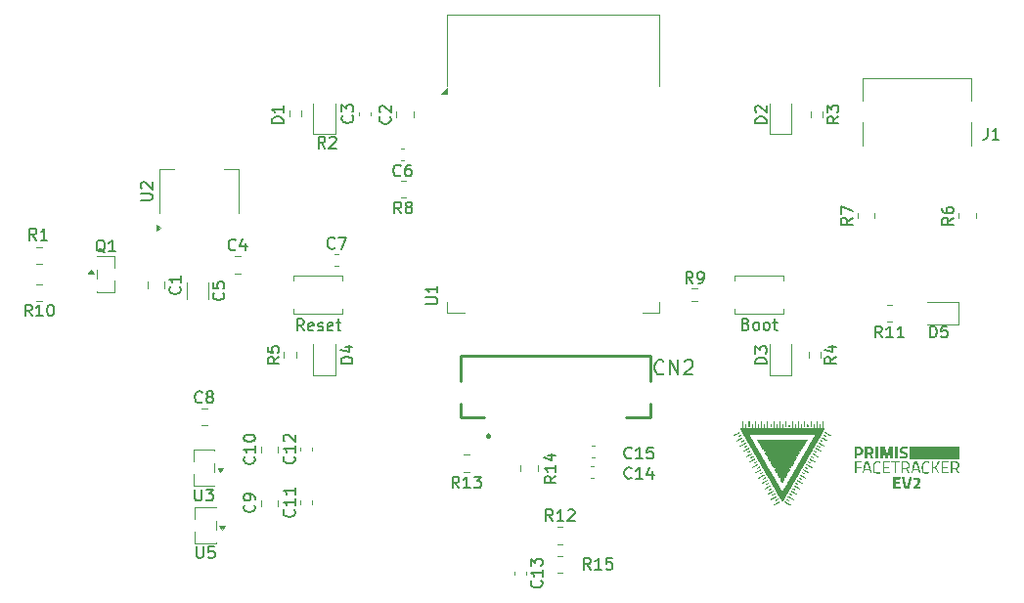
<source format=gbr>
%TF.GenerationSoftware,KiCad,Pcbnew,9.0.7*%
%TF.CreationDate,2026-02-16T21:50:05-05:00*%
%TF.ProjectId,Primis_FaceTracker,5072696d-6973-45f4-9661-636554726163,rev?*%
%TF.SameCoordinates,Original*%
%TF.FileFunction,Legend,Top*%
%TF.FilePolarity,Positive*%
%FSLAX46Y46*%
G04 Gerber Fmt 4.6, Leading zero omitted, Abs format (unit mm)*
G04 Created by KiCad (PCBNEW 9.0.7) date 2026-02-16 21:50:05*
%MOMM*%
%LPD*%
G01*
G04 APERTURE LIST*
%ADD10C,0.150000*%
%ADD11C,0.120000*%
%ADD12C,0.000000*%
%ADD13C,0.254000*%
G04 APERTURE END LIST*
D10*
X154432142Y-109154819D02*
X154098809Y-108678628D01*
X153860714Y-109154819D02*
X153860714Y-108154819D01*
X153860714Y-108154819D02*
X154241666Y-108154819D01*
X154241666Y-108154819D02*
X154336904Y-108202438D01*
X154336904Y-108202438D02*
X154384523Y-108250057D01*
X154384523Y-108250057D02*
X154432142Y-108345295D01*
X154432142Y-108345295D02*
X154432142Y-108488152D01*
X154432142Y-108488152D02*
X154384523Y-108583390D01*
X154384523Y-108583390D02*
X154336904Y-108631009D01*
X154336904Y-108631009D02*
X154241666Y-108678628D01*
X154241666Y-108678628D02*
X153860714Y-108678628D01*
X155384523Y-109154819D02*
X154813095Y-109154819D01*
X155098809Y-109154819D02*
X155098809Y-108154819D01*
X155098809Y-108154819D02*
X155003571Y-108297676D01*
X155003571Y-108297676D02*
X154908333Y-108392914D01*
X154908333Y-108392914D02*
X154813095Y-108440533D01*
X155717857Y-108154819D02*
X156336904Y-108154819D01*
X156336904Y-108154819D02*
X156003571Y-108535771D01*
X156003571Y-108535771D02*
X156146428Y-108535771D01*
X156146428Y-108535771D02*
X156241666Y-108583390D01*
X156241666Y-108583390D02*
X156289285Y-108631009D01*
X156289285Y-108631009D02*
X156336904Y-108726247D01*
X156336904Y-108726247D02*
X156336904Y-108964342D01*
X156336904Y-108964342D02*
X156289285Y-109059580D01*
X156289285Y-109059580D02*
X156241666Y-109107200D01*
X156241666Y-109107200D02*
X156146428Y-109154819D01*
X156146428Y-109154819D02*
X155860714Y-109154819D01*
X155860714Y-109154819D02*
X155765476Y-109107200D01*
X155765476Y-109107200D02*
X155717857Y-109059580D01*
X149420833Y-85354819D02*
X149087500Y-84878628D01*
X148849405Y-85354819D02*
X148849405Y-84354819D01*
X148849405Y-84354819D02*
X149230357Y-84354819D01*
X149230357Y-84354819D02*
X149325595Y-84402438D01*
X149325595Y-84402438D02*
X149373214Y-84450057D01*
X149373214Y-84450057D02*
X149420833Y-84545295D01*
X149420833Y-84545295D02*
X149420833Y-84688152D01*
X149420833Y-84688152D02*
X149373214Y-84783390D01*
X149373214Y-84783390D02*
X149325595Y-84831009D01*
X149325595Y-84831009D02*
X149230357Y-84878628D01*
X149230357Y-84878628D02*
X148849405Y-84878628D01*
X149992262Y-84783390D02*
X149897024Y-84735771D01*
X149897024Y-84735771D02*
X149849405Y-84688152D01*
X149849405Y-84688152D02*
X149801786Y-84592914D01*
X149801786Y-84592914D02*
X149801786Y-84545295D01*
X149801786Y-84545295D02*
X149849405Y-84450057D01*
X149849405Y-84450057D02*
X149897024Y-84402438D01*
X149897024Y-84402438D02*
X149992262Y-84354819D01*
X149992262Y-84354819D02*
X150182738Y-84354819D01*
X150182738Y-84354819D02*
X150277976Y-84402438D01*
X150277976Y-84402438D02*
X150325595Y-84450057D01*
X150325595Y-84450057D02*
X150373214Y-84545295D01*
X150373214Y-84545295D02*
X150373214Y-84592914D01*
X150373214Y-84592914D02*
X150325595Y-84688152D01*
X150325595Y-84688152D02*
X150277976Y-84735771D01*
X150277976Y-84735771D02*
X150182738Y-84783390D01*
X150182738Y-84783390D02*
X149992262Y-84783390D01*
X149992262Y-84783390D02*
X149897024Y-84831009D01*
X149897024Y-84831009D02*
X149849405Y-84878628D01*
X149849405Y-84878628D02*
X149801786Y-84973866D01*
X149801786Y-84973866D02*
X149801786Y-85164342D01*
X149801786Y-85164342D02*
X149849405Y-85259580D01*
X149849405Y-85259580D02*
X149897024Y-85307200D01*
X149897024Y-85307200D02*
X149992262Y-85354819D01*
X149992262Y-85354819D02*
X150182738Y-85354819D01*
X150182738Y-85354819D02*
X150277976Y-85307200D01*
X150277976Y-85307200D02*
X150325595Y-85259580D01*
X150325595Y-85259580D02*
X150373214Y-85164342D01*
X150373214Y-85164342D02*
X150373214Y-84973866D01*
X150373214Y-84973866D02*
X150325595Y-84878628D01*
X150325595Y-84878628D02*
X150277976Y-84831009D01*
X150277976Y-84831009D02*
X150182738Y-84783390D01*
X200166666Y-77954819D02*
X200166666Y-78669104D01*
X200166666Y-78669104D02*
X200119047Y-78811961D01*
X200119047Y-78811961D02*
X200023809Y-78907200D01*
X200023809Y-78907200D02*
X199880952Y-78954819D01*
X199880952Y-78954819D02*
X199785714Y-78954819D01*
X201166666Y-78954819D02*
X200595238Y-78954819D01*
X200880952Y-78954819D02*
X200880952Y-77954819D01*
X200880952Y-77954819D02*
X200785714Y-78097676D01*
X200785714Y-78097676D02*
X200690476Y-78192914D01*
X200690476Y-78192914D02*
X200595238Y-78240533D01*
X140129580Y-111017857D02*
X140177200Y-111065476D01*
X140177200Y-111065476D02*
X140224819Y-111208333D01*
X140224819Y-111208333D02*
X140224819Y-111303571D01*
X140224819Y-111303571D02*
X140177200Y-111446428D01*
X140177200Y-111446428D02*
X140081961Y-111541666D01*
X140081961Y-111541666D02*
X139986723Y-111589285D01*
X139986723Y-111589285D02*
X139796247Y-111636904D01*
X139796247Y-111636904D02*
X139653390Y-111636904D01*
X139653390Y-111636904D02*
X139462914Y-111589285D01*
X139462914Y-111589285D02*
X139367676Y-111541666D01*
X139367676Y-111541666D02*
X139272438Y-111446428D01*
X139272438Y-111446428D02*
X139224819Y-111303571D01*
X139224819Y-111303571D02*
X139224819Y-111208333D01*
X139224819Y-111208333D02*
X139272438Y-111065476D01*
X139272438Y-111065476D02*
X139320057Y-111017857D01*
X140224819Y-110065476D02*
X140224819Y-110636904D01*
X140224819Y-110351190D02*
X139224819Y-110351190D01*
X139224819Y-110351190D02*
X139367676Y-110446428D01*
X139367676Y-110446428D02*
X139462914Y-110541666D01*
X139462914Y-110541666D02*
X139510533Y-110636904D01*
X140224819Y-109113095D02*
X140224819Y-109684523D01*
X140224819Y-109398809D02*
X139224819Y-109398809D01*
X139224819Y-109398809D02*
X139367676Y-109494047D01*
X139367676Y-109494047D02*
X139462914Y-109589285D01*
X139462914Y-109589285D02*
X139510533Y-109684523D01*
X134009580Y-92241666D02*
X134057200Y-92289285D01*
X134057200Y-92289285D02*
X134104819Y-92432142D01*
X134104819Y-92432142D02*
X134104819Y-92527380D01*
X134104819Y-92527380D02*
X134057200Y-92670237D01*
X134057200Y-92670237D02*
X133961961Y-92765475D01*
X133961961Y-92765475D02*
X133866723Y-92813094D01*
X133866723Y-92813094D02*
X133676247Y-92860713D01*
X133676247Y-92860713D02*
X133533390Y-92860713D01*
X133533390Y-92860713D02*
X133342914Y-92813094D01*
X133342914Y-92813094D02*
X133247676Y-92765475D01*
X133247676Y-92765475D02*
X133152438Y-92670237D01*
X133152438Y-92670237D02*
X133104819Y-92527380D01*
X133104819Y-92527380D02*
X133104819Y-92432142D01*
X133104819Y-92432142D02*
X133152438Y-92289285D01*
X133152438Y-92289285D02*
X133200057Y-92241666D01*
X133104819Y-91336904D02*
X133104819Y-91813094D01*
X133104819Y-91813094D02*
X133581009Y-91860713D01*
X133581009Y-91860713D02*
X133533390Y-91813094D01*
X133533390Y-91813094D02*
X133485771Y-91717856D01*
X133485771Y-91717856D02*
X133485771Y-91479761D01*
X133485771Y-91479761D02*
X133533390Y-91384523D01*
X133533390Y-91384523D02*
X133581009Y-91336904D01*
X133581009Y-91336904D02*
X133676247Y-91289285D01*
X133676247Y-91289285D02*
X133914342Y-91289285D01*
X133914342Y-91289285D02*
X134009580Y-91336904D01*
X134009580Y-91336904D02*
X134057200Y-91384523D01*
X134057200Y-91384523D02*
X134104819Y-91479761D01*
X134104819Y-91479761D02*
X134104819Y-91717856D01*
X134104819Y-91717856D02*
X134057200Y-91813094D01*
X134057200Y-91813094D02*
X134009580Y-91860713D01*
X117444642Y-94254819D02*
X117111309Y-93778628D01*
X116873214Y-94254819D02*
X116873214Y-93254819D01*
X116873214Y-93254819D02*
X117254166Y-93254819D01*
X117254166Y-93254819D02*
X117349404Y-93302438D01*
X117349404Y-93302438D02*
X117397023Y-93350057D01*
X117397023Y-93350057D02*
X117444642Y-93445295D01*
X117444642Y-93445295D02*
X117444642Y-93588152D01*
X117444642Y-93588152D02*
X117397023Y-93683390D01*
X117397023Y-93683390D02*
X117349404Y-93731009D01*
X117349404Y-93731009D02*
X117254166Y-93778628D01*
X117254166Y-93778628D02*
X116873214Y-93778628D01*
X118397023Y-94254819D02*
X117825595Y-94254819D01*
X118111309Y-94254819D02*
X118111309Y-93254819D01*
X118111309Y-93254819D02*
X118016071Y-93397676D01*
X118016071Y-93397676D02*
X117920833Y-93492914D01*
X117920833Y-93492914D02*
X117825595Y-93540533D01*
X119016071Y-93254819D02*
X119111309Y-93254819D01*
X119111309Y-93254819D02*
X119206547Y-93302438D01*
X119206547Y-93302438D02*
X119254166Y-93350057D01*
X119254166Y-93350057D02*
X119301785Y-93445295D01*
X119301785Y-93445295D02*
X119349404Y-93635771D01*
X119349404Y-93635771D02*
X119349404Y-93873866D01*
X119349404Y-93873866D02*
X119301785Y-94064342D01*
X119301785Y-94064342D02*
X119254166Y-94159580D01*
X119254166Y-94159580D02*
X119206547Y-94207200D01*
X119206547Y-94207200D02*
X119111309Y-94254819D01*
X119111309Y-94254819D02*
X119016071Y-94254819D01*
X119016071Y-94254819D02*
X118920833Y-94207200D01*
X118920833Y-94207200D02*
X118873214Y-94159580D01*
X118873214Y-94159580D02*
X118825595Y-94064342D01*
X118825595Y-94064342D02*
X118777976Y-93873866D01*
X118777976Y-93873866D02*
X118777976Y-93635771D01*
X118777976Y-93635771D02*
X118825595Y-93445295D01*
X118825595Y-93445295D02*
X118873214Y-93350057D01*
X118873214Y-93350057D02*
X118920833Y-93302438D01*
X118920833Y-93302438D02*
X119016071Y-93254819D01*
X181054819Y-77550594D02*
X180054819Y-77550594D01*
X180054819Y-77550594D02*
X180054819Y-77312499D01*
X180054819Y-77312499D02*
X180102438Y-77169642D01*
X180102438Y-77169642D02*
X180197676Y-77074404D01*
X180197676Y-77074404D02*
X180292914Y-77026785D01*
X180292914Y-77026785D02*
X180483390Y-76979166D01*
X180483390Y-76979166D02*
X180626247Y-76979166D01*
X180626247Y-76979166D02*
X180816723Y-77026785D01*
X180816723Y-77026785D02*
X180911961Y-77074404D01*
X180911961Y-77074404D02*
X181007200Y-77169642D01*
X181007200Y-77169642D02*
X181054819Y-77312499D01*
X181054819Y-77312499D02*
X181054819Y-77550594D01*
X180150057Y-76598213D02*
X180102438Y-76550594D01*
X180102438Y-76550594D02*
X180054819Y-76455356D01*
X180054819Y-76455356D02*
X180054819Y-76217261D01*
X180054819Y-76217261D02*
X180102438Y-76122023D01*
X180102438Y-76122023D02*
X180150057Y-76074404D01*
X180150057Y-76074404D02*
X180245295Y-76026785D01*
X180245295Y-76026785D02*
X180340533Y-76026785D01*
X180340533Y-76026785D02*
X180483390Y-76074404D01*
X180483390Y-76074404D02*
X181054819Y-76645832D01*
X181054819Y-76645832D02*
X181054819Y-76026785D01*
X162532142Y-112004819D02*
X162198809Y-111528628D01*
X161960714Y-112004819D02*
X161960714Y-111004819D01*
X161960714Y-111004819D02*
X162341666Y-111004819D01*
X162341666Y-111004819D02*
X162436904Y-111052438D01*
X162436904Y-111052438D02*
X162484523Y-111100057D01*
X162484523Y-111100057D02*
X162532142Y-111195295D01*
X162532142Y-111195295D02*
X162532142Y-111338152D01*
X162532142Y-111338152D02*
X162484523Y-111433390D01*
X162484523Y-111433390D02*
X162436904Y-111481009D01*
X162436904Y-111481009D02*
X162341666Y-111528628D01*
X162341666Y-111528628D02*
X161960714Y-111528628D01*
X163484523Y-112004819D02*
X162913095Y-112004819D01*
X163198809Y-112004819D02*
X163198809Y-111004819D01*
X163198809Y-111004819D02*
X163103571Y-111147676D01*
X163103571Y-111147676D02*
X163008333Y-111242914D01*
X163008333Y-111242914D02*
X162913095Y-111290533D01*
X163865476Y-111100057D02*
X163913095Y-111052438D01*
X163913095Y-111052438D02*
X164008333Y-111004819D01*
X164008333Y-111004819D02*
X164246428Y-111004819D01*
X164246428Y-111004819D02*
X164341666Y-111052438D01*
X164341666Y-111052438D02*
X164389285Y-111100057D01*
X164389285Y-111100057D02*
X164436904Y-111195295D01*
X164436904Y-111195295D02*
X164436904Y-111290533D01*
X164436904Y-111290533D02*
X164389285Y-111433390D01*
X164389285Y-111433390D02*
X163817857Y-112004819D01*
X163817857Y-112004819D02*
X164436904Y-112004819D01*
X132183333Y-101679580D02*
X132135714Y-101727200D01*
X132135714Y-101727200D02*
X131992857Y-101774819D01*
X131992857Y-101774819D02*
X131897619Y-101774819D01*
X131897619Y-101774819D02*
X131754762Y-101727200D01*
X131754762Y-101727200D02*
X131659524Y-101631961D01*
X131659524Y-101631961D02*
X131611905Y-101536723D01*
X131611905Y-101536723D02*
X131564286Y-101346247D01*
X131564286Y-101346247D02*
X131564286Y-101203390D01*
X131564286Y-101203390D02*
X131611905Y-101012914D01*
X131611905Y-101012914D02*
X131659524Y-100917676D01*
X131659524Y-100917676D02*
X131754762Y-100822438D01*
X131754762Y-100822438D02*
X131897619Y-100774819D01*
X131897619Y-100774819D02*
X131992857Y-100774819D01*
X131992857Y-100774819D02*
X132135714Y-100822438D01*
X132135714Y-100822438D02*
X132183333Y-100870057D01*
X132754762Y-101203390D02*
X132659524Y-101155771D01*
X132659524Y-101155771D02*
X132611905Y-101108152D01*
X132611905Y-101108152D02*
X132564286Y-101012914D01*
X132564286Y-101012914D02*
X132564286Y-100965295D01*
X132564286Y-100965295D02*
X132611905Y-100870057D01*
X132611905Y-100870057D02*
X132659524Y-100822438D01*
X132659524Y-100822438D02*
X132754762Y-100774819D01*
X132754762Y-100774819D02*
X132945238Y-100774819D01*
X132945238Y-100774819D02*
X133040476Y-100822438D01*
X133040476Y-100822438D02*
X133088095Y-100870057D01*
X133088095Y-100870057D02*
X133135714Y-100965295D01*
X133135714Y-100965295D02*
X133135714Y-101012914D01*
X133135714Y-101012914D02*
X133088095Y-101108152D01*
X133088095Y-101108152D02*
X133040476Y-101155771D01*
X133040476Y-101155771D02*
X132945238Y-101203390D01*
X132945238Y-101203390D02*
X132754762Y-101203390D01*
X132754762Y-101203390D02*
X132659524Y-101251009D01*
X132659524Y-101251009D02*
X132611905Y-101298628D01*
X132611905Y-101298628D02*
X132564286Y-101393866D01*
X132564286Y-101393866D02*
X132564286Y-101584342D01*
X132564286Y-101584342D02*
X132611905Y-101679580D01*
X132611905Y-101679580D02*
X132659524Y-101727200D01*
X132659524Y-101727200D02*
X132754762Y-101774819D01*
X132754762Y-101774819D02*
X132945238Y-101774819D01*
X132945238Y-101774819D02*
X133040476Y-101727200D01*
X133040476Y-101727200D02*
X133088095Y-101679580D01*
X133088095Y-101679580D02*
X133135714Y-101584342D01*
X133135714Y-101584342D02*
X133135714Y-101393866D01*
X133135714Y-101393866D02*
X133088095Y-101298628D01*
X133088095Y-101298628D02*
X133040476Y-101251009D01*
X133040476Y-101251009D02*
X132945238Y-101203390D01*
X126854819Y-84211904D02*
X127664342Y-84211904D01*
X127664342Y-84211904D02*
X127759580Y-84164285D01*
X127759580Y-84164285D02*
X127807200Y-84116666D01*
X127807200Y-84116666D02*
X127854819Y-84021428D01*
X127854819Y-84021428D02*
X127854819Y-83830952D01*
X127854819Y-83830952D02*
X127807200Y-83735714D01*
X127807200Y-83735714D02*
X127759580Y-83688095D01*
X127759580Y-83688095D02*
X127664342Y-83640476D01*
X127664342Y-83640476D02*
X126854819Y-83640476D01*
X126950057Y-83211904D02*
X126902438Y-83164285D01*
X126902438Y-83164285D02*
X126854819Y-83069047D01*
X126854819Y-83069047D02*
X126854819Y-82830952D01*
X126854819Y-82830952D02*
X126902438Y-82735714D01*
X126902438Y-82735714D02*
X126950057Y-82688095D01*
X126950057Y-82688095D02*
X127045295Y-82640476D01*
X127045295Y-82640476D02*
X127140533Y-82640476D01*
X127140533Y-82640476D02*
X127283390Y-82688095D01*
X127283390Y-82688095D02*
X127854819Y-83259523D01*
X127854819Y-83259523D02*
X127854819Y-82640476D01*
X145204819Y-98338094D02*
X144204819Y-98338094D01*
X144204819Y-98338094D02*
X144204819Y-98099999D01*
X144204819Y-98099999D02*
X144252438Y-97957142D01*
X144252438Y-97957142D02*
X144347676Y-97861904D01*
X144347676Y-97861904D02*
X144442914Y-97814285D01*
X144442914Y-97814285D02*
X144633390Y-97766666D01*
X144633390Y-97766666D02*
X144776247Y-97766666D01*
X144776247Y-97766666D02*
X144966723Y-97814285D01*
X144966723Y-97814285D02*
X145061961Y-97861904D01*
X145061961Y-97861904D02*
X145157200Y-97957142D01*
X145157200Y-97957142D02*
X145204819Y-98099999D01*
X145204819Y-98099999D02*
X145204819Y-98338094D01*
X144538152Y-96909523D02*
X145204819Y-96909523D01*
X144157200Y-97147618D02*
X144871485Y-97385713D01*
X144871485Y-97385713D02*
X144871485Y-96766666D01*
X142833333Y-79704819D02*
X142500000Y-79228628D01*
X142261905Y-79704819D02*
X142261905Y-78704819D01*
X142261905Y-78704819D02*
X142642857Y-78704819D01*
X142642857Y-78704819D02*
X142738095Y-78752438D01*
X142738095Y-78752438D02*
X142785714Y-78800057D01*
X142785714Y-78800057D02*
X142833333Y-78895295D01*
X142833333Y-78895295D02*
X142833333Y-79038152D01*
X142833333Y-79038152D02*
X142785714Y-79133390D01*
X142785714Y-79133390D02*
X142738095Y-79181009D01*
X142738095Y-79181009D02*
X142642857Y-79228628D01*
X142642857Y-79228628D02*
X142261905Y-79228628D01*
X143214286Y-78800057D02*
X143261905Y-78752438D01*
X143261905Y-78752438D02*
X143357143Y-78704819D01*
X143357143Y-78704819D02*
X143595238Y-78704819D01*
X143595238Y-78704819D02*
X143690476Y-78752438D01*
X143690476Y-78752438D02*
X143738095Y-78800057D01*
X143738095Y-78800057D02*
X143785714Y-78895295D01*
X143785714Y-78895295D02*
X143785714Y-78990533D01*
X143785714Y-78990533D02*
X143738095Y-79133390D01*
X143738095Y-79133390D02*
X143166667Y-79704819D01*
X143166667Y-79704819D02*
X143785714Y-79704819D01*
X174658333Y-91424819D02*
X174325000Y-90948628D01*
X174086905Y-91424819D02*
X174086905Y-90424819D01*
X174086905Y-90424819D02*
X174467857Y-90424819D01*
X174467857Y-90424819D02*
X174563095Y-90472438D01*
X174563095Y-90472438D02*
X174610714Y-90520057D01*
X174610714Y-90520057D02*
X174658333Y-90615295D01*
X174658333Y-90615295D02*
X174658333Y-90758152D01*
X174658333Y-90758152D02*
X174610714Y-90853390D01*
X174610714Y-90853390D02*
X174563095Y-90901009D01*
X174563095Y-90901009D02*
X174467857Y-90948628D01*
X174467857Y-90948628D02*
X174086905Y-90948628D01*
X175134524Y-91424819D02*
X175325000Y-91424819D01*
X175325000Y-91424819D02*
X175420238Y-91377200D01*
X175420238Y-91377200D02*
X175467857Y-91329580D01*
X175467857Y-91329580D02*
X175563095Y-91186723D01*
X175563095Y-91186723D02*
X175610714Y-90996247D01*
X175610714Y-90996247D02*
X175610714Y-90615295D01*
X175610714Y-90615295D02*
X175563095Y-90520057D01*
X175563095Y-90520057D02*
X175515476Y-90472438D01*
X175515476Y-90472438D02*
X175420238Y-90424819D01*
X175420238Y-90424819D02*
X175229762Y-90424819D01*
X175229762Y-90424819D02*
X175134524Y-90472438D01*
X175134524Y-90472438D02*
X175086905Y-90520057D01*
X175086905Y-90520057D02*
X175039286Y-90615295D01*
X175039286Y-90615295D02*
X175039286Y-90853390D01*
X175039286Y-90853390D02*
X175086905Y-90948628D01*
X175086905Y-90948628D02*
X175134524Y-90996247D01*
X175134524Y-90996247D02*
X175229762Y-91043866D01*
X175229762Y-91043866D02*
X175420238Y-91043866D01*
X175420238Y-91043866D02*
X175515476Y-90996247D01*
X175515476Y-90996247D02*
X175563095Y-90948628D01*
X175563095Y-90948628D02*
X175610714Y-90853390D01*
X169357142Y-108259580D02*
X169309523Y-108307200D01*
X169309523Y-108307200D02*
X169166666Y-108354819D01*
X169166666Y-108354819D02*
X169071428Y-108354819D01*
X169071428Y-108354819D02*
X168928571Y-108307200D01*
X168928571Y-108307200D02*
X168833333Y-108211961D01*
X168833333Y-108211961D02*
X168785714Y-108116723D01*
X168785714Y-108116723D02*
X168738095Y-107926247D01*
X168738095Y-107926247D02*
X168738095Y-107783390D01*
X168738095Y-107783390D02*
X168785714Y-107592914D01*
X168785714Y-107592914D02*
X168833333Y-107497676D01*
X168833333Y-107497676D02*
X168928571Y-107402438D01*
X168928571Y-107402438D02*
X169071428Y-107354819D01*
X169071428Y-107354819D02*
X169166666Y-107354819D01*
X169166666Y-107354819D02*
X169309523Y-107402438D01*
X169309523Y-107402438D02*
X169357142Y-107450057D01*
X170309523Y-108354819D02*
X169738095Y-108354819D01*
X170023809Y-108354819D02*
X170023809Y-107354819D01*
X170023809Y-107354819D02*
X169928571Y-107497676D01*
X169928571Y-107497676D02*
X169833333Y-107592914D01*
X169833333Y-107592914D02*
X169738095Y-107640533D01*
X171166666Y-107688152D02*
X171166666Y-108354819D01*
X170928571Y-107307200D02*
X170690476Y-108021485D01*
X170690476Y-108021485D02*
X171309523Y-108021485D01*
X131563095Y-109254819D02*
X131563095Y-110064342D01*
X131563095Y-110064342D02*
X131610714Y-110159580D01*
X131610714Y-110159580D02*
X131658333Y-110207200D01*
X131658333Y-110207200D02*
X131753571Y-110254819D01*
X131753571Y-110254819D02*
X131944047Y-110254819D01*
X131944047Y-110254819D02*
X132039285Y-110207200D01*
X132039285Y-110207200D02*
X132086904Y-110159580D01*
X132086904Y-110159580D02*
X132134523Y-110064342D01*
X132134523Y-110064342D02*
X132134523Y-109254819D01*
X132515476Y-109254819D02*
X133134523Y-109254819D01*
X133134523Y-109254819D02*
X132801190Y-109635771D01*
X132801190Y-109635771D02*
X132944047Y-109635771D01*
X132944047Y-109635771D02*
X133039285Y-109683390D01*
X133039285Y-109683390D02*
X133086904Y-109731009D01*
X133086904Y-109731009D02*
X133134523Y-109826247D01*
X133134523Y-109826247D02*
X133134523Y-110064342D01*
X133134523Y-110064342D02*
X133086904Y-110159580D01*
X133086904Y-110159580D02*
X133039285Y-110207200D01*
X133039285Y-110207200D02*
X132944047Y-110254819D01*
X132944047Y-110254819D02*
X132658333Y-110254819D01*
X132658333Y-110254819D02*
X132563095Y-110207200D01*
X132563095Y-110207200D02*
X132515476Y-110159580D01*
X140129580Y-106417857D02*
X140177200Y-106465476D01*
X140177200Y-106465476D02*
X140224819Y-106608333D01*
X140224819Y-106608333D02*
X140224819Y-106703571D01*
X140224819Y-106703571D02*
X140177200Y-106846428D01*
X140177200Y-106846428D02*
X140081961Y-106941666D01*
X140081961Y-106941666D02*
X139986723Y-106989285D01*
X139986723Y-106989285D02*
X139796247Y-107036904D01*
X139796247Y-107036904D02*
X139653390Y-107036904D01*
X139653390Y-107036904D02*
X139462914Y-106989285D01*
X139462914Y-106989285D02*
X139367676Y-106941666D01*
X139367676Y-106941666D02*
X139272438Y-106846428D01*
X139272438Y-106846428D02*
X139224819Y-106703571D01*
X139224819Y-106703571D02*
X139224819Y-106608333D01*
X139224819Y-106608333D02*
X139272438Y-106465476D01*
X139272438Y-106465476D02*
X139320057Y-106417857D01*
X140224819Y-105465476D02*
X140224819Y-106036904D01*
X140224819Y-105751190D02*
X139224819Y-105751190D01*
X139224819Y-105751190D02*
X139367676Y-105846428D01*
X139367676Y-105846428D02*
X139462914Y-105941666D01*
X139462914Y-105941666D02*
X139510533Y-106036904D01*
X139320057Y-105084523D02*
X139272438Y-105036904D01*
X139272438Y-105036904D02*
X139224819Y-104941666D01*
X139224819Y-104941666D02*
X139224819Y-104703571D01*
X139224819Y-104703571D02*
X139272438Y-104608333D01*
X139272438Y-104608333D02*
X139320057Y-104560714D01*
X139320057Y-104560714D02*
X139415295Y-104513095D01*
X139415295Y-104513095D02*
X139510533Y-104513095D01*
X139510533Y-104513095D02*
X139653390Y-104560714D01*
X139653390Y-104560714D02*
X140224819Y-105132142D01*
X140224819Y-105132142D02*
X140224819Y-104513095D01*
X140986904Y-95504819D02*
X140653571Y-95028628D01*
X140415476Y-95504819D02*
X140415476Y-94504819D01*
X140415476Y-94504819D02*
X140796428Y-94504819D01*
X140796428Y-94504819D02*
X140891666Y-94552438D01*
X140891666Y-94552438D02*
X140939285Y-94600057D01*
X140939285Y-94600057D02*
X140986904Y-94695295D01*
X140986904Y-94695295D02*
X140986904Y-94838152D01*
X140986904Y-94838152D02*
X140939285Y-94933390D01*
X140939285Y-94933390D02*
X140891666Y-94981009D01*
X140891666Y-94981009D02*
X140796428Y-95028628D01*
X140796428Y-95028628D02*
X140415476Y-95028628D01*
X141796428Y-95457200D02*
X141701190Y-95504819D01*
X141701190Y-95504819D02*
X141510714Y-95504819D01*
X141510714Y-95504819D02*
X141415476Y-95457200D01*
X141415476Y-95457200D02*
X141367857Y-95361961D01*
X141367857Y-95361961D02*
X141367857Y-94981009D01*
X141367857Y-94981009D02*
X141415476Y-94885771D01*
X141415476Y-94885771D02*
X141510714Y-94838152D01*
X141510714Y-94838152D02*
X141701190Y-94838152D01*
X141701190Y-94838152D02*
X141796428Y-94885771D01*
X141796428Y-94885771D02*
X141844047Y-94981009D01*
X141844047Y-94981009D02*
X141844047Y-95076247D01*
X141844047Y-95076247D02*
X141367857Y-95171485D01*
X142225000Y-95457200D02*
X142320238Y-95504819D01*
X142320238Y-95504819D02*
X142510714Y-95504819D01*
X142510714Y-95504819D02*
X142605952Y-95457200D01*
X142605952Y-95457200D02*
X142653571Y-95361961D01*
X142653571Y-95361961D02*
X142653571Y-95314342D01*
X142653571Y-95314342D02*
X142605952Y-95219104D01*
X142605952Y-95219104D02*
X142510714Y-95171485D01*
X142510714Y-95171485D02*
X142367857Y-95171485D01*
X142367857Y-95171485D02*
X142272619Y-95123866D01*
X142272619Y-95123866D02*
X142225000Y-95028628D01*
X142225000Y-95028628D02*
X142225000Y-94981009D01*
X142225000Y-94981009D02*
X142272619Y-94885771D01*
X142272619Y-94885771D02*
X142367857Y-94838152D01*
X142367857Y-94838152D02*
X142510714Y-94838152D01*
X142510714Y-94838152D02*
X142605952Y-94885771D01*
X143463095Y-95457200D02*
X143367857Y-95504819D01*
X143367857Y-95504819D02*
X143177381Y-95504819D01*
X143177381Y-95504819D02*
X143082143Y-95457200D01*
X143082143Y-95457200D02*
X143034524Y-95361961D01*
X143034524Y-95361961D02*
X143034524Y-94981009D01*
X143034524Y-94981009D02*
X143082143Y-94885771D01*
X143082143Y-94885771D02*
X143177381Y-94838152D01*
X143177381Y-94838152D02*
X143367857Y-94838152D01*
X143367857Y-94838152D02*
X143463095Y-94885771D01*
X143463095Y-94885771D02*
X143510714Y-94981009D01*
X143510714Y-94981009D02*
X143510714Y-95076247D01*
X143510714Y-95076247D02*
X143034524Y-95171485D01*
X143796429Y-94838152D02*
X144177381Y-94838152D01*
X143939286Y-94504819D02*
X143939286Y-95361961D01*
X143939286Y-95361961D02*
X143986905Y-95457200D01*
X143986905Y-95457200D02*
X144082143Y-95504819D01*
X144082143Y-95504819D02*
X144177381Y-95504819D01*
X145179580Y-76891666D02*
X145227200Y-76939285D01*
X145227200Y-76939285D02*
X145274819Y-77082142D01*
X145274819Y-77082142D02*
X145274819Y-77177380D01*
X145274819Y-77177380D02*
X145227200Y-77320237D01*
X145227200Y-77320237D02*
X145131961Y-77415475D01*
X145131961Y-77415475D02*
X145036723Y-77463094D01*
X145036723Y-77463094D02*
X144846247Y-77510713D01*
X144846247Y-77510713D02*
X144703390Y-77510713D01*
X144703390Y-77510713D02*
X144512914Y-77463094D01*
X144512914Y-77463094D02*
X144417676Y-77415475D01*
X144417676Y-77415475D02*
X144322438Y-77320237D01*
X144322438Y-77320237D02*
X144274819Y-77177380D01*
X144274819Y-77177380D02*
X144274819Y-77082142D01*
X144274819Y-77082142D02*
X144322438Y-76939285D01*
X144322438Y-76939285D02*
X144370057Y-76891666D01*
X144274819Y-76558332D02*
X144274819Y-75939285D01*
X144274819Y-75939285D02*
X144655771Y-76272618D01*
X144655771Y-76272618D02*
X144655771Y-76129761D01*
X144655771Y-76129761D02*
X144703390Y-76034523D01*
X144703390Y-76034523D02*
X144751009Y-75986904D01*
X144751009Y-75986904D02*
X144846247Y-75939285D01*
X144846247Y-75939285D02*
X145084342Y-75939285D01*
X145084342Y-75939285D02*
X145179580Y-75986904D01*
X145179580Y-75986904D02*
X145227200Y-76034523D01*
X145227200Y-76034523D02*
X145274819Y-76129761D01*
X145274819Y-76129761D02*
X145274819Y-76415475D01*
X145274819Y-76415475D02*
X145227200Y-76510713D01*
X145227200Y-76510713D02*
X145179580Y-76558332D01*
X195199405Y-96104819D02*
X195199405Y-95104819D01*
X195199405Y-95104819D02*
X195437500Y-95104819D01*
X195437500Y-95104819D02*
X195580357Y-95152438D01*
X195580357Y-95152438D02*
X195675595Y-95247676D01*
X195675595Y-95247676D02*
X195723214Y-95342914D01*
X195723214Y-95342914D02*
X195770833Y-95533390D01*
X195770833Y-95533390D02*
X195770833Y-95676247D01*
X195770833Y-95676247D02*
X195723214Y-95866723D01*
X195723214Y-95866723D02*
X195675595Y-95961961D01*
X195675595Y-95961961D02*
X195580357Y-96057200D01*
X195580357Y-96057200D02*
X195437500Y-96104819D01*
X195437500Y-96104819D02*
X195199405Y-96104819D01*
X196675595Y-95104819D02*
X196199405Y-95104819D01*
X196199405Y-95104819D02*
X196151786Y-95581009D01*
X196151786Y-95581009D02*
X196199405Y-95533390D01*
X196199405Y-95533390D02*
X196294643Y-95485771D01*
X196294643Y-95485771D02*
X196532738Y-95485771D01*
X196532738Y-95485771D02*
X196627976Y-95533390D01*
X196627976Y-95533390D02*
X196675595Y-95581009D01*
X196675595Y-95581009D02*
X196723214Y-95676247D01*
X196723214Y-95676247D02*
X196723214Y-95914342D01*
X196723214Y-95914342D02*
X196675595Y-96009580D01*
X196675595Y-96009580D02*
X196627976Y-96057200D01*
X196627976Y-96057200D02*
X196532738Y-96104819D01*
X196532738Y-96104819D02*
X196294643Y-96104819D01*
X196294643Y-96104819D02*
X196199405Y-96057200D01*
X196199405Y-96057200D02*
X196151786Y-96009580D01*
X151547319Y-93206904D02*
X152356842Y-93206904D01*
X152356842Y-93206904D02*
X152452080Y-93159285D01*
X152452080Y-93159285D02*
X152499700Y-93111666D01*
X152499700Y-93111666D02*
X152547319Y-93016428D01*
X152547319Y-93016428D02*
X152547319Y-92825952D01*
X152547319Y-92825952D02*
X152499700Y-92730714D01*
X152499700Y-92730714D02*
X152452080Y-92683095D01*
X152452080Y-92683095D02*
X152356842Y-92635476D01*
X152356842Y-92635476D02*
X151547319Y-92635476D01*
X152547319Y-91635476D02*
X152547319Y-92206904D01*
X152547319Y-91921190D02*
X151547319Y-91921190D01*
X151547319Y-91921190D02*
X151690176Y-92016428D01*
X151690176Y-92016428D02*
X151785414Y-92111666D01*
X151785414Y-92111666D02*
X151833033Y-92206904D01*
X123767261Y-88750057D02*
X123672023Y-88702438D01*
X123672023Y-88702438D02*
X123576785Y-88607200D01*
X123576785Y-88607200D02*
X123433928Y-88464342D01*
X123433928Y-88464342D02*
X123338690Y-88416723D01*
X123338690Y-88416723D02*
X123243452Y-88416723D01*
X123291071Y-88654819D02*
X123195833Y-88607200D01*
X123195833Y-88607200D02*
X123100595Y-88511961D01*
X123100595Y-88511961D02*
X123052976Y-88321485D01*
X123052976Y-88321485D02*
X123052976Y-87988152D01*
X123052976Y-87988152D02*
X123100595Y-87797676D01*
X123100595Y-87797676D02*
X123195833Y-87702438D01*
X123195833Y-87702438D02*
X123291071Y-87654819D01*
X123291071Y-87654819D02*
X123481547Y-87654819D01*
X123481547Y-87654819D02*
X123576785Y-87702438D01*
X123576785Y-87702438D02*
X123672023Y-87797676D01*
X123672023Y-87797676D02*
X123719642Y-87988152D01*
X123719642Y-87988152D02*
X123719642Y-88321485D01*
X123719642Y-88321485D02*
X123672023Y-88511961D01*
X123672023Y-88511961D02*
X123576785Y-88607200D01*
X123576785Y-88607200D02*
X123481547Y-88654819D01*
X123481547Y-88654819D02*
X123291071Y-88654819D01*
X124672023Y-88654819D02*
X124100595Y-88654819D01*
X124386309Y-88654819D02*
X124386309Y-87654819D01*
X124386309Y-87654819D02*
X124291071Y-87797676D01*
X124291071Y-87797676D02*
X124195833Y-87892914D01*
X124195833Y-87892914D02*
X124100595Y-87940533D01*
X130239580Y-91716666D02*
X130287200Y-91764285D01*
X130287200Y-91764285D02*
X130334819Y-91907142D01*
X130334819Y-91907142D02*
X130334819Y-92002380D01*
X130334819Y-92002380D02*
X130287200Y-92145237D01*
X130287200Y-92145237D02*
X130191961Y-92240475D01*
X130191961Y-92240475D02*
X130096723Y-92288094D01*
X130096723Y-92288094D02*
X129906247Y-92335713D01*
X129906247Y-92335713D02*
X129763390Y-92335713D01*
X129763390Y-92335713D02*
X129572914Y-92288094D01*
X129572914Y-92288094D02*
X129477676Y-92240475D01*
X129477676Y-92240475D02*
X129382438Y-92145237D01*
X129382438Y-92145237D02*
X129334819Y-92002380D01*
X129334819Y-92002380D02*
X129334819Y-91907142D01*
X129334819Y-91907142D02*
X129382438Y-91764285D01*
X129382438Y-91764285D02*
X129430057Y-91716666D01*
X130334819Y-90764285D02*
X130334819Y-91335713D01*
X130334819Y-91049999D02*
X129334819Y-91049999D01*
X129334819Y-91049999D02*
X129477676Y-91145237D01*
X129477676Y-91145237D02*
X129572914Y-91240475D01*
X129572914Y-91240475D02*
X129620533Y-91335713D01*
X197234819Y-85729166D02*
X196758628Y-86062499D01*
X197234819Y-86300594D02*
X196234819Y-86300594D01*
X196234819Y-86300594D02*
X196234819Y-85919642D01*
X196234819Y-85919642D02*
X196282438Y-85824404D01*
X196282438Y-85824404D02*
X196330057Y-85776785D01*
X196330057Y-85776785D02*
X196425295Y-85729166D01*
X196425295Y-85729166D02*
X196568152Y-85729166D01*
X196568152Y-85729166D02*
X196663390Y-85776785D01*
X196663390Y-85776785D02*
X196711009Y-85824404D01*
X196711009Y-85824404D02*
X196758628Y-85919642D01*
X196758628Y-85919642D02*
X196758628Y-86300594D01*
X196234819Y-84872023D02*
X196234819Y-85062499D01*
X196234819Y-85062499D02*
X196282438Y-85157737D01*
X196282438Y-85157737D02*
X196330057Y-85205356D01*
X196330057Y-85205356D02*
X196472914Y-85300594D01*
X196472914Y-85300594D02*
X196663390Y-85348213D01*
X196663390Y-85348213D02*
X197044342Y-85348213D01*
X197044342Y-85348213D02*
X197139580Y-85300594D01*
X197139580Y-85300594D02*
X197187200Y-85252975D01*
X197187200Y-85252975D02*
X197234819Y-85157737D01*
X197234819Y-85157737D02*
X197234819Y-84967261D01*
X197234819Y-84967261D02*
X197187200Y-84872023D01*
X197187200Y-84872023D02*
X197139580Y-84824404D01*
X197139580Y-84824404D02*
X197044342Y-84776785D01*
X197044342Y-84776785D02*
X196806247Y-84776785D01*
X196806247Y-84776785D02*
X196711009Y-84824404D01*
X196711009Y-84824404D02*
X196663390Y-84872023D01*
X196663390Y-84872023D02*
X196615771Y-84967261D01*
X196615771Y-84967261D02*
X196615771Y-85157737D01*
X196615771Y-85157737D02*
X196663390Y-85252975D01*
X196663390Y-85252975D02*
X196711009Y-85300594D01*
X196711009Y-85300594D02*
X196806247Y-85348213D01*
X179255952Y-94931009D02*
X179398809Y-94978628D01*
X179398809Y-94978628D02*
X179446428Y-95026247D01*
X179446428Y-95026247D02*
X179494047Y-95121485D01*
X179494047Y-95121485D02*
X179494047Y-95264342D01*
X179494047Y-95264342D02*
X179446428Y-95359580D01*
X179446428Y-95359580D02*
X179398809Y-95407200D01*
X179398809Y-95407200D02*
X179303571Y-95454819D01*
X179303571Y-95454819D02*
X178922619Y-95454819D01*
X178922619Y-95454819D02*
X178922619Y-94454819D01*
X178922619Y-94454819D02*
X179255952Y-94454819D01*
X179255952Y-94454819D02*
X179351190Y-94502438D01*
X179351190Y-94502438D02*
X179398809Y-94550057D01*
X179398809Y-94550057D02*
X179446428Y-94645295D01*
X179446428Y-94645295D02*
X179446428Y-94740533D01*
X179446428Y-94740533D02*
X179398809Y-94835771D01*
X179398809Y-94835771D02*
X179351190Y-94883390D01*
X179351190Y-94883390D02*
X179255952Y-94931009D01*
X179255952Y-94931009D02*
X178922619Y-94931009D01*
X180065476Y-95454819D02*
X179970238Y-95407200D01*
X179970238Y-95407200D02*
X179922619Y-95359580D01*
X179922619Y-95359580D02*
X179875000Y-95264342D01*
X179875000Y-95264342D02*
X179875000Y-94978628D01*
X179875000Y-94978628D02*
X179922619Y-94883390D01*
X179922619Y-94883390D02*
X179970238Y-94835771D01*
X179970238Y-94835771D02*
X180065476Y-94788152D01*
X180065476Y-94788152D02*
X180208333Y-94788152D01*
X180208333Y-94788152D02*
X180303571Y-94835771D01*
X180303571Y-94835771D02*
X180351190Y-94883390D01*
X180351190Y-94883390D02*
X180398809Y-94978628D01*
X180398809Y-94978628D02*
X180398809Y-95264342D01*
X180398809Y-95264342D02*
X180351190Y-95359580D01*
X180351190Y-95359580D02*
X180303571Y-95407200D01*
X180303571Y-95407200D02*
X180208333Y-95454819D01*
X180208333Y-95454819D02*
X180065476Y-95454819D01*
X180970238Y-95454819D02*
X180875000Y-95407200D01*
X180875000Y-95407200D02*
X180827381Y-95359580D01*
X180827381Y-95359580D02*
X180779762Y-95264342D01*
X180779762Y-95264342D02*
X180779762Y-94978628D01*
X180779762Y-94978628D02*
X180827381Y-94883390D01*
X180827381Y-94883390D02*
X180875000Y-94835771D01*
X180875000Y-94835771D02*
X180970238Y-94788152D01*
X180970238Y-94788152D02*
X181113095Y-94788152D01*
X181113095Y-94788152D02*
X181208333Y-94835771D01*
X181208333Y-94835771D02*
X181255952Y-94883390D01*
X181255952Y-94883390D02*
X181303571Y-94978628D01*
X181303571Y-94978628D02*
X181303571Y-95264342D01*
X181303571Y-95264342D02*
X181255952Y-95359580D01*
X181255952Y-95359580D02*
X181208333Y-95407200D01*
X181208333Y-95407200D02*
X181113095Y-95454819D01*
X181113095Y-95454819D02*
X180970238Y-95454819D01*
X181589286Y-94788152D02*
X181970238Y-94788152D01*
X181732143Y-94454819D02*
X181732143Y-95311961D01*
X181732143Y-95311961D02*
X181779762Y-95407200D01*
X181779762Y-95407200D02*
X181875000Y-95454819D01*
X181875000Y-95454819D02*
X181970238Y-95454819D01*
X139204819Y-77550594D02*
X138204819Y-77550594D01*
X138204819Y-77550594D02*
X138204819Y-77312499D01*
X138204819Y-77312499D02*
X138252438Y-77169642D01*
X138252438Y-77169642D02*
X138347676Y-77074404D01*
X138347676Y-77074404D02*
X138442914Y-77026785D01*
X138442914Y-77026785D02*
X138633390Y-76979166D01*
X138633390Y-76979166D02*
X138776247Y-76979166D01*
X138776247Y-76979166D02*
X138966723Y-77026785D01*
X138966723Y-77026785D02*
X139061961Y-77074404D01*
X139061961Y-77074404D02*
X139157200Y-77169642D01*
X139157200Y-77169642D02*
X139204819Y-77312499D01*
X139204819Y-77312499D02*
X139204819Y-77550594D01*
X139204819Y-76026785D02*
X139204819Y-76598213D01*
X139204819Y-76312499D02*
X138204819Y-76312499D01*
X138204819Y-76312499D02*
X138347676Y-76407737D01*
X138347676Y-76407737D02*
X138442914Y-76502975D01*
X138442914Y-76502975D02*
X138490533Y-76598213D01*
X165807142Y-116204819D02*
X165473809Y-115728628D01*
X165235714Y-116204819D02*
X165235714Y-115204819D01*
X165235714Y-115204819D02*
X165616666Y-115204819D01*
X165616666Y-115204819D02*
X165711904Y-115252438D01*
X165711904Y-115252438D02*
X165759523Y-115300057D01*
X165759523Y-115300057D02*
X165807142Y-115395295D01*
X165807142Y-115395295D02*
X165807142Y-115538152D01*
X165807142Y-115538152D02*
X165759523Y-115633390D01*
X165759523Y-115633390D02*
X165711904Y-115681009D01*
X165711904Y-115681009D02*
X165616666Y-115728628D01*
X165616666Y-115728628D02*
X165235714Y-115728628D01*
X166759523Y-116204819D02*
X166188095Y-116204819D01*
X166473809Y-116204819D02*
X166473809Y-115204819D01*
X166473809Y-115204819D02*
X166378571Y-115347676D01*
X166378571Y-115347676D02*
X166283333Y-115442914D01*
X166283333Y-115442914D02*
X166188095Y-115490533D01*
X167664285Y-115204819D02*
X167188095Y-115204819D01*
X167188095Y-115204819D02*
X167140476Y-115681009D01*
X167140476Y-115681009D02*
X167188095Y-115633390D01*
X167188095Y-115633390D02*
X167283333Y-115585771D01*
X167283333Y-115585771D02*
X167521428Y-115585771D01*
X167521428Y-115585771D02*
X167616666Y-115633390D01*
X167616666Y-115633390D02*
X167664285Y-115681009D01*
X167664285Y-115681009D02*
X167711904Y-115776247D01*
X167711904Y-115776247D02*
X167711904Y-116014342D01*
X167711904Y-116014342D02*
X167664285Y-116109580D01*
X167664285Y-116109580D02*
X167616666Y-116157200D01*
X167616666Y-116157200D02*
X167521428Y-116204819D01*
X167521428Y-116204819D02*
X167283333Y-116204819D01*
X167283333Y-116204819D02*
X167188095Y-116157200D01*
X167188095Y-116157200D02*
X167140476Y-116109580D01*
X131700595Y-114204819D02*
X131700595Y-115014342D01*
X131700595Y-115014342D02*
X131748214Y-115109580D01*
X131748214Y-115109580D02*
X131795833Y-115157200D01*
X131795833Y-115157200D02*
X131891071Y-115204819D01*
X131891071Y-115204819D02*
X132081547Y-115204819D01*
X132081547Y-115204819D02*
X132176785Y-115157200D01*
X132176785Y-115157200D02*
X132224404Y-115109580D01*
X132224404Y-115109580D02*
X132272023Y-115014342D01*
X132272023Y-115014342D02*
X132272023Y-114204819D01*
X133224404Y-114204819D02*
X132748214Y-114204819D01*
X132748214Y-114204819D02*
X132700595Y-114681009D01*
X132700595Y-114681009D02*
X132748214Y-114633390D01*
X132748214Y-114633390D02*
X132843452Y-114585771D01*
X132843452Y-114585771D02*
X133081547Y-114585771D01*
X133081547Y-114585771D02*
X133176785Y-114633390D01*
X133176785Y-114633390D02*
X133224404Y-114681009D01*
X133224404Y-114681009D02*
X133272023Y-114776247D01*
X133272023Y-114776247D02*
X133272023Y-115014342D01*
X133272023Y-115014342D02*
X133224404Y-115109580D01*
X133224404Y-115109580D02*
X133176785Y-115157200D01*
X133176785Y-115157200D02*
X133081547Y-115204819D01*
X133081547Y-115204819D02*
X132843452Y-115204819D01*
X132843452Y-115204819D02*
X132748214Y-115157200D01*
X132748214Y-115157200D02*
X132700595Y-115109580D01*
X162804819Y-108105357D02*
X162328628Y-108438690D01*
X162804819Y-108676785D02*
X161804819Y-108676785D01*
X161804819Y-108676785D02*
X161804819Y-108295833D01*
X161804819Y-108295833D02*
X161852438Y-108200595D01*
X161852438Y-108200595D02*
X161900057Y-108152976D01*
X161900057Y-108152976D02*
X161995295Y-108105357D01*
X161995295Y-108105357D02*
X162138152Y-108105357D01*
X162138152Y-108105357D02*
X162233390Y-108152976D01*
X162233390Y-108152976D02*
X162281009Y-108200595D01*
X162281009Y-108200595D02*
X162328628Y-108295833D01*
X162328628Y-108295833D02*
X162328628Y-108676785D01*
X162804819Y-107152976D02*
X162804819Y-107724404D01*
X162804819Y-107438690D02*
X161804819Y-107438690D01*
X161804819Y-107438690D02*
X161947676Y-107533928D01*
X161947676Y-107533928D02*
X162042914Y-107629166D01*
X162042914Y-107629166D02*
X162090533Y-107724404D01*
X162138152Y-106295833D02*
X162804819Y-106295833D01*
X161757200Y-106533928D02*
X162471485Y-106772023D01*
X162471485Y-106772023D02*
X162471485Y-106152976D01*
X148429580Y-76966666D02*
X148477200Y-77014285D01*
X148477200Y-77014285D02*
X148524819Y-77157142D01*
X148524819Y-77157142D02*
X148524819Y-77252380D01*
X148524819Y-77252380D02*
X148477200Y-77395237D01*
X148477200Y-77395237D02*
X148381961Y-77490475D01*
X148381961Y-77490475D02*
X148286723Y-77538094D01*
X148286723Y-77538094D02*
X148096247Y-77585713D01*
X148096247Y-77585713D02*
X147953390Y-77585713D01*
X147953390Y-77585713D02*
X147762914Y-77538094D01*
X147762914Y-77538094D02*
X147667676Y-77490475D01*
X147667676Y-77490475D02*
X147572438Y-77395237D01*
X147572438Y-77395237D02*
X147524819Y-77252380D01*
X147524819Y-77252380D02*
X147524819Y-77157142D01*
X147524819Y-77157142D02*
X147572438Y-77014285D01*
X147572438Y-77014285D02*
X147620057Y-76966666D01*
X147620057Y-76585713D02*
X147572438Y-76538094D01*
X147572438Y-76538094D02*
X147524819Y-76442856D01*
X147524819Y-76442856D02*
X147524819Y-76204761D01*
X147524819Y-76204761D02*
X147572438Y-76109523D01*
X147572438Y-76109523D02*
X147620057Y-76061904D01*
X147620057Y-76061904D02*
X147715295Y-76014285D01*
X147715295Y-76014285D02*
X147810533Y-76014285D01*
X147810533Y-76014285D02*
X147953390Y-76061904D01*
X147953390Y-76061904D02*
X148524819Y-76633332D01*
X148524819Y-76633332D02*
X148524819Y-76014285D01*
X187284819Y-76941666D02*
X186808628Y-77274999D01*
X187284819Y-77513094D02*
X186284819Y-77513094D01*
X186284819Y-77513094D02*
X186284819Y-77132142D01*
X186284819Y-77132142D02*
X186332438Y-77036904D01*
X186332438Y-77036904D02*
X186380057Y-76989285D01*
X186380057Y-76989285D02*
X186475295Y-76941666D01*
X186475295Y-76941666D02*
X186618152Y-76941666D01*
X186618152Y-76941666D02*
X186713390Y-76989285D01*
X186713390Y-76989285D02*
X186761009Y-77036904D01*
X186761009Y-77036904D02*
X186808628Y-77132142D01*
X186808628Y-77132142D02*
X186808628Y-77513094D01*
X186284819Y-76608332D02*
X186284819Y-75989285D01*
X186284819Y-75989285D02*
X186665771Y-76322618D01*
X186665771Y-76322618D02*
X186665771Y-76179761D01*
X186665771Y-76179761D02*
X186713390Y-76084523D01*
X186713390Y-76084523D02*
X186761009Y-76036904D01*
X186761009Y-76036904D02*
X186856247Y-75989285D01*
X186856247Y-75989285D02*
X187094342Y-75989285D01*
X187094342Y-75989285D02*
X187189580Y-76036904D01*
X187189580Y-76036904D02*
X187237200Y-76084523D01*
X187237200Y-76084523D02*
X187284819Y-76179761D01*
X187284819Y-76179761D02*
X187284819Y-76465475D01*
X187284819Y-76465475D02*
X187237200Y-76560713D01*
X187237200Y-76560713D02*
X187189580Y-76608332D01*
X169357142Y-106509580D02*
X169309523Y-106557200D01*
X169309523Y-106557200D02*
X169166666Y-106604819D01*
X169166666Y-106604819D02*
X169071428Y-106604819D01*
X169071428Y-106604819D02*
X168928571Y-106557200D01*
X168928571Y-106557200D02*
X168833333Y-106461961D01*
X168833333Y-106461961D02*
X168785714Y-106366723D01*
X168785714Y-106366723D02*
X168738095Y-106176247D01*
X168738095Y-106176247D02*
X168738095Y-106033390D01*
X168738095Y-106033390D02*
X168785714Y-105842914D01*
X168785714Y-105842914D02*
X168833333Y-105747676D01*
X168833333Y-105747676D02*
X168928571Y-105652438D01*
X168928571Y-105652438D02*
X169071428Y-105604819D01*
X169071428Y-105604819D02*
X169166666Y-105604819D01*
X169166666Y-105604819D02*
X169309523Y-105652438D01*
X169309523Y-105652438D02*
X169357142Y-105700057D01*
X170309523Y-106604819D02*
X169738095Y-106604819D01*
X170023809Y-106604819D02*
X170023809Y-105604819D01*
X170023809Y-105604819D02*
X169928571Y-105747676D01*
X169928571Y-105747676D02*
X169833333Y-105842914D01*
X169833333Y-105842914D02*
X169738095Y-105890533D01*
X171214285Y-105604819D02*
X170738095Y-105604819D01*
X170738095Y-105604819D02*
X170690476Y-106081009D01*
X170690476Y-106081009D02*
X170738095Y-106033390D01*
X170738095Y-106033390D02*
X170833333Y-105985771D01*
X170833333Y-105985771D02*
X171071428Y-105985771D01*
X171071428Y-105985771D02*
X171166666Y-106033390D01*
X171166666Y-106033390D02*
X171214285Y-106081009D01*
X171214285Y-106081009D02*
X171261904Y-106176247D01*
X171261904Y-106176247D02*
X171261904Y-106414342D01*
X171261904Y-106414342D02*
X171214285Y-106509580D01*
X171214285Y-106509580D02*
X171166666Y-106557200D01*
X171166666Y-106557200D02*
X171071428Y-106604819D01*
X171071428Y-106604819D02*
X170833333Y-106604819D01*
X170833333Y-106604819D02*
X170738095Y-106557200D01*
X170738095Y-106557200D02*
X170690476Y-106509580D01*
X143658333Y-88329580D02*
X143610714Y-88377200D01*
X143610714Y-88377200D02*
X143467857Y-88424819D01*
X143467857Y-88424819D02*
X143372619Y-88424819D01*
X143372619Y-88424819D02*
X143229762Y-88377200D01*
X143229762Y-88377200D02*
X143134524Y-88281961D01*
X143134524Y-88281961D02*
X143086905Y-88186723D01*
X143086905Y-88186723D02*
X143039286Y-87996247D01*
X143039286Y-87996247D02*
X143039286Y-87853390D01*
X143039286Y-87853390D02*
X143086905Y-87662914D01*
X143086905Y-87662914D02*
X143134524Y-87567676D01*
X143134524Y-87567676D02*
X143229762Y-87472438D01*
X143229762Y-87472438D02*
X143372619Y-87424819D01*
X143372619Y-87424819D02*
X143467857Y-87424819D01*
X143467857Y-87424819D02*
X143610714Y-87472438D01*
X143610714Y-87472438D02*
X143658333Y-87520057D01*
X143991667Y-87424819D02*
X144658333Y-87424819D01*
X144658333Y-87424819D02*
X144229762Y-88424819D01*
X135083333Y-88479580D02*
X135035714Y-88527200D01*
X135035714Y-88527200D02*
X134892857Y-88574819D01*
X134892857Y-88574819D02*
X134797619Y-88574819D01*
X134797619Y-88574819D02*
X134654762Y-88527200D01*
X134654762Y-88527200D02*
X134559524Y-88431961D01*
X134559524Y-88431961D02*
X134511905Y-88336723D01*
X134511905Y-88336723D02*
X134464286Y-88146247D01*
X134464286Y-88146247D02*
X134464286Y-88003390D01*
X134464286Y-88003390D02*
X134511905Y-87812914D01*
X134511905Y-87812914D02*
X134559524Y-87717676D01*
X134559524Y-87717676D02*
X134654762Y-87622438D01*
X134654762Y-87622438D02*
X134797619Y-87574819D01*
X134797619Y-87574819D02*
X134892857Y-87574819D01*
X134892857Y-87574819D02*
X135035714Y-87622438D01*
X135035714Y-87622438D02*
X135083333Y-87670057D01*
X135940476Y-87908152D02*
X135940476Y-88574819D01*
X135702381Y-87527200D02*
X135464286Y-88241485D01*
X135464286Y-88241485D02*
X136083333Y-88241485D01*
X181054819Y-98400594D02*
X180054819Y-98400594D01*
X180054819Y-98400594D02*
X180054819Y-98162499D01*
X180054819Y-98162499D02*
X180102438Y-98019642D01*
X180102438Y-98019642D02*
X180197676Y-97924404D01*
X180197676Y-97924404D02*
X180292914Y-97876785D01*
X180292914Y-97876785D02*
X180483390Y-97829166D01*
X180483390Y-97829166D02*
X180626247Y-97829166D01*
X180626247Y-97829166D02*
X180816723Y-97876785D01*
X180816723Y-97876785D02*
X180911961Y-97924404D01*
X180911961Y-97924404D02*
X181007200Y-98019642D01*
X181007200Y-98019642D02*
X181054819Y-98162499D01*
X181054819Y-98162499D02*
X181054819Y-98400594D01*
X180054819Y-97495832D02*
X180054819Y-96876785D01*
X180054819Y-96876785D02*
X180435771Y-97210118D01*
X180435771Y-97210118D02*
X180435771Y-97067261D01*
X180435771Y-97067261D02*
X180483390Y-96972023D01*
X180483390Y-96972023D02*
X180531009Y-96924404D01*
X180531009Y-96924404D02*
X180626247Y-96876785D01*
X180626247Y-96876785D02*
X180864342Y-96876785D01*
X180864342Y-96876785D02*
X180959580Y-96924404D01*
X180959580Y-96924404D02*
X181007200Y-96972023D01*
X181007200Y-96972023D02*
X181054819Y-97067261D01*
X181054819Y-97067261D02*
X181054819Y-97352975D01*
X181054819Y-97352975D02*
X181007200Y-97448213D01*
X181007200Y-97448213D02*
X180959580Y-97495832D01*
X172123095Y-99208773D02*
X172062619Y-99269250D01*
X172062619Y-99269250D02*
X171881190Y-99329726D01*
X171881190Y-99329726D02*
X171760238Y-99329726D01*
X171760238Y-99329726D02*
X171578809Y-99269250D01*
X171578809Y-99269250D02*
X171457857Y-99148297D01*
X171457857Y-99148297D02*
X171397380Y-99027345D01*
X171397380Y-99027345D02*
X171336904Y-98785440D01*
X171336904Y-98785440D02*
X171336904Y-98604011D01*
X171336904Y-98604011D02*
X171397380Y-98362107D01*
X171397380Y-98362107D02*
X171457857Y-98241154D01*
X171457857Y-98241154D02*
X171578809Y-98120202D01*
X171578809Y-98120202D02*
X171760238Y-98059726D01*
X171760238Y-98059726D02*
X171881190Y-98059726D01*
X171881190Y-98059726D02*
X172062619Y-98120202D01*
X172062619Y-98120202D02*
X172123095Y-98180678D01*
X172667380Y-99329726D02*
X172667380Y-98059726D01*
X172667380Y-98059726D02*
X173393095Y-99329726D01*
X173393095Y-99329726D02*
X173393095Y-98059726D01*
X173937380Y-98180678D02*
X173997856Y-98120202D01*
X173997856Y-98120202D02*
X174118809Y-98059726D01*
X174118809Y-98059726D02*
X174421190Y-98059726D01*
X174421190Y-98059726D02*
X174542142Y-98120202D01*
X174542142Y-98120202D02*
X174602618Y-98180678D01*
X174602618Y-98180678D02*
X174663095Y-98301630D01*
X174663095Y-98301630D02*
X174663095Y-98422583D01*
X174663095Y-98422583D02*
X174602618Y-98604011D01*
X174602618Y-98604011D02*
X173876904Y-99329726D01*
X173876904Y-99329726D02*
X174663095Y-99329726D01*
X117833333Y-87654819D02*
X117500000Y-87178628D01*
X117261905Y-87654819D02*
X117261905Y-86654819D01*
X117261905Y-86654819D02*
X117642857Y-86654819D01*
X117642857Y-86654819D02*
X117738095Y-86702438D01*
X117738095Y-86702438D02*
X117785714Y-86750057D01*
X117785714Y-86750057D02*
X117833333Y-86845295D01*
X117833333Y-86845295D02*
X117833333Y-86988152D01*
X117833333Y-86988152D02*
X117785714Y-87083390D01*
X117785714Y-87083390D02*
X117738095Y-87131009D01*
X117738095Y-87131009D02*
X117642857Y-87178628D01*
X117642857Y-87178628D02*
X117261905Y-87178628D01*
X118785714Y-87654819D02*
X118214286Y-87654819D01*
X118500000Y-87654819D02*
X118500000Y-86654819D01*
X118500000Y-86654819D02*
X118404762Y-86797676D01*
X118404762Y-86797676D02*
X118309524Y-86892914D01*
X118309524Y-86892914D02*
X118214286Y-86940533D01*
X187084819Y-97766666D02*
X186608628Y-98099999D01*
X187084819Y-98338094D02*
X186084819Y-98338094D01*
X186084819Y-98338094D02*
X186084819Y-97957142D01*
X186084819Y-97957142D02*
X186132438Y-97861904D01*
X186132438Y-97861904D02*
X186180057Y-97814285D01*
X186180057Y-97814285D02*
X186275295Y-97766666D01*
X186275295Y-97766666D02*
X186418152Y-97766666D01*
X186418152Y-97766666D02*
X186513390Y-97814285D01*
X186513390Y-97814285D02*
X186561009Y-97861904D01*
X186561009Y-97861904D02*
X186608628Y-97957142D01*
X186608628Y-97957142D02*
X186608628Y-98338094D01*
X186418152Y-96909523D02*
X187084819Y-96909523D01*
X186037200Y-97147618D02*
X186751485Y-97385713D01*
X186751485Y-97385713D02*
X186751485Y-96766666D01*
X191044642Y-96104819D02*
X190711309Y-95628628D01*
X190473214Y-96104819D02*
X190473214Y-95104819D01*
X190473214Y-95104819D02*
X190854166Y-95104819D01*
X190854166Y-95104819D02*
X190949404Y-95152438D01*
X190949404Y-95152438D02*
X190997023Y-95200057D01*
X190997023Y-95200057D02*
X191044642Y-95295295D01*
X191044642Y-95295295D02*
X191044642Y-95438152D01*
X191044642Y-95438152D02*
X190997023Y-95533390D01*
X190997023Y-95533390D02*
X190949404Y-95581009D01*
X190949404Y-95581009D02*
X190854166Y-95628628D01*
X190854166Y-95628628D02*
X190473214Y-95628628D01*
X191997023Y-96104819D02*
X191425595Y-96104819D01*
X191711309Y-96104819D02*
X191711309Y-95104819D01*
X191711309Y-95104819D02*
X191616071Y-95247676D01*
X191616071Y-95247676D02*
X191520833Y-95342914D01*
X191520833Y-95342914D02*
X191425595Y-95390533D01*
X192949404Y-96104819D02*
X192377976Y-96104819D01*
X192663690Y-96104819D02*
X192663690Y-95104819D01*
X192663690Y-95104819D02*
X192568452Y-95247676D01*
X192568452Y-95247676D02*
X192473214Y-95342914D01*
X192473214Y-95342914D02*
X192377976Y-95390533D01*
X161539580Y-117167857D02*
X161587200Y-117215476D01*
X161587200Y-117215476D02*
X161634819Y-117358333D01*
X161634819Y-117358333D02*
X161634819Y-117453571D01*
X161634819Y-117453571D02*
X161587200Y-117596428D01*
X161587200Y-117596428D02*
X161491961Y-117691666D01*
X161491961Y-117691666D02*
X161396723Y-117739285D01*
X161396723Y-117739285D02*
X161206247Y-117786904D01*
X161206247Y-117786904D02*
X161063390Y-117786904D01*
X161063390Y-117786904D02*
X160872914Y-117739285D01*
X160872914Y-117739285D02*
X160777676Y-117691666D01*
X160777676Y-117691666D02*
X160682438Y-117596428D01*
X160682438Y-117596428D02*
X160634819Y-117453571D01*
X160634819Y-117453571D02*
X160634819Y-117358333D01*
X160634819Y-117358333D02*
X160682438Y-117215476D01*
X160682438Y-117215476D02*
X160730057Y-117167857D01*
X161634819Y-116215476D02*
X161634819Y-116786904D01*
X161634819Y-116501190D02*
X160634819Y-116501190D01*
X160634819Y-116501190D02*
X160777676Y-116596428D01*
X160777676Y-116596428D02*
X160872914Y-116691666D01*
X160872914Y-116691666D02*
X160920533Y-116786904D01*
X160634819Y-115882142D02*
X160634819Y-115263095D01*
X160634819Y-115263095D02*
X161015771Y-115596428D01*
X161015771Y-115596428D02*
X161015771Y-115453571D01*
X161015771Y-115453571D02*
X161063390Y-115358333D01*
X161063390Y-115358333D02*
X161111009Y-115310714D01*
X161111009Y-115310714D02*
X161206247Y-115263095D01*
X161206247Y-115263095D02*
X161444342Y-115263095D01*
X161444342Y-115263095D02*
X161539580Y-115310714D01*
X161539580Y-115310714D02*
X161587200Y-115358333D01*
X161587200Y-115358333D02*
X161634819Y-115453571D01*
X161634819Y-115453571D02*
X161634819Y-115739285D01*
X161634819Y-115739285D02*
X161587200Y-115834523D01*
X161587200Y-115834523D02*
X161539580Y-115882142D01*
X136679580Y-106442857D02*
X136727200Y-106490476D01*
X136727200Y-106490476D02*
X136774819Y-106633333D01*
X136774819Y-106633333D02*
X136774819Y-106728571D01*
X136774819Y-106728571D02*
X136727200Y-106871428D01*
X136727200Y-106871428D02*
X136631961Y-106966666D01*
X136631961Y-106966666D02*
X136536723Y-107014285D01*
X136536723Y-107014285D02*
X136346247Y-107061904D01*
X136346247Y-107061904D02*
X136203390Y-107061904D01*
X136203390Y-107061904D02*
X136012914Y-107014285D01*
X136012914Y-107014285D02*
X135917676Y-106966666D01*
X135917676Y-106966666D02*
X135822438Y-106871428D01*
X135822438Y-106871428D02*
X135774819Y-106728571D01*
X135774819Y-106728571D02*
X135774819Y-106633333D01*
X135774819Y-106633333D02*
X135822438Y-106490476D01*
X135822438Y-106490476D02*
X135870057Y-106442857D01*
X136774819Y-105490476D02*
X136774819Y-106061904D01*
X136774819Y-105776190D02*
X135774819Y-105776190D01*
X135774819Y-105776190D02*
X135917676Y-105871428D01*
X135917676Y-105871428D02*
X136012914Y-105966666D01*
X136012914Y-105966666D02*
X136060533Y-106061904D01*
X135774819Y-104871428D02*
X135774819Y-104776190D01*
X135774819Y-104776190D02*
X135822438Y-104680952D01*
X135822438Y-104680952D02*
X135870057Y-104633333D01*
X135870057Y-104633333D02*
X135965295Y-104585714D01*
X135965295Y-104585714D02*
X136155771Y-104538095D01*
X136155771Y-104538095D02*
X136393866Y-104538095D01*
X136393866Y-104538095D02*
X136584342Y-104585714D01*
X136584342Y-104585714D02*
X136679580Y-104633333D01*
X136679580Y-104633333D02*
X136727200Y-104680952D01*
X136727200Y-104680952D02*
X136774819Y-104776190D01*
X136774819Y-104776190D02*
X136774819Y-104871428D01*
X136774819Y-104871428D02*
X136727200Y-104966666D01*
X136727200Y-104966666D02*
X136679580Y-105014285D01*
X136679580Y-105014285D02*
X136584342Y-105061904D01*
X136584342Y-105061904D02*
X136393866Y-105109523D01*
X136393866Y-105109523D02*
X136155771Y-105109523D01*
X136155771Y-105109523D02*
X135965295Y-105061904D01*
X135965295Y-105061904D02*
X135870057Y-105014285D01*
X135870057Y-105014285D02*
X135822438Y-104966666D01*
X135822438Y-104966666D02*
X135774819Y-104871428D01*
X136679580Y-110616666D02*
X136727200Y-110664285D01*
X136727200Y-110664285D02*
X136774819Y-110807142D01*
X136774819Y-110807142D02*
X136774819Y-110902380D01*
X136774819Y-110902380D02*
X136727200Y-111045237D01*
X136727200Y-111045237D02*
X136631961Y-111140475D01*
X136631961Y-111140475D02*
X136536723Y-111188094D01*
X136536723Y-111188094D02*
X136346247Y-111235713D01*
X136346247Y-111235713D02*
X136203390Y-111235713D01*
X136203390Y-111235713D02*
X136012914Y-111188094D01*
X136012914Y-111188094D02*
X135917676Y-111140475D01*
X135917676Y-111140475D02*
X135822438Y-111045237D01*
X135822438Y-111045237D02*
X135774819Y-110902380D01*
X135774819Y-110902380D02*
X135774819Y-110807142D01*
X135774819Y-110807142D02*
X135822438Y-110664285D01*
X135822438Y-110664285D02*
X135870057Y-110616666D01*
X136774819Y-110140475D02*
X136774819Y-109949999D01*
X136774819Y-109949999D02*
X136727200Y-109854761D01*
X136727200Y-109854761D02*
X136679580Y-109807142D01*
X136679580Y-109807142D02*
X136536723Y-109711904D01*
X136536723Y-109711904D02*
X136346247Y-109664285D01*
X136346247Y-109664285D02*
X135965295Y-109664285D01*
X135965295Y-109664285D02*
X135870057Y-109711904D01*
X135870057Y-109711904D02*
X135822438Y-109759523D01*
X135822438Y-109759523D02*
X135774819Y-109854761D01*
X135774819Y-109854761D02*
X135774819Y-110045237D01*
X135774819Y-110045237D02*
X135822438Y-110140475D01*
X135822438Y-110140475D02*
X135870057Y-110188094D01*
X135870057Y-110188094D02*
X135965295Y-110235713D01*
X135965295Y-110235713D02*
X136203390Y-110235713D01*
X136203390Y-110235713D02*
X136298628Y-110188094D01*
X136298628Y-110188094D02*
X136346247Y-110140475D01*
X136346247Y-110140475D02*
X136393866Y-110045237D01*
X136393866Y-110045237D02*
X136393866Y-109854761D01*
X136393866Y-109854761D02*
X136346247Y-109759523D01*
X136346247Y-109759523D02*
X136298628Y-109711904D01*
X136298628Y-109711904D02*
X136203390Y-109664285D01*
X188484819Y-85729166D02*
X188008628Y-86062499D01*
X188484819Y-86300594D02*
X187484819Y-86300594D01*
X187484819Y-86300594D02*
X187484819Y-85919642D01*
X187484819Y-85919642D02*
X187532438Y-85824404D01*
X187532438Y-85824404D02*
X187580057Y-85776785D01*
X187580057Y-85776785D02*
X187675295Y-85729166D01*
X187675295Y-85729166D02*
X187818152Y-85729166D01*
X187818152Y-85729166D02*
X187913390Y-85776785D01*
X187913390Y-85776785D02*
X187961009Y-85824404D01*
X187961009Y-85824404D02*
X188008628Y-85919642D01*
X188008628Y-85919642D02*
X188008628Y-86300594D01*
X187484819Y-85395832D02*
X187484819Y-84729166D01*
X187484819Y-84729166D02*
X188484819Y-85157737D01*
X138854819Y-97791666D02*
X138378628Y-98124999D01*
X138854819Y-98363094D02*
X137854819Y-98363094D01*
X137854819Y-98363094D02*
X137854819Y-97982142D01*
X137854819Y-97982142D02*
X137902438Y-97886904D01*
X137902438Y-97886904D02*
X137950057Y-97839285D01*
X137950057Y-97839285D02*
X138045295Y-97791666D01*
X138045295Y-97791666D02*
X138188152Y-97791666D01*
X138188152Y-97791666D02*
X138283390Y-97839285D01*
X138283390Y-97839285D02*
X138331009Y-97886904D01*
X138331009Y-97886904D02*
X138378628Y-97982142D01*
X138378628Y-97982142D02*
X138378628Y-98363094D01*
X137854819Y-96886904D02*
X137854819Y-97363094D01*
X137854819Y-97363094D02*
X138331009Y-97410713D01*
X138331009Y-97410713D02*
X138283390Y-97363094D01*
X138283390Y-97363094D02*
X138235771Y-97267856D01*
X138235771Y-97267856D02*
X138235771Y-97029761D01*
X138235771Y-97029761D02*
X138283390Y-96934523D01*
X138283390Y-96934523D02*
X138331009Y-96886904D01*
X138331009Y-96886904D02*
X138426247Y-96839285D01*
X138426247Y-96839285D02*
X138664342Y-96839285D01*
X138664342Y-96839285D02*
X138759580Y-96886904D01*
X138759580Y-96886904D02*
X138807200Y-96934523D01*
X138807200Y-96934523D02*
X138854819Y-97029761D01*
X138854819Y-97029761D02*
X138854819Y-97267856D01*
X138854819Y-97267856D02*
X138807200Y-97363094D01*
X138807200Y-97363094D02*
X138759580Y-97410713D01*
X149358333Y-82039580D02*
X149310714Y-82087200D01*
X149310714Y-82087200D02*
X149167857Y-82134819D01*
X149167857Y-82134819D02*
X149072619Y-82134819D01*
X149072619Y-82134819D02*
X148929762Y-82087200D01*
X148929762Y-82087200D02*
X148834524Y-81991961D01*
X148834524Y-81991961D02*
X148786905Y-81896723D01*
X148786905Y-81896723D02*
X148739286Y-81706247D01*
X148739286Y-81706247D02*
X148739286Y-81563390D01*
X148739286Y-81563390D02*
X148786905Y-81372914D01*
X148786905Y-81372914D02*
X148834524Y-81277676D01*
X148834524Y-81277676D02*
X148929762Y-81182438D01*
X148929762Y-81182438D02*
X149072619Y-81134819D01*
X149072619Y-81134819D02*
X149167857Y-81134819D01*
X149167857Y-81134819D02*
X149310714Y-81182438D01*
X149310714Y-81182438D02*
X149358333Y-81230057D01*
X150215476Y-81134819D02*
X150025000Y-81134819D01*
X150025000Y-81134819D02*
X149929762Y-81182438D01*
X149929762Y-81182438D02*
X149882143Y-81230057D01*
X149882143Y-81230057D02*
X149786905Y-81372914D01*
X149786905Y-81372914D02*
X149739286Y-81563390D01*
X149739286Y-81563390D02*
X149739286Y-81944342D01*
X149739286Y-81944342D02*
X149786905Y-82039580D01*
X149786905Y-82039580D02*
X149834524Y-82087200D01*
X149834524Y-82087200D02*
X149929762Y-82134819D01*
X149929762Y-82134819D02*
X150120238Y-82134819D01*
X150120238Y-82134819D02*
X150215476Y-82087200D01*
X150215476Y-82087200D02*
X150263095Y-82039580D01*
X150263095Y-82039580D02*
X150310714Y-81944342D01*
X150310714Y-81944342D02*
X150310714Y-81706247D01*
X150310714Y-81706247D02*
X150263095Y-81611009D01*
X150263095Y-81611009D02*
X150215476Y-81563390D01*
X150215476Y-81563390D02*
X150120238Y-81515771D01*
X150120238Y-81515771D02*
X149929762Y-81515771D01*
X149929762Y-81515771D02*
X149834524Y-81563390D01*
X149834524Y-81563390D02*
X149786905Y-81611009D01*
X149786905Y-81611009D02*
X149739286Y-81706247D01*
D11*
%TO.C,R13*%
X154860436Y-106265000D02*
X155314564Y-106265000D01*
X154860436Y-107735000D02*
X155314564Y-107735000D01*
%TO.C,R8*%
X149814564Y-82515000D02*
X149360436Y-82515000D01*
X149814564Y-83985000D02*
X149360436Y-83985000D01*
%TO.C,J1*%
X189370000Y-75550000D02*
X189370000Y-73650000D01*
X189370000Y-79450000D02*
X189370000Y-77450000D01*
X198770000Y-73650000D02*
X189370000Y-73650000D01*
X198770000Y-75550000D02*
X198770000Y-73650000D01*
X198770000Y-79450000D02*
X198770000Y-77450000D01*
%TO.C,C11*%
X140690000Y-110515580D02*
X140690000Y-110234420D01*
X141710000Y-110515580D02*
X141710000Y-110234420D01*
%TO.C,C5*%
X130890000Y-91363748D02*
X130890000Y-92786252D01*
X132710000Y-91363748D02*
X132710000Y-92786252D01*
%TO.C,R10*%
X117860436Y-91465000D02*
X118314564Y-91465000D01*
X117860436Y-92935000D02*
X118314564Y-92935000D01*
%TO.C,D2*%
X181290000Y-75812500D02*
X181290000Y-78497500D01*
X181290000Y-78497500D02*
X183210000Y-78497500D01*
X183210000Y-78497500D02*
X183210000Y-75812500D01*
%TO.C,R12*%
X163389564Y-112515000D02*
X162935436Y-112515000D01*
X163389564Y-113985000D02*
X162935436Y-113985000D01*
%TO.C,C8*%
X132088748Y-102265000D02*
X132611252Y-102265000D01*
X132088748Y-103735000D02*
X132611252Y-103735000D01*
%TO.C,U2*%
X128490000Y-81540000D02*
X129750000Y-81540000D01*
X128490000Y-85300000D02*
X128490000Y-81540000D01*
X135310000Y-81540000D02*
X134050000Y-81540000D01*
X135310000Y-85300000D02*
X135310000Y-81540000D01*
X128590000Y-86580000D02*
X128260000Y-86820000D01*
X128260000Y-86340000D01*
X128590000Y-86580000D01*
G36*
X128590000Y-86580000D02*
G01*
X128260000Y-86820000D01*
X128260000Y-86340000D01*
X128590000Y-86580000D01*
G37*
%TO.C,D4*%
X141790000Y-96662500D02*
X141790000Y-99347500D01*
X141790000Y-99347500D02*
X143710000Y-99347500D01*
X143710000Y-99347500D02*
X143710000Y-96662500D01*
%TO.C,R2*%
X139727500Y-76437742D02*
X139727500Y-76912258D01*
X140772500Y-76437742D02*
X140772500Y-76912258D01*
%TO.C,R9*%
X174587742Y-91877500D02*
X175062258Y-91877500D01*
X174587742Y-92922500D02*
X175062258Y-92922500D01*
%TO.C,C14*%
X165834420Y-107290000D02*
X166115580Y-107290000D01*
X165834420Y-108310000D02*
X166115580Y-108310000D01*
%TO.C,U3*%
X131415000Y-105840000D02*
X133235000Y-105840000D01*
X131415000Y-106840000D02*
X131415000Y-105840000D01*
X131415000Y-108960000D02*
X131415000Y-107960000D01*
X133235000Y-105840000D02*
X133235000Y-105890000D01*
X133235000Y-107010000D02*
X133235000Y-107790000D01*
X133235000Y-108910000D02*
X133235000Y-108960000D01*
X133235000Y-108960000D02*
X131415000Y-108960000D01*
X133775000Y-107780000D02*
X133535000Y-107450000D01*
X134015000Y-107450000D01*
X133775000Y-107780000D01*
G36*
X133775000Y-107780000D02*
G01*
X133535000Y-107450000D01*
X134015000Y-107450000D01*
X133775000Y-107780000D01*
G37*
%TO.C,C12*%
X140690000Y-105915580D02*
X140690000Y-105634420D01*
X141710000Y-105915580D02*
X141710000Y-105634420D01*
%TO.C,Reset*%
X140125000Y-90750000D02*
X140125000Y-91140000D01*
X140125000Y-94050000D02*
X140125000Y-93660000D01*
X144325000Y-90750000D02*
X140125000Y-90750000D01*
X144325000Y-91140000D02*
X144325000Y-90750000D01*
X144325000Y-93660000D02*
X144325000Y-94050000D01*
X144325000Y-94050000D02*
X140125000Y-94050000D01*
%TO.C,C3*%
X145740000Y-76865580D02*
X145740000Y-76584420D01*
X146760000Y-76865580D02*
X146760000Y-76584420D01*
%TO.C,D5*%
X194937500Y-94960000D02*
X197622500Y-94960000D01*
X197622500Y-93040000D02*
X194937500Y-93040000D01*
X197622500Y-94960000D02*
X197622500Y-93040000D01*
%TO.C,U1*%
X153392500Y-68145000D02*
X153392500Y-74345000D01*
X153392500Y-68145000D02*
X171792500Y-68145000D01*
X153392500Y-92995000D02*
X153392500Y-93995000D01*
X153392500Y-93995000D02*
X154892500Y-93995000D01*
X171792500Y-68145000D02*
X171792500Y-74345000D01*
X171792500Y-93995000D02*
X170292500Y-93995000D01*
X171792500Y-93995000D02*
X171792500Y-92995000D01*
X153392500Y-75020000D02*
X152892500Y-75020000D01*
X153392500Y-74520000D01*
X153392500Y-75020000D01*
G36*
X153392500Y-75020000D02*
G01*
X152892500Y-75020000D01*
X153392500Y-74520000D01*
X153392500Y-75020000D01*
G37*
%TO.C,Q1*%
X123102500Y-89040000D02*
X124622500Y-89040000D01*
X123102500Y-89090000D02*
X123102500Y-89040000D01*
X123102500Y-90990000D02*
X123102500Y-90210000D01*
X123102500Y-92160000D02*
X123102500Y-92110000D01*
X124622500Y-89040000D02*
X124622500Y-90040000D01*
X124622500Y-91160000D02*
X124622500Y-92160000D01*
X124622500Y-92160000D02*
X123102500Y-92160000D01*
X122802500Y-90550000D02*
X122322500Y-90550000D01*
X122562500Y-90220000D01*
X122802500Y-90550000D01*
G36*
X122802500Y-90550000D02*
G01*
X122322500Y-90550000D01*
X122562500Y-90220000D01*
X122802500Y-90550000D01*
G37*
%TO.C,C1*%
X127465000Y-91288748D02*
X127465000Y-91811252D01*
X128935000Y-91288748D02*
X128935000Y-91811252D01*
%TO.C,R6*%
X197695000Y-85789564D02*
X197695000Y-85335436D01*
X199165000Y-85789564D02*
X199165000Y-85335436D01*
%TO.C,Boot*%
X178275000Y-90750000D02*
X182475000Y-90750000D01*
X178275000Y-91140000D02*
X178275000Y-90750000D01*
X178275000Y-93660000D02*
X178275000Y-94050000D01*
X178275000Y-94050000D02*
X182475000Y-94050000D01*
X182475000Y-90750000D02*
X182475000Y-91140000D01*
X182475000Y-94050000D02*
X182475000Y-93660000D01*
%TO.C,D1*%
X141790000Y-75812500D02*
X141790000Y-78497500D01*
X141790000Y-78497500D02*
X143710000Y-78497500D01*
X143710000Y-78497500D02*
X143710000Y-75812500D01*
%TO.C,R15*%
X163389564Y-115015000D02*
X162935436Y-115015000D01*
X163389564Y-116485000D02*
X162935436Y-116485000D01*
%TO.C,U5*%
X131552500Y-110790000D02*
X133372500Y-110790000D01*
X131552500Y-111790000D02*
X131552500Y-110790000D01*
X131552500Y-113910000D02*
X131552500Y-112910000D01*
X133372500Y-110790000D02*
X133372500Y-110840000D01*
X133372500Y-111960000D02*
X133372500Y-112740000D01*
X133372500Y-113860000D02*
X133372500Y-113910000D01*
X133372500Y-113910000D02*
X131552500Y-113910000D01*
X133912500Y-112730000D02*
X133672500Y-112400000D01*
X134152500Y-112400000D01*
X133912500Y-112730000D01*
G36*
X133912500Y-112730000D02*
G01*
X133672500Y-112400000D01*
X134152500Y-112400000D01*
X133912500Y-112730000D01*
G37*
%TO.C,R14*%
X159765000Y-107185436D02*
X159765000Y-107639564D01*
X161235000Y-107185436D02*
X161235000Y-107639564D01*
%TO.C,C2*%
X149015000Y-77061252D02*
X149015000Y-76538748D01*
X150485000Y-77061252D02*
X150485000Y-76538748D01*
%TO.C,R3*%
X184877500Y-76537742D02*
X184877500Y-77012258D01*
X185922500Y-76537742D02*
X185922500Y-77012258D01*
%TO.C,C15*%
X165884420Y-105490000D02*
X166165580Y-105490000D01*
X165884420Y-106510000D02*
X166165580Y-106510000D01*
%TO.C,C7*%
X143684420Y-88890000D02*
X143965580Y-88890000D01*
X143684420Y-89910000D02*
X143965580Y-89910000D01*
%TO.C,C4*%
X134988748Y-89065000D02*
X135511252Y-89065000D01*
X134988748Y-90535000D02*
X135511252Y-90535000D01*
D12*
%TO.C,G\u002A\u002A\u002A*%
G36*
X190689307Y-106090923D02*
G01*
X190689307Y-106598923D01*
X190586730Y-106598923D01*
X190484154Y-106598923D01*
X190484154Y-106090923D01*
X190484154Y-105582923D01*
X190586730Y-105582923D01*
X190689307Y-105582923D01*
X190689307Y-106090923D01*
G37*
G36*
X192398923Y-106090923D02*
G01*
X192398923Y-106598923D01*
X192296346Y-106598923D01*
X192193769Y-106598923D01*
X192193769Y-106090923D01*
X192193769Y-105582923D01*
X192296346Y-105582923D01*
X192398923Y-105582923D01*
X192398923Y-106090923D01*
G37*
G36*
X197723154Y-106081154D02*
G01*
X197723154Y-106628230D01*
X195564154Y-106628230D01*
X193405154Y-106628230D01*
X193405154Y-106081154D01*
X193405154Y-105534077D01*
X195564154Y-105534077D01*
X197723154Y-105534077D01*
X197723154Y-106081154D01*
G37*
G36*
X192594307Y-106901527D02*
G01*
X192594307Y-106950131D01*
X192435557Y-106952815D01*
X192276807Y-106955500D01*
X192274270Y-107421980D01*
X192271733Y-107888461D01*
X192218192Y-107888461D01*
X192164651Y-107888461D01*
X192162114Y-107421980D01*
X192159577Y-106955500D01*
X192000827Y-106952815D01*
X191842077Y-106950131D01*
X191842077Y-106901527D01*
X191842077Y-106852923D01*
X192218192Y-106852923D01*
X192594307Y-106852923D01*
X192594307Y-106901527D01*
G37*
G36*
X189311846Y-106901769D02*
G01*
X189311846Y-106950615D01*
X189062730Y-106950615D01*
X188813615Y-106950615D01*
X188813615Y-107155769D01*
X188813615Y-107360923D01*
X189028538Y-107360923D01*
X189243461Y-107360923D01*
X189243461Y-107409769D01*
X189243461Y-107458615D01*
X189028538Y-107458615D01*
X188813615Y-107458615D01*
X188813615Y-107673538D01*
X188813615Y-107888461D01*
X188755000Y-107888461D01*
X188696384Y-107888461D01*
X188696384Y-107370692D01*
X188696384Y-106852923D01*
X189004115Y-106852923D01*
X189311846Y-106852923D01*
X189311846Y-106901769D01*
G37*
G36*
X191754154Y-106901769D02*
G01*
X191754154Y-106950615D01*
X191495269Y-106950615D01*
X191236384Y-106950615D01*
X191236384Y-107131346D01*
X191236384Y-107312077D01*
X191446423Y-107312077D01*
X191656461Y-107312077D01*
X191656461Y-107360923D01*
X191656461Y-107409769D01*
X191446423Y-107409769D01*
X191236384Y-107409769D01*
X191236384Y-107600269D01*
X191236384Y-107790769D01*
X191495269Y-107790769D01*
X191754154Y-107790769D01*
X191754154Y-107839615D01*
X191754154Y-107888461D01*
X191436654Y-107888461D01*
X191119154Y-107888461D01*
X191119154Y-107370692D01*
X191119154Y-106852923D01*
X191436654Y-106852923D01*
X191754154Y-106852923D01*
X191754154Y-106901769D01*
G37*
G36*
X192672461Y-108308358D02*
G01*
X192672461Y-108396101D01*
X192445327Y-108398723D01*
X192218192Y-108401346D01*
X192218192Y-108518577D01*
X192218192Y-108635807D01*
X192401365Y-108638465D01*
X192584538Y-108641123D01*
X192584538Y-108723730D01*
X192584538Y-108806338D01*
X192401365Y-108808996D01*
X192218192Y-108811654D01*
X192218192Y-108933769D01*
X192218192Y-109055884D01*
X192445327Y-109058507D01*
X192672461Y-109061129D01*
X192672461Y-109148872D01*
X192672461Y-109236615D01*
X192340307Y-109236615D01*
X192008154Y-109236615D01*
X192008154Y-108728615D01*
X192008154Y-108220615D01*
X192340307Y-108220615D01*
X192672461Y-108220615D01*
X192672461Y-108308358D01*
G37*
G36*
X196824384Y-106901769D02*
G01*
X196824384Y-106950615D01*
X196565500Y-106950615D01*
X196306615Y-106950615D01*
X196306615Y-107131346D01*
X196306615Y-107312077D01*
X196516654Y-107312077D01*
X196726692Y-107312077D01*
X196726692Y-107360923D01*
X196726692Y-107409769D01*
X196516654Y-107409769D01*
X196306615Y-107409769D01*
X196306615Y-107600269D01*
X196306615Y-107790769D01*
X196565500Y-107790769D01*
X196824384Y-107790769D01*
X196824384Y-107839615D01*
X196824384Y-107888461D01*
X196506884Y-107888461D01*
X196189384Y-107888461D01*
X196189384Y-107370692D01*
X196189384Y-106852923D01*
X196506884Y-106852923D01*
X196824384Y-106852923D01*
X196824384Y-106901769D01*
G37*
G36*
X195456692Y-107092649D02*
G01*
X195456692Y-107332376D01*
X195541967Y-107329553D01*
X195627242Y-107326730D01*
X195758725Y-107089827D01*
X195890208Y-106852923D01*
X195957555Y-106852923D01*
X196024901Y-106852923D01*
X196005707Y-106884673D01*
X195991343Y-106908951D01*
X195970234Y-106945308D01*
X195943976Y-106990930D01*
X195914166Y-107043007D01*
X195882400Y-107098728D01*
X195850273Y-107155281D01*
X195819383Y-107209856D01*
X195791324Y-107259640D01*
X195767693Y-107301824D01*
X195750087Y-107333594D01*
X195740101Y-107352141D01*
X195738768Y-107354840D01*
X195736842Y-107362900D01*
X195738216Y-107374050D01*
X195743863Y-107390159D01*
X195754753Y-107413097D01*
X195771858Y-107444731D01*
X195796151Y-107486930D01*
X195828602Y-107541565D01*
X195870185Y-107610502D01*
X195880845Y-107628088D01*
X195919008Y-107691153D01*
X195953669Y-107748720D01*
X195983585Y-107798702D01*
X196007513Y-107839011D01*
X196024209Y-107867559D01*
X196032431Y-107882258D01*
X196033077Y-107883756D01*
X196024148Y-107886075D01*
X196000718Y-107887662D01*
X195967818Y-107888180D01*
X195967134Y-107888177D01*
X195901192Y-107887894D01*
X195764546Y-107658601D01*
X195627901Y-107429307D01*
X195587621Y-107429307D01*
X195551162Y-107430763D01*
X195511055Y-107434376D01*
X195502017Y-107435520D01*
X195456692Y-107441732D01*
X195456692Y-107665097D01*
X195456692Y-107888461D01*
X195398077Y-107888461D01*
X195339461Y-107888461D01*
X195339461Y-107370692D01*
X195339461Y-106852923D01*
X195398077Y-106852923D01*
X195456692Y-106852923D01*
X195456692Y-107092649D01*
G37*
G36*
X188928404Y-105585112D02*
G01*
X189014813Y-105586651D01*
X189084309Y-105588821D01*
X189139515Y-105592120D01*
X189183055Y-105597045D01*
X189217552Y-105604094D01*
X189245632Y-105613763D01*
X189269918Y-105626550D01*
X189293033Y-105642952D01*
X189310767Y-105657571D01*
X189353610Y-105706431D01*
X189385851Y-105769091D01*
X189406608Y-105842405D01*
X189415001Y-105923224D01*
X189410149Y-106008402D01*
X189409743Y-106011326D01*
X189391942Y-106089894D01*
X189362201Y-106155378D01*
X189319724Y-106208314D01*
X189263715Y-106249237D01*
X189193379Y-106278684D01*
X189107920Y-106297190D01*
X189006543Y-106305290D01*
X188972365Y-106305772D01*
X188882000Y-106305846D01*
X188882000Y-106452384D01*
X188882000Y-106598923D01*
X188779423Y-106598923D01*
X188676846Y-106598923D01*
X188676846Y-106090193D01*
X188676846Y-105937871D01*
X188676846Y-105758769D01*
X188882000Y-105758769D01*
X188882000Y-105937871D01*
X188882382Y-105995249D01*
X188883445Y-106045857D01*
X188885061Y-106086464D01*
X188887103Y-106113838D01*
X188889327Y-106124648D01*
X188903150Y-106128461D01*
X188931495Y-106129744D01*
X188969556Y-106128852D01*
X189012530Y-106126138D01*
X189055614Y-106121958D01*
X189094003Y-106116667D01*
X189122895Y-106110620D01*
X189134077Y-106106571D01*
X189166473Y-106079039D01*
X189189328Y-106035758D01*
X189201968Y-105978391D01*
X189204384Y-105933821D01*
X189201124Y-105875495D01*
X189189991Y-105831095D01*
X189168956Y-105798947D01*
X189135989Y-105777381D01*
X189089060Y-105764725D01*
X189026142Y-105759306D01*
X188991904Y-105758784D01*
X188882000Y-105758769D01*
X188676846Y-105758769D01*
X188676846Y-105581463D01*
X188928404Y-105585112D01*
G37*
G36*
X190015730Y-107367981D02*
G01*
X190157209Y-107883577D01*
X190104222Y-107886552D01*
X190070635Y-107886398D01*
X190049161Y-107882086D01*
X190044482Y-107878601D01*
X190039494Y-107865445D01*
X190030718Y-107837352D01*
X190019337Y-107798283D01*
X190006534Y-107752196D01*
X190004857Y-107746008D01*
X189971987Y-107624342D01*
X189748168Y-107626959D01*
X189524350Y-107629577D01*
X189488830Y-107756577D01*
X189453310Y-107883577D01*
X189397232Y-107886506D01*
X189367158Y-107886850D01*
X189346879Y-107884728D01*
X189341340Y-107881622D01*
X189343898Y-107870984D01*
X189351183Y-107843264D01*
X189362720Y-107800216D01*
X189378031Y-107743589D01*
X189396642Y-107675137D01*
X189418077Y-107596610D01*
X189441821Y-107509904D01*
X189556257Y-107509904D01*
X189565480Y-107512138D01*
X189591309Y-107514097D01*
X189630813Y-107515671D01*
X189681060Y-107516749D01*
X189739119Y-107517219D01*
X189750041Y-107517230D01*
X189944005Y-107517230D01*
X189876882Y-107275442D01*
X189858007Y-107207342D01*
X189840308Y-107143286D01*
X189824636Y-107086370D01*
X189811843Y-107039688D01*
X189802779Y-107006337D01*
X189798863Y-106991635D01*
X189791229Y-106965755D01*
X189782060Y-106953999D01*
X189765074Y-106951542D01*
X189748017Y-106952558D01*
X189708067Y-106955500D01*
X189632252Y-107229038D01*
X189612909Y-107299050D01*
X189595374Y-107362941D01*
X189580303Y-107418289D01*
X189568352Y-107462673D01*
X189560174Y-107493673D01*
X189556425Y-107508867D01*
X189556257Y-107509904D01*
X189441821Y-107509904D01*
X189441860Y-107509762D01*
X189467515Y-107416342D01*
X189481422Y-107365807D01*
X189621317Y-106857807D01*
X189747784Y-106855096D01*
X189874251Y-106852385D01*
X190015730Y-107367981D01*
G37*
G36*
X194236038Y-107367981D02*
G01*
X194377517Y-107883577D01*
X194324530Y-107886552D01*
X194290942Y-107886398D01*
X194269469Y-107882086D01*
X194264789Y-107878601D01*
X194259801Y-107865445D01*
X194251025Y-107837352D01*
X194239644Y-107798283D01*
X194226842Y-107752196D01*
X194225165Y-107746008D01*
X194192294Y-107624342D01*
X193968476Y-107626959D01*
X193744658Y-107629577D01*
X193709138Y-107756577D01*
X193673618Y-107883577D01*
X193617540Y-107886506D01*
X193587466Y-107886850D01*
X193567187Y-107884728D01*
X193561648Y-107881622D01*
X193564206Y-107870984D01*
X193571491Y-107843264D01*
X193583027Y-107800216D01*
X193598339Y-107743589D01*
X193616950Y-107675137D01*
X193638385Y-107596610D01*
X193662129Y-107509904D01*
X193776565Y-107509904D01*
X193785788Y-107512138D01*
X193811617Y-107514097D01*
X193851121Y-107515671D01*
X193901368Y-107516749D01*
X193959427Y-107517219D01*
X193970349Y-107517230D01*
X194164313Y-107517230D01*
X194097190Y-107275442D01*
X194078315Y-107207342D01*
X194060616Y-107143286D01*
X194044944Y-107086370D01*
X194032151Y-107039688D01*
X194023087Y-107006337D01*
X194019171Y-106991635D01*
X194011537Y-106965755D01*
X194002368Y-106953999D01*
X193985381Y-106951542D01*
X193968325Y-106952558D01*
X193928374Y-106955500D01*
X193852560Y-107229038D01*
X193833216Y-107299050D01*
X193815682Y-107362941D01*
X193800611Y-107418289D01*
X193788659Y-107462673D01*
X193780482Y-107493673D01*
X193776733Y-107508867D01*
X193776565Y-107509904D01*
X193662129Y-107509904D01*
X193662168Y-107509762D01*
X193687823Y-107416342D01*
X193701730Y-107365807D01*
X193841625Y-106857807D01*
X193968092Y-106855096D01*
X194094559Y-106852385D01*
X194236038Y-107367981D01*
G37*
G36*
X194097330Y-108235228D02*
G01*
X194161001Y-108243116D01*
X194187790Y-108249501D01*
X194245672Y-108276323D01*
X194294527Y-108318680D01*
X194330607Y-108373296D01*
X194331485Y-108375158D01*
X194344676Y-108406658D01*
X194352551Y-108436040D01*
X194356396Y-108470412D01*
X194357495Y-108516880D01*
X194357500Y-108519083D01*
X194356963Y-108563313D01*
X194354050Y-108595531D01*
X194347081Y-108623253D01*
X194334376Y-108653993D01*
X194321289Y-108681092D01*
X194303103Y-108713316D01*
X194278578Y-108748305D01*
X194246228Y-108787682D01*
X194204571Y-108833067D01*
X194152123Y-108886085D01*
X194087401Y-108948358D01*
X194015730Y-109015225D01*
X193966884Y-109060316D01*
X194174480Y-109060542D01*
X194382077Y-109060769D01*
X194382077Y-109148692D01*
X194382077Y-109236615D01*
X194059692Y-109236615D01*
X193737307Y-109236615D01*
X193737307Y-109147038D01*
X193737307Y-109057460D01*
X193901711Y-108890595D01*
X193967907Y-108822607D01*
X194021080Y-108765917D01*
X194062622Y-108718635D01*
X194093925Y-108678869D01*
X194116382Y-108644730D01*
X194131386Y-108614327D01*
X194140328Y-108585768D01*
X194144226Y-108561304D01*
X194144386Y-108508278D01*
X194132137Y-108468428D01*
X194106264Y-108440642D01*
X194065555Y-108423806D01*
X194008797Y-108416806D01*
X193986423Y-108416465D01*
X193935633Y-108417886D01*
X193879917Y-108421210D01*
X193835040Y-108425330D01*
X193793085Y-108429083D01*
X193767423Y-108428466D01*
X193755279Y-108423382D01*
X193754593Y-108422459D01*
X193750987Y-108407551D01*
X193748351Y-108379126D01*
X193747232Y-108343200D01*
X193747226Y-108341448D01*
X193747077Y-108271781D01*
X193788596Y-108261436D01*
X193863430Y-108246533D01*
X193943316Y-108237093D01*
X194023025Y-108233273D01*
X194097330Y-108235228D01*
G37*
G36*
X189817404Y-105584946D02*
G01*
X189896651Y-105586087D01*
X189959036Y-105587319D01*
X190007233Y-105588854D01*
X190043918Y-105590904D01*
X190071767Y-105593682D01*
X190093454Y-105597401D01*
X190111654Y-105602272D01*
X190129044Y-105608508D01*
X190132778Y-105609985D01*
X190183581Y-105637759D01*
X190230388Y-105676809D01*
X190267446Y-105721728D01*
X190283748Y-105751910D01*
X190298173Y-105800312D01*
X190307441Y-105859827D01*
X190310743Y-105922521D01*
X190307268Y-105980458D01*
X190307169Y-105981186D01*
X190290472Y-106052104D01*
X190259960Y-106112333D01*
X190212850Y-106167308D01*
X190210944Y-106169130D01*
X190164636Y-106213146D01*
X190236393Y-106403592D01*
X190257818Y-106460571D01*
X190276699Y-106511008D01*
X190292021Y-106552171D01*
X190302768Y-106581329D01*
X190307924Y-106595750D01*
X190308229Y-106596790D01*
X190299134Y-106597646D01*
X190274333Y-106597926D01*
X190237652Y-106597628D01*
X190194407Y-106596790D01*
X190080507Y-106594038D01*
X190057756Y-106525654D01*
X190044300Y-106485831D01*
X190027051Y-106435651D01*
X190008783Y-106383157D01*
X189999632Y-106357134D01*
X189964259Y-106257000D01*
X189862745Y-106257000D01*
X189761230Y-106257000D01*
X189761230Y-106427961D01*
X189761230Y-106598923D01*
X189658654Y-106598923D01*
X189556077Y-106598923D01*
X189556077Y-106090214D01*
X189556077Y-106081154D01*
X189761230Y-106081154D01*
X189873890Y-106081154D01*
X189938230Y-106079677D01*
X189986420Y-106075343D01*
X190016891Y-106068296D01*
X190017987Y-106067848D01*
X190054059Y-106046550D01*
X190078317Y-106015979D01*
X190094241Y-105973320D01*
X190101994Y-105912933D01*
X190092801Y-105857025D01*
X190067341Y-105808959D01*
X190059226Y-105799336D01*
X190026551Y-105763654D01*
X189893891Y-105760454D01*
X189761230Y-105757255D01*
X189761230Y-105919204D01*
X189761230Y-106081154D01*
X189556077Y-106081154D01*
X189556077Y-105919204D01*
X189556077Y-105581505D01*
X189817404Y-105584946D01*
G37*
G36*
X190759536Y-106847444D02*
G01*
X190837732Y-106856444D01*
X190902310Y-106868154D01*
X190915910Y-106873308D01*
X190921917Y-106884587D01*
X190922500Y-106907653D01*
X190921849Y-106919182D01*
X190918132Y-106946054D01*
X190912026Y-106961612D01*
X190908498Y-106963435D01*
X190865715Y-106957318D01*
X190812693Y-106951830D01*
X190755380Y-106947369D01*
X190699723Y-106944330D01*
X190651666Y-106943110D01*
X190617723Y-106944056D01*
X190557198Y-106953071D01*
X190507653Y-106970177D01*
X190467993Y-106997035D01*
X190437122Y-107035305D01*
X190413944Y-107086646D01*
X190397365Y-107152719D01*
X190386287Y-107235184D01*
X190381291Y-107302307D01*
X190378817Y-107414449D01*
X190384701Y-107513455D01*
X190398698Y-107598376D01*
X190420562Y-107668261D01*
X190450046Y-107722161D01*
X190486905Y-107759126D01*
X190501878Y-107768078D01*
X190558624Y-107787642D01*
X190631800Y-107797306D01*
X190721574Y-107797084D01*
X190785173Y-107792037D01*
X190830364Y-107787269D01*
X190868804Y-107783051D01*
X190896075Y-107779879D01*
X190907288Y-107778352D01*
X190915113Y-107785941D01*
X190918660Y-107812432D01*
X190918884Y-107824961D01*
X190918884Y-107873807D01*
X190855384Y-107884964D01*
X190804549Y-107891553D01*
X190744732Y-107895627D01*
X190680704Y-107897243D01*
X190617236Y-107896455D01*
X190559099Y-107893319D01*
X190511062Y-107887888D01*
X190479065Y-107880632D01*
X190419299Y-107853676D01*
X190372260Y-107817198D01*
X190335226Y-107768237D01*
X190305476Y-107703838D01*
X190298726Y-107684583D01*
X190278595Y-107606802D01*
X190266111Y-107516411D01*
X190261089Y-107411461D01*
X190262629Y-107307192D01*
X190270608Y-107196967D01*
X190285826Y-107103974D01*
X190308850Y-107027081D01*
X190340250Y-106965154D01*
X190380594Y-106917061D01*
X190430450Y-106881669D01*
X190487858Y-106858571D01*
X190539770Y-106848492D01*
X190605634Y-106843354D01*
X190680530Y-106843043D01*
X190759536Y-106847444D01*
G37*
G36*
X194979844Y-106847444D02*
G01*
X195058039Y-106856444D01*
X195122618Y-106868154D01*
X195136217Y-106873308D01*
X195142225Y-106884587D01*
X195142808Y-106907653D01*
X195142157Y-106919182D01*
X195138440Y-106946054D01*
X195132334Y-106961612D01*
X195128806Y-106963435D01*
X195086022Y-106957318D01*
X195033001Y-106951830D01*
X194975688Y-106947369D01*
X194920030Y-106944330D01*
X194871974Y-106943110D01*
X194838031Y-106944056D01*
X194777506Y-106953071D01*
X194727961Y-106970177D01*
X194688301Y-106997035D01*
X194657429Y-107035305D01*
X194634252Y-107086646D01*
X194617672Y-107152719D01*
X194606595Y-107235184D01*
X194601599Y-107302307D01*
X194599125Y-107414449D01*
X194605009Y-107513455D01*
X194619006Y-107598376D01*
X194640870Y-107668261D01*
X194670354Y-107722161D01*
X194707213Y-107759126D01*
X194722186Y-107768078D01*
X194778932Y-107787642D01*
X194852108Y-107797306D01*
X194941881Y-107797084D01*
X195005480Y-107792037D01*
X195050672Y-107787269D01*
X195089112Y-107783051D01*
X195116383Y-107779879D01*
X195127596Y-107778352D01*
X195135420Y-107785941D01*
X195138967Y-107812432D01*
X195139192Y-107824961D01*
X195139192Y-107873807D01*
X195075692Y-107884964D01*
X195024856Y-107891553D01*
X194965040Y-107895627D01*
X194901012Y-107897243D01*
X194837544Y-107896455D01*
X194779406Y-107893319D01*
X194731370Y-107887888D01*
X194699372Y-107880632D01*
X194639607Y-107853676D01*
X194592567Y-107817198D01*
X194555533Y-107768237D01*
X194525784Y-107703838D01*
X194519034Y-107684583D01*
X194498903Y-107606802D01*
X194486419Y-107516411D01*
X194481397Y-107411461D01*
X194482936Y-107307192D01*
X194490916Y-107196967D01*
X194506134Y-107103974D01*
X194529158Y-107027081D01*
X194560558Y-106965154D01*
X194600901Y-106917061D01*
X194650758Y-106881669D01*
X194708166Y-106858571D01*
X194760078Y-106848492D01*
X194825942Y-106843354D01*
X194900838Y-106843043D01*
X194979844Y-106847444D01*
G37*
G36*
X192977750Y-106855222D02*
G01*
X193057514Y-106856647D01*
X193120346Y-106858316D01*
X193168851Y-106860413D01*
X193205634Y-106863125D01*
X193233301Y-106866638D01*
X193254458Y-106871136D01*
X193269688Y-106876031D01*
X193332336Y-106909173D01*
X193381288Y-106956101D01*
X193416266Y-107016399D01*
X193436991Y-107089653D01*
X193442128Y-107133970D01*
X193441003Y-107217768D01*
X193426468Y-107292000D01*
X193399233Y-107354835D01*
X193360010Y-107404444D01*
X193327377Y-107429373D01*
X193300224Y-107446096D01*
X193278342Y-107459904D01*
X193272506Y-107463724D01*
X193268739Y-107469165D01*
X193268838Y-107479578D01*
X193273607Y-107497055D01*
X193283849Y-107523690D01*
X193300367Y-107561574D01*
X193323967Y-107612801D01*
X193355064Y-107678647D01*
X193452486Y-107883577D01*
X193393177Y-107886523D01*
X193360584Y-107886885D01*
X193336146Y-107884835D01*
X193326502Y-107881638D01*
X193320249Y-107870700D01*
X193307210Y-107844892D01*
X193288787Y-107807089D01*
X193266376Y-107760163D01*
X193241378Y-107706987D01*
X193239447Y-107702846D01*
X193213730Y-107648116D01*
X193189933Y-107598287D01*
X193169607Y-107556548D01*
X193154308Y-107526091D01*
X193145589Y-107510103D01*
X193145461Y-107509904D01*
X193138965Y-107501316D01*
X193130346Y-107495315D01*
X193116328Y-107491438D01*
X193093634Y-107489224D01*
X193058987Y-107488209D01*
X193009110Y-107487932D01*
X192989736Y-107487923D01*
X192848307Y-107487923D01*
X192848307Y-107688192D01*
X192848307Y-107888461D01*
X192789692Y-107888461D01*
X192731077Y-107888461D01*
X192731077Y-107390230D01*
X192848307Y-107390230D01*
X193002173Y-107390176D01*
X193058403Y-107389473D01*
X193110761Y-107387574D01*
X193154745Y-107384732D01*
X193185854Y-107381201D01*
X193194895Y-107379334D01*
X193238062Y-107358491D01*
X193277093Y-107323851D01*
X193306464Y-107281107D01*
X193317379Y-107253107D01*
X193324457Y-107208515D01*
X193325025Y-107157353D01*
X193319657Y-107106833D01*
X193308927Y-107064163D01*
X193300967Y-107046689D01*
X193268472Y-107008036D01*
X193222958Y-106976912D01*
X193181610Y-106960541D01*
X193159387Y-106957061D01*
X193122122Y-106954115D01*
X193074307Y-106951946D01*
X193020437Y-106950793D01*
X192997288Y-106950670D01*
X192848307Y-106950615D01*
X192848307Y-107170423D01*
X192848307Y-107390230D01*
X192731077Y-107390230D01*
X192731077Y-107369951D01*
X192731077Y-107170423D01*
X192731077Y-106851442D01*
X192977750Y-106855222D01*
G37*
G36*
X197266442Y-106855222D02*
G01*
X197346207Y-106856647D01*
X197409038Y-106858316D01*
X197457543Y-106860413D01*
X197494326Y-106863125D01*
X197521993Y-106866638D01*
X197543150Y-106871136D01*
X197558380Y-106876031D01*
X197621028Y-106909173D01*
X197669980Y-106956101D01*
X197704958Y-107016399D01*
X197725684Y-107089653D01*
X197730820Y-107133970D01*
X197729695Y-107217768D01*
X197715160Y-107292000D01*
X197687926Y-107354835D01*
X197648702Y-107404444D01*
X197616069Y-107429373D01*
X197588916Y-107446096D01*
X197567034Y-107459904D01*
X197561198Y-107463724D01*
X197557431Y-107469165D01*
X197557530Y-107479578D01*
X197562299Y-107497055D01*
X197572541Y-107523690D01*
X197589060Y-107561574D01*
X197612660Y-107612801D01*
X197643756Y-107678647D01*
X197741178Y-107883577D01*
X197681870Y-107886523D01*
X197649276Y-107886885D01*
X197624838Y-107884835D01*
X197615195Y-107881638D01*
X197608941Y-107870700D01*
X197595903Y-107844892D01*
X197577479Y-107807089D01*
X197555068Y-107760163D01*
X197530070Y-107706987D01*
X197528139Y-107702846D01*
X197502423Y-107648116D01*
X197478625Y-107598287D01*
X197458300Y-107556548D01*
X197443001Y-107526091D01*
X197434282Y-107510103D01*
X197434153Y-107509904D01*
X197427657Y-107501316D01*
X197419038Y-107495315D01*
X197405020Y-107491438D01*
X197382326Y-107489224D01*
X197347679Y-107488209D01*
X197297802Y-107487932D01*
X197278428Y-107487923D01*
X197137000Y-107487923D01*
X197137000Y-107688192D01*
X197137000Y-107888461D01*
X197078384Y-107888461D01*
X197019769Y-107888461D01*
X197019769Y-107390230D01*
X197137000Y-107390230D01*
X197290865Y-107390176D01*
X197347096Y-107389473D01*
X197399453Y-107387574D01*
X197443437Y-107384732D01*
X197474547Y-107381201D01*
X197483587Y-107379334D01*
X197526755Y-107358491D01*
X197565786Y-107323851D01*
X197595156Y-107281107D01*
X197606072Y-107253107D01*
X197613149Y-107208515D01*
X197613717Y-107157353D01*
X197608350Y-107106833D01*
X197597619Y-107064163D01*
X197589659Y-107046689D01*
X197557165Y-107008036D01*
X197511651Y-106976912D01*
X197470303Y-106960541D01*
X197448080Y-106957061D01*
X197410814Y-106954115D01*
X197362999Y-106951946D01*
X197309129Y-106950793D01*
X197285980Y-106950670D01*
X197137000Y-106950615D01*
X197137000Y-107170423D01*
X197137000Y-107390230D01*
X197019769Y-107390230D01*
X197019769Y-107369951D01*
X197019769Y-107170423D01*
X197019769Y-106851442D01*
X197266442Y-106855222D01*
G37*
G36*
X191978846Y-106090923D02*
G01*
X191978846Y-106598923D01*
X191876269Y-106598923D01*
X191773692Y-106598923D01*
X191773692Y-106202455D01*
X191773553Y-106098558D01*
X191773112Y-106012908D01*
X191772330Y-105944213D01*
X191771170Y-105891183D01*
X191769593Y-105852527D01*
X191767561Y-105826955D01*
X191765037Y-105813176D01*
X191762142Y-105809837D01*
X191757147Y-105819824D01*
X191747828Y-105846661D01*
X191734795Y-105888292D01*
X191718653Y-105942660D01*
X191700011Y-106007708D01*
X191679476Y-106081381D01*
X191657655Y-106161622D01*
X191652238Y-106181839D01*
X191553884Y-106549990D01*
X191449523Y-106550033D01*
X191402565Y-106549683D01*
X191371621Y-106548219D01*
X191353178Y-106545095D01*
X191343720Y-106539762D01*
X191340089Y-106532980D01*
X191336478Y-106519912D01*
X191328414Y-106490173D01*
X191316491Y-106445972D01*
X191301302Y-106389513D01*
X191283441Y-106323003D01*
X191263501Y-106248649D01*
X191242075Y-106168655D01*
X191240881Y-106164192D01*
X191219523Y-106084636D01*
X191199685Y-106011198D01*
X191181942Y-105945977D01*
X191166872Y-105891070D01*
X191155050Y-105848575D01*
X191147051Y-105820590D01*
X191143453Y-105809212D01*
X191143369Y-105809079D01*
X191133462Y-105810049D01*
X191129573Y-105812098D01*
X191126581Y-105822722D01*
X191124110Y-105850819D01*
X191122148Y-105896762D01*
X191120686Y-105960920D01*
X191119714Y-106043667D01*
X191119222Y-106145373D01*
X191119154Y-106208730D01*
X191119154Y-106598923D01*
X191016577Y-106598923D01*
X190914000Y-106598923D01*
X190914000Y-106090923D01*
X190914000Y-105582923D01*
X191092288Y-105582962D01*
X191270577Y-105583002D01*
X191358437Y-105948557D01*
X191378025Y-106029655D01*
X191396250Y-106104350D01*
X191412603Y-106170612D01*
X191426575Y-106226412D01*
X191437659Y-106269723D01*
X191445344Y-106298515D01*
X191449121Y-106310760D01*
X191449372Y-106311037D01*
X191452101Y-106301418D01*
X191458816Y-106275271D01*
X191468914Y-106235059D01*
X191481791Y-106183246D01*
X191496845Y-106122294D01*
X191513472Y-106054669D01*
X191531067Y-105982832D01*
X191549028Y-105909248D01*
X191566752Y-105836380D01*
X191583634Y-105766692D01*
X191599071Y-105702646D01*
X191612460Y-105646707D01*
X191622360Y-105604904D01*
X191624727Y-105597091D01*
X191629432Y-105591391D01*
X191639215Y-105587470D01*
X191656815Y-105584996D01*
X191684972Y-105583636D01*
X191726424Y-105583057D01*
X191783910Y-105582925D01*
X191803186Y-105582923D01*
X191978846Y-105582923D01*
X191978846Y-106090923D01*
G37*
G36*
X192911028Y-108221144D02*
G01*
X192945926Y-108222576D01*
X192968597Y-108224685D01*
X192975307Y-108226848D01*
X192977257Y-108237751D01*
X192982765Y-108265337D01*
X192991321Y-108307178D01*
X193002414Y-108360846D01*
X193015533Y-108423914D01*
X193030166Y-108493955D01*
X193045804Y-108568540D01*
X193061934Y-108645244D01*
X193078046Y-108721637D01*
X193093630Y-108795293D01*
X193108173Y-108863784D01*
X193121165Y-108924683D01*
X193132096Y-108975561D01*
X193140453Y-109013993D01*
X193145727Y-109037550D01*
X193147240Y-109043673D01*
X193159775Y-109056233D01*
X193181400Y-109060938D01*
X193203188Y-109057484D01*
X193216046Y-109046010D01*
X193219213Y-109033550D01*
X193225928Y-109004035D01*
X193235744Y-108959534D01*
X193248210Y-108902117D01*
X193262881Y-108833854D01*
X193279307Y-108756816D01*
X193297040Y-108673072D01*
X193306458Y-108628376D01*
X193391207Y-108225500D01*
X193501519Y-108222730D01*
X193549186Y-108221755D01*
X193580465Y-108221977D01*
X193598491Y-108223834D01*
X193606402Y-108227764D01*
X193607333Y-108234205D01*
X193606514Y-108237384D01*
X193603256Y-108250267D01*
X193596191Y-108279696D01*
X193585822Y-108323500D01*
X193572654Y-108379505D01*
X193557191Y-108445540D01*
X193539937Y-108519431D01*
X193521397Y-108599007D01*
X193502074Y-108682095D01*
X193482473Y-108766523D01*
X193463098Y-108850118D01*
X193444453Y-108930707D01*
X193427043Y-109006120D01*
X193411371Y-109074182D01*
X193397942Y-109132721D01*
X193387260Y-109179566D01*
X193379829Y-109212543D01*
X193376153Y-109229481D01*
X193375846Y-109231253D01*
X193366570Y-109232901D01*
X193340715Y-109234344D01*
X193301242Y-109235499D01*
X193251108Y-109236282D01*
X193193273Y-109236610D01*
X193185039Y-109236615D01*
X193114926Y-109236288D01*
X193062426Y-109235227D01*
X193025623Y-109233312D01*
X193002602Y-109230423D01*
X192991446Y-109226441D01*
X192989835Y-109224404D01*
X192986520Y-109211877D01*
X192979408Y-109182689D01*
X192969006Y-109139024D01*
X192955816Y-109083071D01*
X192940346Y-109017017D01*
X192923099Y-108943047D01*
X192904581Y-108863350D01*
X192885297Y-108780112D01*
X192865752Y-108695520D01*
X192846451Y-108611761D01*
X192827899Y-108531022D01*
X192810602Y-108455491D01*
X192795064Y-108387353D01*
X192781790Y-108328797D01*
X192771286Y-108282008D01*
X192764057Y-108249174D01*
X192760607Y-108232482D01*
X192760384Y-108230910D01*
X192769918Y-108225928D01*
X192797685Y-108222519D01*
X192842434Y-108220803D01*
X192867846Y-108220615D01*
X192911028Y-108221144D01*
G37*
G36*
X192968102Y-105565484D02*
G01*
X193041552Y-105571543D01*
X193099365Y-105578481D01*
X193157709Y-105585906D01*
X193199411Y-105591726D01*
X193227057Y-105597789D01*
X193243234Y-105605944D01*
X193250532Y-105618040D01*
X193251537Y-105635923D01*
X193248837Y-105661444D01*
X193246277Y-105683419D01*
X193242175Y-105720380D01*
X193238637Y-105748795D01*
X193236260Y-105763968D01*
X193235842Y-105765260D01*
X193225934Y-105765052D01*
X193201561Y-105762665D01*
X193167612Y-105758592D01*
X193160740Y-105757702D01*
X193119221Y-105753485D01*
X193066209Y-105749832D01*
X193009751Y-105747236D01*
X192975307Y-105746353D01*
X192906760Y-105747461D01*
X192855272Y-105753955D01*
X192818845Y-105766908D01*
X192795481Y-105787396D01*
X192783182Y-105816493D01*
X192779923Y-105851401D01*
X192782985Y-105875411D01*
X192793692Y-105896196D01*
X192814319Y-105915420D01*
X192847145Y-105934750D01*
X192894446Y-105955853D01*
X192953935Y-105978717D01*
X193032392Y-106008347D01*
X193094502Y-106033824D01*
X193142650Y-106056559D01*
X193179219Y-106077961D01*
X193206593Y-106099439D01*
X193227156Y-106122405D01*
X193243290Y-106148268D01*
X193244504Y-106150588D01*
X193262066Y-106199960D01*
X193271233Y-106260226D01*
X193271196Y-106324275D01*
X193267707Y-106354050D01*
X193247193Y-106431007D01*
X193212422Y-106494630D01*
X193163482Y-106544850D01*
X193100463Y-106581596D01*
X193023453Y-106604799D01*
X192936230Y-106614275D01*
X192894234Y-106615289D01*
X192858715Y-106615411D01*
X192834851Y-106614657D01*
X192828769Y-106613926D01*
X192813460Y-106611005D01*
X192783566Y-106605834D01*
X192743800Y-106599213D01*
X192710251Y-106593766D01*
X192666511Y-106586257D01*
X192629481Y-106579003D01*
X192603730Y-106572953D01*
X192594512Y-106569741D01*
X192588781Y-106561175D01*
X192587549Y-106542843D01*
X192590780Y-106510980D01*
X192593760Y-106490707D01*
X192599595Y-106455622D01*
X192604762Y-106428960D01*
X192608264Y-106415807D01*
X192608576Y-106415321D01*
X192619258Y-106414790D01*
X192644712Y-106416491D01*
X192680345Y-106420072D01*
X192698537Y-106422210D01*
X192749705Y-106427112D01*
X192809602Y-106430806D01*
X192867426Y-106432671D01*
X192882500Y-106432782D01*
X192930811Y-106432081D01*
X192964559Y-106429491D01*
X192988685Y-106424260D01*
X193008130Y-106415640D01*
X193012530Y-106413057D01*
X193044194Y-106383517D01*
X193064397Y-106343863D01*
X193069947Y-106301091D01*
X193068574Y-106290202D01*
X193058613Y-106263198D01*
X193038166Y-106239447D01*
X193004991Y-106217448D01*
X192956848Y-106195699D01*
X192894762Y-106173758D01*
X192806071Y-106142802D01*
X192734955Y-106112618D01*
X192679597Y-106081581D01*
X192638181Y-106048064D01*
X192608891Y-106010442D01*
X192589910Y-105967089D01*
X192579422Y-105916380D01*
X192576890Y-105889232D01*
X192578510Y-105806750D01*
X192595131Y-105736739D01*
X192626986Y-105678873D01*
X192674309Y-105632829D01*
X192737334Y-105598282D01*
X192801058Y-105578266D01*
X192852118Y-105568848D01*
X192906378Y-105564586D01*
X192968102Y-105565484D01*
G37*
D11*
%TO.C,D3*%
X181290000Y-96662500D02*
X181290000Y-99347500D01*
X181290000Y-99347500D02*
X183210000Y-99347500D01*
X183210000Y-99347500D02*
X183210000Y-96662500D01*
D13*
%TO.C,CN2*%
X154550100Y-97718500D02*
X154550100Y-99887400D01*
X154550100Y-101849700D02*
X154550100Y-102718500D01*
X154550100Y-102718500D02*
X154550100Y-102993500D01*
X154550100Y-102993500D02*
X156618900Y-102993500D01*
X168881100Y-102993500D02*
X170950000Y-102993500D01*
X170950000Y-102993500D02*
X170950000Y-102718500D01*
X170950100Y-97718500D02*
X154550100Y-97718500D01*
X170950100Y-97718500D02*
X170950100Y-99887400D01*
X170950100Y-101849700D02*
X170950100Y-102718500D01*
X157114100Y-104654500D02*
G75*
G02*
X156860100Y-104654500I-127000J0D01*
G01*
X156860100Y-104654500D02*
G75*
G02*
X157114100Y-104654500I127000J0D01*
G01*
D11*
%TO.C,R1*%
X118314564Y-88265000D02*
X117860436Y-88265000D01*
X118314564Y-89735000D02*
X117860436Y-89735000D01*
%TO.C,R4*%
X184677500Y-97362742D02*
X184677500Y-97837258D01*
X185722500Y-97362742D02*
X185722500Y-97837258D01*
%TO.C,R11*%
X191914564Y-93265000D02*
X191460436Y-93265000D01*
X191914564Y-94735000D02*
X191460436Y-94735000D01*
%TO.C,C13*%
X159240000Y-116384420D02*
X159240000Y-116665580D01*
X160260000Y-116384420D02*
X160260000Y-116665580D01*
%TO.C,C10*%
X137265000Y-106061252D02*
X137265000Y-105538748D01*
X138735000Y-106061252D02*
X138735000Y-105538748D01*
%TO.C,C9*%
X137265000Y-110711252D02*
X137265000Y-110188748D01*
X138735000Y-110711252D02*
X138735000Y-110188748D01*
%TO.C,R7*%
X188945000Y-85789564D02*
X188945000Y-85335436D01*
X190415000Y-85789564D02*
X190415000Y-85335436D01*
%TO.C,R5*%
X139277500Y-97387742D02*
X139277500Y-97862258D01*
X140322500Y-97387742D02*
X140322500Y-97862258D01*
%TO.C,C6*%
X149665580Y-79740000D02*
X149384420Y-79740000D01*
X149665580Y-80760000D02*
X149384420Y-80760000D01*
D12*
%TO.C,G\u002A\u002A\u002A*%
G36*
X180174199Y-106838121D02*
G01*
X180189047Y-106857693D01*
X180193031Y-106864869D01*
X180196805Y-106889899D01*
X180181076Y-106914475D01*
X180145829Y-106938617D01*
X180141031Y-106941110D01*
X180109028Y-106958339D01*
X180070736Y-106980305D01*
X180045615Y-106995412D01*
X180004482Y-107017998D01*
X179974055Y-107027398D01*
X179951069Y-107024081D01*
X179934783Y-107011442D01*
X179920106Y-106985543D01*
X179924787Y-106961991D01*
X179940596Y-106946395D01*
X180025235Y-106891398D01*
X180096137Y-106852615D01*
X180132313Y-106836160D01*
X180156811Y-106831136D01*
X180174199Y-106838121D01*
G37*
G36*
X182847696Y-110093701D02*
G01*
X182914667Y-110131953D01*
X182964710Y-110163626D01*
X182998865Y-110189809D01*
X183018174Y-110211590D01*
X183023680Y-110230058D01*
X183016423Y-110246301D01*
X183004074Y-110257095D01*
X182986406Y-110267925D01*
X182970971Y-110270813D01*
X182951705Y-110265077D01*
X182922541Y-110250037D01*
X182917769Y-110247397D01*
X182854831Y-110212039D01*
X182807661Y-110184013D01*
X182774681Y-110161664D01*
X182754308Y-110143336D01*
X182744964Y-110127375D01*
X182745067Y-110112126D01*
X182753039Y-110095934D01*
X182761780Y-110084005D01*
X182782507Y-110057656D01*
X182847696Y-110093701D01*
G37*
G36*
X183018877Y-103611999D02*
G01*
X183037384Y-103619921D01*
X183050504Y-103638961D01*
X183058875Y-103671303D01*
X183063136Y-103719134D01*
X183064019Y-103766384D01*
X183062416Y-103827238D01*
X183057182Y-103870968D01*
X183047677Y-103899761D01*
X183033263Y-103915800D01*
X183018877Y-103920770D01*
X182995776Y-103916626D01*
X182982487Y-103907860D01*
X182975701Y-103897713D01*
X182971098Y-103881040D01*
X182968301Y-103854486D01*
X182966934Y-103814696D01*
X182966615Y-103766384D01*
X182967510Y-103705970D01*
X182970731Y-103662652D01*
X182977086Y-103634046D01*
X182987382Y-103617769D01*
X183002425Y-103611439D01*
X183018877Y-103611999D01*
G37*
G36*
X179891193Y-106372553D02*
G01*
X179900639Y-106376884D01*
X179903961Y-106378982D01*
X179924635Y-106400196D01*
X179926357Y-106424250D01*
X179909427Y-106450654D01*
X179874145Y-106478921D01*
X179825807Y-106506116D01*
X179791895Y-106523904D01*
X179760271Y-106542117D01*
X179747654Y-106550154D01*
X179713185Y-106567421D01*
X179686701Y-106566946D01*
X179667965Y-106548712D01*
X179665590Y-106543970D01*
X179660778Y-106519425D01*
X179670335Y-106495401D01*
X179695601Y-106470261D01*
X179737917Y-106442371D01*
X179758267Y-106430971D01*
X179806651Y-106404909D01*
X179841024Y-106387147D01*
X179864497Y-106376574D01*
X179880183Y-106372079D01*
X179891193Y-106372553D01*
G37*
G36*
X183074065Y-109615165D02*
G01*
X183109006Y-109628693D01*
X183156237Y-109653439D01*
X183175655Y-109664554D01*
X183224316Y-109693556D01*
X183257640Y-109715806D01*
X183277645Y-109733523D01*
X183286353Y-109748925D01*
X183285782Y-109764231D01*
X183279571Y-109778710D01*
X183265951Y-109795602D01*
X183246955Y-109802033D01*
X183220081Y-109797595D01*
X183182825Y-109781883D01*
X183133480Y-109754951D01*
X183095021Y-109731654D01*
X183060791Y-109709180D01*
X183035954Y-109690991D01*
X183028746Y-109684662D01*
X183013996Y-109666814D01*
X183012693Y-109651458D01*
X183018415Y-109637692D01*
X183031226Y-109620084D01*
X183048957Y-109612435D01*
X183074065Y-109615165D01*
G37*
G36*
X183608986Y-108685688D02*
G01*
X183643328Y-108701031D01*
X183660230Y-108711131D01*
X183690591Y-108729337D01*
X183726110Y-108749495D01*
X183738384Y-108756184D01*
X183778615Y-108779816D01*
X183803114Y-108799905D01*
X183814662Y-108819162D01*
X183816538Y-108832446D01*
X183814029Y-108860959D01*
X183805246Y-108877954D01*
X183788303Y-108883404D01*
X183761318Y-108877283D01*
X183722406Y-108859565D01*
X183670000Y-108830409D01*
X183615484Y-108797732D01*
X183576997Y-108772008D01*
X183553101Y-108751437D01*
X183542359Y-108734216D01*
X183543332Y-108718544D01*
X183554582Y-108702621D01*
X183562144Y-108695317D01*
X183583065Y-108683968D01*
X183608986Y-108685688D01*
G37*
G36*
X183882090Y-108222093D02*
G01*
X183914230Y-108240698D01*
X183938008Y-108255533D01*
X183969322Y-108273027D01*
X183982310Y-108279782D01*
X184024740Y-108304017D01*
X184059060Y-108328930D01*
X184081945Y-108351756D01*
X184090076Y-108369436D01*
X184081799Y-108392145D01*
X184062288Y-108410426D01*
X184042823Y-108416538D01*
X184023954Y-108411881D01*
X183998185Y-108400357D01*
X183992232Y-108397090D01*
X183963161Y-108380918D01*
X183927428Y-108361616D01*
X183909346Y-108352051D01*
X183858681Y-108321147D01*
X183827476Y-108291701D01*
X183815710Y-108263680D01*
X183823361Y-108237047D01*
X183832221Y-108226404D01*
X183853529Y-108216177D01*
X183882090Y-108222093D01*
G37*
G36*
X185701826Y-103612722D02*
G01*
X185714798Y-103622406D01*
X185723431Y-103641748D01*
X185728521Y-103673367D01*
X185730868Y-103719884D01*
X185731307Y-103766384D01*
X185730853Y-103820921D01*
X185729251Y-103859197D01*
X185726148Y-103884478D01*
X185721188Y-103900025D01*
X185715956Y-103907340D01*
X185691386Y-103921173D01*
X185666045Y-103918640D01*
X185655107Y-103910969D01*
X185649539Y-103895884D01*
X185645780Y-103863159D01*
X185643774Y-103812113D01*
X185643384Y-103766384D01*
X185643926Y-103707325D01*
X185646016Y-103665078D01*
X185650354Y-103636937D01*
X185657638Y-103620195D01*
X185668567Y-103612144D01*
X185683717Y-103610077D01*
X185701826Y-103612722D01*
G37*
G36*
X179360470Y-105443797D02*
G01*
X179367931Y-105447752D01*
X179388305Y-105471596D01*
X179396874Y-105496552D01*
X179395375Y-105508196D01*
X179383431Y-105522189D01*
X179358391Y-105541804D01*
X179324710Y-105564077D01*
X179286843Y-105586042D01*
X179252589Y-105603223D01*
X179222711Y-105618141D01*
X179197734Y-105632733D01*
X179191382Y-105637187D01*
X179171332Y-105649675D01*
X179155683Y-105648005D01*
X179137077Y-105632307D01*
X179121135Y-105610548D01*
X179119546Y-105589548D01*
X179133380Y-105567440D01*
X179163704Y-105542355D01*
X179202649Y-105517647D01*
X179257279Y-105485876D01*
X179297927Y-105463642D01*
X179327042Y-105449908D01*
X179347073Y-105443638D01*
X179360470Y-105443797D01*
G37*
G36*
X180452829Y-107309106D02*
G01*
X180457518Y-107317099D01*
X180461179Y-107345692D01*
X180445708Y-107373774D01*
X180410951Y-107401550D01*
X180379809Y-107418627D01*
X180342368Y-107438244D01*
X180305532Y-107459575D01*
X180286040Y-107472087D01*
X180255363Y-107490912D01*
X180233599Y-107496850D01*
X180215358Y-107490325D01*
X180201923Y-107478692D01*
X180187458Y-107459685D01*
X180182384Y-107445368D01*
X180190725Y-107428268D01*
X180213410Y-107406071D01*
X180246937Y-107381629D01*
X180287802Y-107357794D01*
X180293681Y-107354783D01*
X180326804Y-107337158D01*
X180356794Y-107319649D01*
X180369508Y-107311362D01*
X180402416Y-107295433D01*
X180431487Y-107294765D01*
X180452829Y-107309106D01*
G37*
G36*
X180973185Y-108223970D02*
G01*
X180991950Y-108248208D01*
X180994601Y-108253022D01*
X180995897Y-108274926D01*
X180978460Y-108299842D01*
X180942772Y-108327252D01*
X180905307Y-108348624D01*
X180870711Y-108367343D01*
X180838550Y-108386069D01*
X180822269Y-108396427D01*
X180787216Y-108413295D01*
X180756319Y-108414718D01*
X180743177Y-108409062D01*
X180729698Y-108390615D01*
X180725237Y-108365329D01*
X180730803Y-108342784D01*
X180735599Y-108337060D01*
X180753479Y-108324293D01*
X180783432Y-108305216D01*
X180820365Y-108282849D01*
X180859186Y-108260215D01*
X180894803Y-108240336D01*
X180922124Y-108226233D01*
X180923257Y-108225698D01*
X180951834Y-108217059D01*
X180973185Y-108223970D01*
G37*
G36*
X181967297Y-103615978D02*
G01*
X181978307Y-103623786D01*
X181986034Y-103641205D01*
X181992090Y-103673213D01*
X181996310Y-103714917D01*
X181998532Y-103761424D01*
X181998593Y-103807844D01*
X181996331Y-103849283D01*
X181991583Y-103880851D01*
X181987284Y-103893384D01*
X181966947Y-103915457D01*
X181940531Y-103919925D01*
X181916352Y-103909213D01*
X181907725Y-103900790D01*
X181901831Y-103887941D01*
X181897989Y-103866902D01*
X181895517Y-103833910D01*
X181893731Y-103785202D01*
X181893705Y-103784287D01*
X181893282Y-103736218D01*
X181894658Y-103693541D01*
X181897573Y-103661358D01*
X181900687Y-103646984D01*
X181917652Y-103623582D01*
X181942044Y-103612592D01*
X181967297Y-103615978D01*
G37*
G36*
X184409090Y-107295922D02*
G01*
X184439451Y-107309025D01*
X184444765Y-107312875D01*
X184472412Y-107331066D01*
X184502256Y-107346257D01*
X184529863Y-107360401D01*
X184562373Y-107380490D01*
X184576096Y-107390020D01*
X184602865Y-107412505D01*
X184615377Y-107432285D01*
X184617615Y-107447492D01*
X184612200Y-107479233D01*
X184596106Y-107494715D01*
X184569559Y-107493887D01*
X184532786Y-107476703D01*
X184519923Y-107468437D01*
X184487429Y-107448078D01*
X184455063Y-107430263D01*
X184442295Y-107424215D01*
X184396521Y-107399936D01*
X184364189Y-107373277D01*
X184346757Y-107346251D01*
X184345681Y-107320870D01*
X184355800Y-107304800D01*
X184378751Y-107294291D01*
X184409090Y-107295922D01*
G37*
G36*
X185175060Y-103617614D02*
G01*
X185184635Y-103634250D01*
X185190451Y-103663743D01*
X185193304Y-103708370D01*
X185194000Y-103764009D01*
X185193208Y-103812255D01*
X185191051Y-103854635D01*
X185187857Y-103886617D01*
X185183953Y-103903669D01*
X185183887Y-103903796D01*
X185165997Y-103920085D01*
X185140984Y-103919804D01*
X185120252Y-103908897D01*
X185111849Y-103900411D01*
X185106075Y-103887009D01*
X185102265Y-103864967D01*
X185099753Y-103830563D01*
X185098005Y-103784339D01*
X185097285Y-103722516D01*
X185099910Y-103677404D01*
X185106554Y-103646361D01*
X185117890Y-103626743D01*
X185134591Y-103615905D01*
X185141443Y-103613793D01*
X185160928Y-103611554D01*
X185175060Y-103617614D01*
G37*
G36*
X178839615Y-104527051D02*
G01*
X178854445Y-104547453D01*
X178858431Y-104572463D01*
X178854345Y-104585923D01*
X178842829Y-104596796D01*
X178818183Y-104614399D01*
X178784521Y-104636272D01*
X178745957Y-104659958D01*
X178706603Y-104682998D01*
X178670574Y-104702934D01*
X178641983Y-104717307D01*
X178624943Y-104723660D01*
X178623692Y-104723769D01*
X178610237Y-104716334D01*
X178596008Y-104699690D01*
X178581810Y-104669292D01*
X178584745Y-104646730D01*
X178592442Y-104638085D01*
X178614183Y-104622895D01*
X178646450Y-104603289D01*
X178684924Y-104581557D01*
X178725287Y-104559985D01*
X178763222Y-104540862D01*
X178794410Y-104526476D01*
X178814534Y-104519114D01*
X178817924Y-104518615D01*
X178839615Y-104527051D01*
G37*
G36*
X180708923Y-107769591D02*
G01*
X180723893Y-107783527D01*
X180732176Y-107804530D01*
X180725595Y-107825104D01*
X180702853Y-107847056D01*
X180662657Y-107872192D01*
X180658737Y-107874346D01*
X180628046Y-107891680D01*
X180603150Y-107906798D01*
X180591523Y-107914845D01*
X180572096Y-107926797D01*
X180543708Y-107940074D01*
X180514439Y-107951315D01*
X180492371Y-107957157D01*
X180489266Y-107957384D01*
X180474581Y-107949671D01*
X180466036Y-107938488D01*
X180456985Y-107915025D01*
X180459284Y-107894942D01*
X180474850Y-107874733D01*
X180505603Y-107850894D01*
X180518840Y-107842009D01*
X180575762Y-107807016D01*
X180625553Y-107781234D01*
X180665451Y-107765972D01*
X180687388Y-107762214D01*
X180708923Y-107769591D01*
G37*
G36*
X182045411Y-110076660D02*
G01*
X182058572Y-110098816D01*
X182065859Y-110123540D01*
X182064816Y-110139496D01*
X182053930Y-110151303D01*
X182031066Y-110167939D01*
X182007531Y-110182157D01*
X181969707Y-110203289D01*
X181930464Y-110225323D01*
X181911538Y-110236003D01*
X181872440Y-110256753D01*
X181845187Y-110266945D01*
X181825642Y-110267261D01*
X181809669Y-110258384D01*
X181804576Y-110253653D01*
X181787004Y-110227893D01*
X181788123Y-110205131D01*
X181796750Y-110194328D01*
X181815728Y-110180364D01*
X181845646Y-110161381D01*
X181882501Y-110139584D01*
X181922291Y-110117182D01*
X181961016Y-110096382D01*
X181994672Y-110079391D01*
X182019259Y-110068417D01*
X182030309Y-110065505D01*
X182045411Y-110076660D01*
G37*
G36*
X185246780Y-105926323D02*
G01*
X185249442Y-105927957D01*
X185276762Y-105943949D01*
X185300000Y-105955854D01*
X185305386Y-105958110D01*
X185332448Y-105971146D01*
X185363267Y-105990331D01*
X185392462Y-106011746D01*
X185414654Y-106031476D01*
X185424215Y-106044628D01*
X185423290Y-106066932D01*
X185411619Y-106090326D01*
X185394136Y-106107105D01*
X185381832Y-106110814D01*
X185364812Y-106105650D01*
X185338352Y-106092496D01*
X185316115Y-106079189D01*
X185278226Y-106056114D01*
X185236998Y-106032914D01*
X185218423Y-106023202D01*
X185178730Y-105998001D01*
X185156495Y-105971612D01*
X185152489Y-105945234D01*
X185158854Y-105930360D01*
X185180592Y-105911473D01*
X185209690Y-105910132D01*
X185246780Y-105926323D01*
G37*
G36*
X179640418Y-105910217D02*
G01*
X179657984Y-105924496D01*
X179661001Y-105930056D01*
X179664115Y-105958055D01*
X179650070Y-105983715D01*
X179617890Y-106008426D01*
X179598919Y-106018763D01*
X179558634Y-106040361D01*
X179516364Y-106064982D01*
X179493876Y-106079100D01*
X179460775Y-106099521D01*
X179438267Y-106108693D01*
X179421448Y-106107266D01*
X179405416Y-106095893D01*
X179400846Y-106091461D01*
X179385846Y-106072339D01*
X179381917Y-106054144D01*
X179390388Y-106035362D01*
X179412588Y-106014474D01*
X179449845Y-105989965D01*
X179503489Y-105960319D01*
X179525981Y-105948653D01*
X179558415Y-105931563D01*
X179584655Y-105916902D01*
X179599117Y-105907794D01*
X179599250Y-105907688D01*
X179617764Y-105903499D01*
X179640418Y-105910217D01*
G37*
G36*
X180368642Y-103620190D02*
G01*
X180376224Y-103625770D01*
X180381466Y-103635164D01*
X180384791Y-103651627D01*
X180386628Y-103678418D01*
X180387400Y-103718793D01*
X180387538Y-103764774D01*
X180386718Y-103828996D01*
X180384217Y-103874475D01*
X180379978Y-103901939D01*
X180375815Y-103910969D01*
X180352761Y-103921931D01*
X180326422Y-103918134D01*
X180305054Y-103900980D01*
X180297997Y-103885816D01*
X180293368Y-103862015D01*
X180290783Y-103826153D01*
X180289864Y-103774802D01*
X180289846Y-103764211D01*
X180290188Y-103714051D01*
X180291591Y-103679549D01*
X180294616Y-103656833D01*
X180299826Y-103642027D01*
X180307783Y-103631258D01*
X180309384Y-103629615D01*
X180330557Y-103613209D01*
X180350615Y-103612321D01*
X180368642Y-103620190D01*
G37*
G36*
X181773834Y-109616458D02*
G01*
X181791554Y-109635157D01*
X181800118Y-109657724D01*
X181798742Y-109669534D01*
X181788531Y-109680696D01*
X181766788Y-109697958D01*
X181738909Y-109717666D01*
X181710291Y-109736165D01*
X181686331Y-109749800D01*
X181672643Y-109754923D01*
X181661367Y-109759959D01*
X181640429Y-109772649D01*
X181630329Y-109779346D01*
X181592070Y-109799131D01*
X181560193Y-109803084D01*
X181536722Y-109791217D01*
X181528415Y-109778587D01*
X181522071Y-109752452D01*
X181527241Y-109737068D01*
X181540896Y-109724352D01*
X181567694Y-109705662D01*
X181603186Y-109683526D01*
X181642924Y-109660474D01*
X181682458Y-109639034D01*
X181717341Y-109621735D01*
X181743123Y-109611106D01*
X181752563Y-109608976D01*
X181773834Y-109616458D01*
G37*
G36*
X183582362Y-103620580D02*
G01*
X183590554Y-103639879D01*
X183596194Y-103667696D01*
X183599761Y-103708788D01*
X183601247Y-103757056D01*
X183600642Y-103806397D01*
X183597941Y-103850709D01*
X183593133Y-103883893D01*
X183590890Y-103891926D01*
X183575155Y-103916161D01*
X183551736Y-103922741D01*
X183521818Y-103911420D01*
X183515866Y-103907484D01*
X183506920Y-103900082D01*
X183500838Y-103890298D01*
X183497070Y-103874581D01*
X183495066Y-103849378D01*
X183494278Y-103811134D01*
X183494154Y-103767027D01*
X183494522Y-103711623D01*
X183496407Y-103672555D01*
X183500975Y-103646620D01*
X183509395Y-103630619D01*
X183522834Y-103621351D01*
X183542460Y-103615614D01*
X183549966Y-103614056D01*
X183570784Y-103612127D01*
X183582362Y-103620580D01*
G37*
G36*
X184947951Y-106370311D02*
G01*
X184971116Y-106383063D01*
X184974192Y-106385111D01*
X184999396Y-106400809D01*
X185033235Y-106420053D01*
X185057230Y-106432862D01*
X185109346Y-106463160D01*
X185142551Y-106490656D01*
X185157188Y-106515885D01*
X185153598Y-106539383D01*
X185137037Y-106557942D01*
X185123180Y-106566227D01*
X185107308Y-106567699D01*
X185085694Y-106561348D01*
X185054614Y-106546162D01*
X185018154Y-106525657D01*
X184966937Y-106495833D01*
X184930336Y-106473690D01*
X184905923Y-106457353D01*
X184891268Y-106444951D01*
X184883945Y-106434609D01*
X184881524Y-106424455D01*
X184881384Y-106420155D01*
X184888920Y-106395487D01*
X184907083Y-106374675D01*
X184929209Y-106365120D01*
X184931000Y-106365064D01*
X184947951Y-106370311D01*
G37*
G36*
X186030619Y-104530018D02*
G01*
X186054925Y-104542403D01*
X186087681Y-104561138D01*
X186127287Y-104583356D01*
X186154365Y-104598314D01*
X186193857Y-104622328D01*
X186216686Y-104643187D01*
X186224778Y-104663750D01*
X186220060Y-104686875D01*
X186217679Y-104692206D01*
X186202091Y-104711603D01*
X186181807Y-104722022D01*
X186163488Y-104720985D01*
X186156791Y-104714845D01*
X186145769Y-104706011D01*
X186121712Y-104691100D01*
X186089050Y-104672792D01*
X186075273Y-104665487D01*
X186036617Y-104644347D01*
X186001150Y-104623286D01*
X185975211Y-104606110D01*
X185970834Y-104602770D01*
X185952147Y-104585481D01*
X185946859Y-104570644D01*
X185951475Y-104551435D01*
X185967831Y-104527850D01*
X185994364Y-104520698D01*
X186030619Y-104530018D01*
G37*
G36*
X179292843Y-103616224D02*
G01*
X179306524Y-103627942D01*
X179313533Y-103639099D01*
X179318251Y-103656575D01*
X179321079Y-103683855D01*
X179322420Y-103724425D01*
X179322692Y-103768082D01*
X179322351Y-103820214D01*
X179321020Y-103856391D01*
X179318239Y-103880190D01*
X179313544Y-103895189D01*
X179306476Y-103904963D01*
X179304827Y-103906524D01*
X179279000Y-103921231D01*
X179254848Y-103916545D01*
X179241168Y-103904827D01*
X179234158Y-103893669D01*
X179229440Y-103876193D01*
X179226612Y-103848913D01*
X179225271Y-103808344D01*
X179225000Y-103764687D01*
X179225341Y-103712555D01*
X179226671Y-103676378D01*
X179229453Y-103652578D01*
X179234147Y-103637580D01*
X179241216Y-103627806D01*
X179242865Y-103626245D01*
X179268692Y-103611537D01*
X179292843Y-103616224D01*
G37*
G36*
X181496683Y-109144312D02*
G01*
X181517045Y-109164284D01*
X181526524Y-109193775D01*
X181518223Y-109221855D01*
X181493715Y-109244443D01*
X181484278Y-109249178D01*
X181457266Y-109263431D01*
X181428896Y-109281847D01*
X181427683Y-109282735D01*
X181401985Y-109299229D01*
X181369839Y-109316623D01*
X181337509Y-109331892D01*
X181311261Y-109342008D01*
X181300033Y-109344400D01*
X181285790Y-109337979D01*
X181273168Y-109326750D01*
X181259274Y-109305536D01*
X181259446Y-109285498D01*
X181274918Y-109264034D01*
X181306922Y-109238543D01*
X181318802Y-109230470D01*
X181352478Y-109209485D01*
X181383247Y-109192681D01*
X181404816Y-109183475D01*
X181405880Y-109183188D01*
X181432280Y-109171086D01*
X181448295Y-109158121D01*
X181472630Y-109141601D01*
X181496683Y-109144312D01*
G37*
G36*
X184095270Y-103615485D02*
G01*
X184110009Y-103625087D01*
X184118018Y-103634219D01*
X184123443Y-103646894D01*
X184126773Y-103666733D01*
X184128499Y-103697352D01*
X184129111Y-103742371D01*
X184129154Y-103766384D01*
X184128822Y-103818897D01*
X184127524Y-103855426D01*
X184124810Y-103879517D01*
X184120225Y-103894719D01*
X184113319Y-103904579D01*
X184111288Y-103906524D01*
X184084764Y-103921298D01*
X184057632Y-103916881D01*
X184051000Y-103913146D01*
X184044021Y-103903944D01*
X184039046Y-103884610D01*
X184035620Y-103852156D01*
X184033287Y-103803594D01*
X184033012Y-103795024D01*
X184031781Y-103731263D01*
X184032884Y-103684348D01*
X184036802Y-103651676D01*
X184044016Y-103630641D01*
X184055007Y-103618639D01*
X184066475Y-103613882D01*
X184095270Y-103615485D01*
G37*
G36*
X184664663Y-106838018D02*
G01*
X184690557Y-106846431D01*
X184722179Y-106858741D01*
X184754336Y-106872731D01*
X184781838Y-106886181D01*
X184799493Y-106896873D01*
X184803230Y-106901328D01*
X184811097Y-106908858D01*
X184831221Y-106921670D01*
X184847192Y-106930547D01*
X184877812Y-106951022D01*
X184890565Y-106972290D01*
X184886935Y-106997850D01*
X184881041Y-107010411D01*
X184862841Y-107025827D01*
X184833996Y-107026481D01*
X184796432Y-107012570D01*
X184773923Y-106999536D01*
X184739653Y-106978597D01*
X184699173Y-106955347D01*
X184675017Y-106942169D01*
X184645494Y-106924888D01*
X184623566Y-106909026D01*
X184614803Y-106899302D01*
X184615216Y-106877861D01*
X184626419Y-106854381D01*
X184643376Y-106838043D01*
X184649687Y-106835720D01*
X184664663Y-106838018D01*
G37*
G36*
X179824313Y-103616332D02*
G01*
X179840461Y-103629615D01*
X179848712Y-103639765D01*
X179854271Y-103653165D01*
X179857655Y-103673555D01*
X179859381Y-103704670D01*
X179859968Y-103750248D01*
X179860000Y-103770715D01*
X179859789Y-103821594D01*
X179858774Y-103856555D01*
X179856380Y-103879219D01*
X179852033Y-103893205D01*
X179845158Y-103902133D01*
X179838287Y-103907484D01*
X179807570Y-103921406D01*
X179782069Y-103916581D01*
X179770830Y-103906537D01*
X179764718Y-103892821D01*
X179760603Y-103867341D01*
X179758252Y-103827607D01*
X179757430Y-103771128D01*
X179757423Y-103764095D01*
X179757686Y-103711657D01*
X179758788Y-103675275D01*
X179761200Y-103651475D01*
X179765393Y-103636777D01*
X179771836Y-103627704D01*
X179776386Y-103623943D01*
X179801863Y-103611379D01*
X179824313Y-103616332D01*
G37*
G36*
X181256332Y-108697375D02*
G01*
X181270251Y-108718225D01*
X181270980Y-108740144D01*
X181269314Y-108743798D01*
X181258565Y-108754630D01*
X181237514Y-108771240D01*
X181211859Y-108789626D01*
X181187297Y-108805781D01*
X181169526Y-108815703D01*
X181165036Y-108817077D01*
X181155626Y-108821727D01*
X181134160Y-108833927D01*
X181105261Y-108851047D01*
X181104893Y-108851269D01*
X181064871Y-108873387D01*
X181036725Y-108883607D01*
X181017378Y-108882611D01*
X181005391Y-108873250D01*
X180994552Y-108854044D01*
X180989138Y-108839862D01*
X180988151Y-108827070D01*
X180994307Y-108813572D01*
X181009430Y-108797972D01*
X181035344Y-108778874D01*
X181073874Y-108754881D01*
X181126844Y-108724596D01*
X181172649Y-108699364D01*
X181206964Y-108685677D01*
X181233425Y-108684532D01*
X181256332Y-108697375D01*
G37*
G36*
X181440554Y-103626555D02*
G01*
X181455832Y-103654986D01*
X181457976Y-103664141D01*
X181460370Y-103688799D01*
X181461493Y-103726714D01*
X181461227Y-103771641D01*
X181460450Y-103796979D01*
X181458040Y-103843526D01*
X181454751Y-103874473D01*
X181449793Y-103893753D01*
X181442375Y-103905305D01*
X181437917Y-103909110D01*
X181414410Y-103921165D01*
X181392086Y-103917635D01*
X181381557Y-103912140D01*
X181374685Y-103906029D01*
X181369918Y-103894956D01*
X181366886Y-103875742D01*
X181365218Y-103845214D01*
X181364544Y-103800194D01*
X181364461Y-103765689D01*
X181364576Y-103711615D01*
X181365263Y-103673823D01*
X181367035Y-103649056D01*
X181370406Y-103634058D01*
X181375890Y-103625571D01*
X181384000Y-103620339D01*
X181387649Y-103618631D01*
X181416891Y-103613831D01*
X181440554Y-103626555D01*
G37*
G36*
X184150430Y-107764420D02*
G01*
X184180452Y-107777363D01*
X184208493Y-107791311D01*
X184229485Y-107802336D01*
X184249357Y-107813868D01*
X184274040Y-107829340D01*
X184307442Y-107850879D01*
X184340283Y-107877536D01*
X184353830Y-107902776D01*
X184348237Y-107927082D01*
X184335980Y-107941216D01*
X184321981Y-107952318D01*
X184308808Y-107955896D01*
X184291100Y-107951339D01*
X184263497Y-107938038D01*
X184251191Y-107931567D01*
X184219128Y-107913545D01*
X184190729Y-107895831D01*
X184179124Y-107887606D01*
X184157864Y-107874470D01*
X184141738Y-107869461D01*
X184126403Y-107862987D01*
X184105359Y-107846833D01*
X184098754Y-107840565D01*
X184080918Y-107820473D01*
X184076147Y-107806328D01*
X184081414Y-107793166D01*
X184100698Y-107769180D01*
X184122183Y-107759841D01*
X184150430Y-107764420D01*
G37*
G36*
X185464017Y-105440930D02*
G01*
X185486126Y-105451218D01*
X185504221Y-105460104D01*
X185576729Y-105497917D01*
X185630973Y-105529725D01*
X185667227Y-105555699D01*
X185681957Y-105570385D01*
X185694593Y-105588661D01*
X185695010Y-105601816D01*
X185684629Y-105618315D01*
X185660447Y-105637526D01*
X185629390Y-105638753D01*
X185592200Y-105622004D01*
X185585045Y-105617174D01*
X185562127Y-105602311D01*
X185545575Y-105593921D01*
X185542556Y-105593230D01*
X185530481Y-105588425D01*
X185506971Y-105575811D01*
X185477059Y-105558095D01*
X185476338Y-105557650D01*
X185444797Y-105536867D01*
X185427127Y-105520878D01*
X185419717Y-105505750D01*
X185418692Y-105494847D01*
X185423689Y-105471908D01*
X185435567Y-105450297D01*
X185449653Y-105437758D01*
X185453630Y-105436923D01*
X185464017Y-105440930D01*
G37*
G36*
X179105170Y-104986226D02*
G01*
X179117952Y-105005029D01*
X179121012Y-105014209D01*
X179124941Y-105035758D01*
X179121081Y-105053405D01*
X179106927Y-105070067D01*
X179079970Y-105088659D01*
X179037705Y-105112097D01*
X179036147Y-105112920D01*
X178998894Y-105132654D01*
X178964311Y-105151105D01*
X178939399Y-105164535D01*
X178937893Y-105165357D01*
X178910114Y-105178715D01*
X178891519Y-105181279D01*
X178875382Y-105173593D01*
X178871655Y-105170711D01*
X178853037Y-105147567D01*
X178851195Y-105124181D01*
X178861317Y-105109075D01*
X178892966Y-105082647D01*
X178921072Y-105061511D01*
X178941492Y-105048656D01*
X178948562Y-105046154D01*
X178960898Y-105041429D01*
X178984680Y-105029040D01*
X179014778Y-105011660D01*
X179014992Y-105011531D01*
X179056050Y-104989536D01*
X179085322Y-104981081D01*
X179105170Y-104986226D01*
G37*
G36*
X183350583Y-109146649D02*
G01*
X183352614Y-109149416D01*
X183364191Y-109158968D01*
X183387665Y-109173245D01*
X183409364Y-109184768D01*
X183452895Y-109207942D01*
X183492642Y-109231494D01*
X183525077Y-109253091D01*
X183546676Y-109270404D01*
X183553926Y-109280318D01*
X183550457Y-109313239D01*
X183535572Y-109332404D01*
X183519567Y-109341890D01*
X183502602Y-109342668D01*
X183477716Y-109334472D01*
X183466624Y-109329771D01*
X183435171Y-109313685D01*
X183404433Y-109294488D01*
X183403948Y-109294143D01*
X183374905Y-109275325D01*
X183341391Y-109256063D01*
X183334492Y-109252432D01*
X183307165Y-109235359D01*
X183286279Y-109217076D01*
X183282208Y-109211824D01*
X183274844Y-109195439D01*
X183279046Y-109180106D01*
X183289537Y-109165420D01*
X183311250Y-109146285D01*
X183333496Y-109139547D01*
X183350583Y-109146649D01*
G37*
G36*
X184627466Y-103613388D02*
G01*
X184645640Y-103628337D01*
X184646923Y-103629615D01*
X184655311Y-103639979D01*
X184660911Y-103653693D01*
X184664269Y-103674584D01*
X184665932Y-103706478D01*
X184666448Y-103753203D01*
X184666461Y-103766384D01*
X184666132Y-103817042D01*
X184664779Y-103851993D01*
X184661857Y-103875065D01*
X184656819Y-103890084D01*
X184649117Y-103900877D01*
X184646923Y-103903154D01*
X184622973Y-103920143D01*
X184601590Y-103918558D01*
X184584937Y-103904827D01*
X184577954Y-103893724D01*
X184573245Y-103876341D01*
X184570412Y-103849204D01*
X184569056Y-103808846D01*
X184568769Y-103763727D01*
X184568973Y-103712455D01*
X184569961Y-103677132D01*
X184572296Y-103654168D01*
X184576541Y-103639974D01*
X184583258Y-103630961D01*
X184590481Y-103625284D01*
X184611987Y-103612594D01*
X184627466Y-103613388D01*
G37*
G36*
X180885731Y-103615167D02*
G01*
X180900423Y-103623832D01*
X180910415Y-103631094D01*
X180917226Y-103639802D01*
X180921465Y-103653502D01*
X180923742Y-103675743D01*
X180924666Y-103710070D01*
X180924845Y-103760032D01*
X180924846Y-103766056D01*
X180924652Y-103818022D01*
X180923709Y-103853987D01*
X180921474Y-103877487D01*
X180917403Y-103892058D01*
X180910954Y-103901236D01*
X180903134Y-103907484D01*
X180878260Y-103920762D01*
X180859181Y-103918505D01*
X180843321Y-103904827D01*
X180836348Y-103893743D01*
X180831642Y-103876390D01*
X180828807Y-103849303D01*
X180827446Y-103809015D01*
X180827154Y-103763398D01*
X180827300Y-103712293D01*
X180828159Y-103677132D01*
X180830359Y-103654319D01*
X180834529Y-103640258D01*
X180841299Y-103631355D01*
X180851298Y-103624015D01*
X180851577Y-103623832D01*
X180870697Y-103613496D01*
X180885731Y-103615167D01*
G37*
G36*
X182497105Y-103620381D02*
G01*
X182502176Y-103623570D01*
X182512362Y-103630922D01*
X182519293Y-103639606D01*
X182523596Y-103653190D01*
X182525898Y-103675244D01*
X182526824Y-103709335D01*
X182526999Y-103759034D01*
X182527000Y-103765095D01*
X182526674Y-103817896D01*
X182525402Y-103854691D01*
X182522736Y-103879005D01*
X182518232Y-103894363D01*
X182511445Y-103904291D01*
X182509134Y-103906524D01*
X182482346Y-103921295D01*
X182456625Y-103916695D01*
X182444659Y-103907340D01*
X182438193Y-103897294D01*
X182433759Y-103880214D01*
X182431024Y-103852906D01*
X182429652Y-103812180D01*
X182429307Y-103760592D01*
X182429419Y-103707721D01*
X182430130Y-103671051D01*
X182432004Y-103647249D01*
X182435602Y-103632978D01*
X182441489Y-103624902D01*
X182450226Y-103619685D01*
X182453330Y-103618251D01*
X182475562Y-103612591D01*
X182497105Y-103620381D01*
G37*
G36*
X182764834Y-103320632D02*
G01*
X182790769Y-103327141D01*
X182790769Y-103614804D01*
X182790714Y-103697401D01*
X182790456Y-103762609D01*
X182789861Y-103812579D01*
X182788792Y-103849459D01*
X182787111Y-103875398D01*
X182784683Y-103892548D01*
X182781372Y-103903056D01*
X182777040Y-103909074D01*
X182771873Y-103912579D01*
X182749197Y-103921576D01*
X182732219Y-103916983D01*
X182716571Y-103902148D01*
X182710751Y-103894377D01*
X182706219Y-103883849D01*
X182702773Y-103868109D01*
X182700209Y-103844701D01*
X182698326Y-103811169D01*
X182696920Y-103765058D01*
X182695789Y-103703912D01*
X182694910Y-103639651D01*
X182694392Y-103570987D01*
X182694564Y-103507231D01*
X182695367Y-103451496D01*
X182696741Y-103406897D01*
X182698625Y-103376548D01*
X182700207Y-103365480D01*
X182714535Y-103333610D01*
X182737011Y-103319232D01*
X182764834Y-103320632D01*
G37*
G36*
X185751746Y-104986107D02*
G01*
X185782057Y-105003186D01*
X185788414Y-105007077D01*
X185815812Y-105023092D01*
X185836768Y-105033812D01*
X185844734Y-105036562D01*
X185858277Y-105042137D01*
X185881138Y-105055867D01*
X185907393Y-105073681D01*
X185931119Y-105091509D01*
X185946392Y-105105283D01*
X185948227Y-105107666D01*
X185954920Y-105133483D01*
X185947220Y-105159042D01*
X185928654Y-105177615D01*
X185908768Y-105182923D01*
X185892278Y-105177708D01*
X185866173Y-105164163D01*
X185841466Y-105148730D01*
X185813624Y-105130831D01*
X185791957Y-105118454D01*
X185782214Y-105114538D01*
X185769966Y-105109516D01*
X185747347Y-105096574D01*
X185728098Y-105084310D01*
X185695652Y-105057322D01*
X185682497Y-105031866D01*
X185688487Y-105007471D01*
X185700327Y-104993937D01*
X185716006Y-104982247D01*
X185731438Y-104979382D01*
X185751746Y-104986107D01*
G37*
G36*
X179238060Y-105224376D02*
G01*
X179253508Y-105243048D01*
X179262498Y-105263969D01*
X179259493Y-105278586D01*
X179255260Y-105284352D01*
X179241828Y-105295202D01*
X179214184Y-105313679D01*
X179175246Y-105338020D01*
X179127936Y-105366462D01*
X179075174Y-105397241D01*
X179019880Y-105428593D01*
X178979467Y-105450898D01*
X178942952Y-105471212D01*
X178898863Y-105496335D01*
X178856382Y-105521030D01*
X178854051Y-105522404D01*
X178814632Y-105545023D01*
X178787780Y-105557954D01*
X178769575Y-105561994D01*
X178756099Y-105557941D01*
X178743432Y-105546593D01*
X178742152Y-105545190D01*
X178728208Y-105519752D01*
X178733118Y-105494514D01*
X178757129Y-105468883D01*
X178780500Y-105453250D01*
X178871452Y-105399876D01*
X178954854Y-105351763D01*
X179029345Y-105309650D01*
X179093566Y-105274280D01*
X179146156Y-105246392D01*
X179185754Y-105226726D01*
X179211002Y-105216025D01*
X179219365Y-105214258D01*
X179238060Y-105224376D01*
G37*
G36*
X182240764Y-103329074D02*
G01*
X182243396Y-103331386D01*
X182249245Y-103337472D01*
X182253816Y-103345419D01*
X182257266Y-103357515D01*
X182259752Y-103376048D01*
X182261432Y-103403304D01*
X182262462Y-103441574D01*
X182263001Y-103493144D01*
X182263204Y-103560302D01*
X182263230Y-103620164D01*
X182263007Y-103705498D01*
X182262289Y-103772972D01*
X182261002Y-103824261D01*
X182259075Y-103861037D01*
X182256433Y-103884976D01*
X182253005Y-103897751D01*
X182251019Y-103900441D01*
X182221290Y-103915395D01*
X182194592Y-103911353D01*
X182185302Y-103905106D01*
X182179410Y-103899667D01*
X182174814Y-103892645D01*
X182171382Y-103881799D01*
X182168979Y-103864884D01*
X182167471Y-103839659D01*
X182166726Y-103803880D01*
X182166609Y-103755305D01*
X182166986Y-103691690D01*
X182167724Y-103610793D01*
X182167729Y-103610308D01*
X182170423Y-103332116D01*
X182196992Y-103322776D01*
X182220990Y-103318777D01*
X182240764Y-103329074D01*
G37*
G36*
X185975964Y-103320425D02*
G01*
X185993703Y-103338307D01*
X185995318Y-103342059D01*
X185997936Y-103358547D01*
X186000265Y-103391800D01*
X186002213Y-103439046D01*
X186003687Y-103497511D01*
X186004592Y-103564423D01*
X186004846Y-103625366D01*
X186004776Y-103703297D01*
X186004458Y-103764055D01*
X186003723Y-103810002D01*
X186002406Y-103843504D01*
X186000340Y-103866924D01*
X185997360Y-103882628D01*
X185993299Y-103892979D01*
X185987991Y-103900342D01*
X185985307Y-103903154D01*
X185966242Y-103918936D01*
X185950102Y-103920244D01*
X185929302Y-103907186D01*
X185925332Y-103904011D01*
X185902269Y-103885331D01*
X185902269Y-103615028D01*
X185902334Y-103535151D01*
X185902628Y-103472558D01*
X185903303Y-103424997D01*
X185904509Y-103390213D01*
X185906395Y-103365953D01*
X185909114Y-103349963D01*
X185912813Y-103339990D01*
X185917645Y-103333779D01*
X185921232Y-103330862D01*
X185950266Y-103317710D01*
X185975964Y-103320425D01*
G37*
G36*
X179500621Y-105676527D02*
G01*
X179514108Y-105686744D01*
X179522326Y-105706530D01*
X179522496Y-105707201D01*
X179522324Y-105730465D01*
X179508628Y-105753550D01*
X179479695Y-105778353D01*
X179433815Y-105806774D01*
X179431746Y-105807933D01*
X179395704Y-105828379D01*
X179351674Y-105853802D01*
X179308426Y-105879132D01*
X179303154Y-105882251D01*
X179262066Y-105906112D01*
X179220267Y-105929597D01*
X179185759Y-105948221D01*
X179181038Y-105950661D01*
X179146088Y-105969829D01*
X179112410Y-105990323D01*
X179098997Y-105999366D01*
X179061803Y-106019066D01*
X179030708Y-106020427D01*
X179005826Y-106004238D01*
X178994459Y-105986196D01*
X178994687Y-105967973D01*
X179007863Y-105948029D01*
X179035341Y-105924821D01*
X179078474Y-105896808D01*
X179122423Y-105871430D01*
X179240588Y-105804463D01*
X179343759Y-105744163D01*
X179352000Y-105739245D01*
X179407555Y-105707239D01*
X179449444Y-105686380D01*
X179479766Y-105676274D01*
X179500621Y-105676527D01*
G37*
G36*
X182174929Y-110309596D02*
G01*
X182191506Y-110327409D01*
X182201122Y-110348001D01*
X182198796Y-110366016D01*
X182182670Y-110384346D01*
X182150884Y-110405884D01*
X182135246Y-110414982D01*
X182109862Y-110429488D01*
X182071338Y-110451624D01*
X182023439Y-110479219D01*
X181969930Y-110510106D01*
X181916982Y-110540722D01*
X181846790Y-110580453D01*
X181790948Y-110609834D01*
X181747661Y-110629514D01*
X181715133Y-110640146D01*
X181691569Y-110642382D01*
X181675171Y-110636871D01*
X181668594Y-110630820D01*
X181659738Y-110617673D01*
X181657187Y-110604952D01*
X181662512Y-110591224D01*
X181677287Y-110575058D01*
X181703083Y-110555019D01*
X181741473Y-110529676D01*
X181794028Y-110497595D01*
X181852923Y-110462841D01*
X181932752Y-110416344D01*
X181997556Y-110379155D01*
X182048987Y-110350405D01*
X182088695Y-110329223D01*
X182118335Y-110314739D01*
X182139556Y-110306082D01*
X182154012Y-110302382D01*
X182157986Y-110302095D01*
X182174929Y-110309596D01*
G37*
G36*
X183309275Y-103324188D02*
G01*
X183319553Y-103333149D01*
X183323710Y-103341964D01*
X183326962Y-103358565D01*
X183329404Y-103384948D01*
X183331131Y-103423111D01*
X183332236Y-103475051D01*
X183332814Y-103542764D01*
X183332961Y-103617314D01*
X183332961Y-103885331D01*
X183309898Y-103904011D01*
X183289809Y-103918629D01*
X183275361Y-103920864D01*
X183257542Y-103911257D01*
X183252096Y-103907484D01*
X183245776Y-103902640D01*
X183240820Y-103896503D01*
X183237061Y-103886842D01*
X183234334Y-103871421D01*
X183232474Y-103848009D01*
X183231314Y-103814370D01*
X183230690Y-103768272D01*
X183230435Y-103707481D01*
X183230385Y-103629764D01*
X183230384Y-103614751D01*
X183230443Y-103533771D01*
X183230716Y-103470138D01*
X183231346Y-103421661D01*
X183232477Y-103386149D01*
X183234255Y-103361411D01*
X183236821Y-103345256D01*
X183240321Y-103335493D01*
X183244899Y-103329930D01*
X183249280Y-103327113D01*
X183281683Y-103317552D01*
X183309275Y-103324188D01*
G37*
G36*
X179761888Y-106138633D02*
G01*
X179770214Y-106143304D01*
X179774895Y-106147998D01*
X179791529Y-106179222D01*
X179792773Y-106205521D01*
X179784087Y-106213939D01*
X179759885Y-106230785D01*
X179721776Y-106255082D01*
X179671369Y-106285850D01*
X179610272Y-106322113D01*
X179540095Y-106362893D01*
X179462446Y-106407210D01*
X179441224Y-106419196D01*
X179410735Y-106436611D01*
X179375108Y-106457274D01*
X179360911Y-106465600D01*
X179324536Y-106484558D01*
X179299549Y-106490800D01*
X179282748Y-106484603D01*
X179274190Y-106473103D01*
X179264442Y-106449971D01*
X179263888Y-106430190D01*
X179274383Y-106411247D01*
X179297785Y-106390630D01*
X179335949Y-106365823D01*
X179366654Y-106347913D01*
X179400408Y-106328619D01*
X179445857Y-106302585D01*
X179497759Y-106272818D01*
X179550872Y-106242322D01*
X179566923Y-106233098D01*
X179628149Y-106198079D01*
X179674823Y-106172022D01*
X179709241Y-106153987D01*
X179733695Y-106143036D01*
X179750480Y-106138231D01*
X179761888Y-106138633D01*
G37*
G36*
X184897965Y-103322491D02*
G01*
X184925346Y-103332116D01*
X184928040Y-103610308D01*
X184928785Y-103691261D01*
X184929179Y-103754924D01*
X184929084Y-103803541D01*
X184928362Y-103839359D01*
X184926873Y-103864624D01*
X184924480Y-103881582D01*
X184921045Y-103892480D01*
X184916429Y-103899562D01*
X184910493Y-103905076D01*
X184909861Y-103905596D01*
X184891947Y-103918227D01*
X184881384Y-103922692D01*
X184868922Y-103917086D01*
X184852907Y-103905596D01*
X184846833Y-103900105D01*
X184842094Y-103893256D01*
X184838552Y-103882796D01*
X184836069Y-103866478D01*
X184834504Y-103842051D01*
X184833720Y-103807265D01*
X184833577Y-103759870D01*
X184833937Y-103697617D01*
X184834660Y-103618255D01*
X184834729Y-103611136D01*
X184835619Y-103529542D01*
X184836617Y-103465327D01*
X184837869Y-103416329D01*
X184839518Y-103380389D01*
X184841710Y-103355348D01*
X184844590Y-103339044D01*
X184848301Y-103329317D01*
X184852988Y-103324008D01*
X184854003Y-103323319D01*
X184879192Y-103318041D01*
X184897965Y-103322491D01*
G37*
G36*
X181156026Y-103317613D02*
G01*
X181166145Y-103320812D01*
X181173919Y-103328631D01*
X181179657Y-103343107D01*
X181183668Y-103366275D01*
X181186260Y-103400171D01*
X181187741Y-103446832D01*
X181188421Y-103508292D01*
X181188609Y-103586589D01*
X181188615Y-103616217D01*
X181188491Y-103698373D01*
X181188043Y-103763158D01*
X181187157Y-103812738D01*
X181185718Y-103849278D01*
X181183613Y-103874946D01*
X181180726Y-103891906D01*
X181176945Y-103902324D01*
X181173263Y-103907340D01*
X181157825Y-103919912D01*
X181143383Y-103920060D01*
X181125115Y-103911018D01*
X181106354Y-103897679D01*
X181098399Y-103889335D01*
X181096478Y-103877075D01*
X181094740Y-103847957D01*
X181093258Y-103804660D01*
X181092103Y-103749864D01*
X181091350Y-103686249D01*
X181091072Y-103619577D01*
X181091229Y-103534542D01*
X181092037Y-103467039D01*
X181093844Y-103415062D01*
X181096994Y-103376608D01*
X181101834Y-103349671D01*
X181108709Y-103332248D01*
X181117965Y-103322332D01*
X181129947Y-103317921D01*
X181143254Y-103317000D01*
X181156026Y-103317613D01*
G37*
G36*
X183829514Y-103321376D02*
G01*
X183849216Y-103334865D01*
X183854093Y-103342188D01*
X183857894Y-103353607D01*
X183860750Y-103371389D01*
X183862790Y-103397802D01*
X183864144Y-103435113D01*
X183864940Y-103485590D01*
X183865309Y-103551499D01*
X183865384Y-103617792D01*
X183865340Y-103696630D01*
X183865090Y-103758263D01*
X183864459Y-103805021D01*
X183863272Y-103839237D01*
X183861355Y-103863243D01*
X183858532Y-103879372D01*
X183854629Y-103889956D01*
X183849470Y-103897326D01*
X183844004Y-103902773D01*
X183820707Y-103919586D01*
X183801742Y-103919496D01*
X183783860Y-103904827D01*
X183779051Y-103897611D01*
X183775287Y-103886352D01*
X183772442Y-103868818D01*
X183770395Y-103842781D01*
X183769020Y-103806010D01*
X183768193Y-103756275D01*
X183767792Y-103691348D01*
X183767692Y-103613703D01*
X183767954Y-103525704D01*
X183768777Y-103455828D01*
X183770221Y-103402667D01*
X183772343Y-103364814D01*
X183775200Y-103340860D01*
X183778851Y-103329397D01*
X183779415Y-103328723D01*
X183802458Y-103317902D01*
X183829514Y-103321376D01*
G37*
G36*
X186153068Y-104291732D02*
G01*
X186179190Y-104305663D01*
X186219894Y-104328462D01*
X186273035Y-104358901D01*
X186336468Y-104395752D01*
X186404301Y-104435577D01*
X186448257Y-104461369D01*
X186490427Y-104485885D01*
X186525463Y-104506026D01*
X186544901Y-104516985D01*
X186588067Y-104543942D01*
X186613010Y-104567613D01*
X186620490Y-104589351D01*
X186611263Y-104610507D01*
X186602442Y-104619678D01*
X186586452Y-104631083D01*
X186569505Y-104633896D01*
X186546812Y-104627462D01*
X186513586Y-104611125D01*
X186504629Y-104606268D01*
X186470214Y-104587094D01*
X186437682Y-104568403D01*
X186421591Y-104558813D01*
X186393672Y-104542368D01*
X186359730Y-104523239D01*
X186346769Y-104516155D01*
X186299216Y-104489922D01*
X186249472Y-104461552D01*
X186201328Y-104433307D01*
X186158579Y-104407447D01*
X186125015Y-104386233D01*
X186104430Y-104371927D01*
X186103273Y-104370998D01*
X186087215Y-104353944D01*
X186085540Y-104336487D01*
X186088619Y-104326178D01*
X186105566Y-104297299D01*
X186128693Y-104286169D01*
X186153068Y-104291732D01*
G37*
G36*
X180104873Y-103327113D02*
G01*
X180110384Y-103330927D01*
X180114707Y-103337243D01*
X180117985Y-103348251D01*
X180120361Y-103366144D01*
X180121981Y-103393112D01*
X180122988Y-103431346D01*
X180123525Y-103483038D01*
X180123737Y-103550378D01*
X180123769Y-103614751D01*
X180123736Y-103695559D01*
X180123528Y-103759062D01*
X180122978Y-103807493D01*
X180121921Y-103843087D01*
X180120191Y-103868076D01*
X180117623Y-103884694D01*
X180114051Y-103895175D01*
X180109309Y-103901752D01*
X180103231Y-103906658D01*
X180102057Y-103907484D01*
X180076442Y-103920853D01*
X180057202Y-103917865D01*
X180041284Y-103900980D01*
X180036621Y-103891733D01*
X180032990Y-103877390D01*
X180030272Y-103855689D01*
X180028345Y-103824368D01*
X180027087Y-103781163D01*
X180026378Y-103723813D01*
X180026097Y-103650053D01*
X180026077Y-103617030D01*
X180026462Y-103533184D01*
X180027579Y-103462049D01*
X180029375Y-103405168D01*
X180031792Y-103364083D01*
X180034775Y-103340338D01*
X180036190Y-103335896D01*
X180054525Y-103320063D01*
X180081888Y-103318650D01*
X180104873Y-103327113D01*
G37*
G36*
X180633728Y-103323607D02*
G01*
X180645725Y-103332351D01*
X180650323Y-103339193D01*
X180653923Y-103350899D01*
X180656639Y-103369653D01*
X180658589Y-103397639D01*
X180659891Y-103437039D01*
X180660660Y-103490037D01*
X180661014Y-103558817D01*
X180661077Y-103619347D01*
X180660854Y-103704813D01*
X180660139Y-103772418D01*
X180658858Y-103823833D01*
X180656938Y-103860731D01*
X180654307Y-103884784D01*
X180650893Y-103897664D01*
X180648865Y-103900441D01*
X180619048Y-103915331D01*
X180591575Y-103911273D01*
X180584044Y-103906747D01*
X180577975Y-103901908D01*
X180573228Y-103895394D01*
X180569641Y-103884952D01*
X180567051Y-103868329D01*
X180565297Y-103843272D01*
X180564215Y-103807529D01*
X180563644Y-103758847D01*
X180563421Y-103694974D01*
X180563384Y-103619990D01*
X180563511Y-103538390D01*
X180563967Y-103474147D01*
X180564870Y-103425080D01*
X180566336Y-103389008D01*
X180568482Y-103363750D01*
X180571423Y-103347127D01*
X180575277Y-103336957D01*
X180578736Y-103332351D01*
X180599144Y-103319752D01*
X180612230Y-103317000D01*
X180633728Y-103323607D01*
G37*
G36*
X182933345Y-109839782D02*
G01*
X182956353Y-109850028D01*
X182991875Y-109868344D01*
X182998621Y-109871895D01*
X183035573Y-109891728D01*
X183066830Y-109909188D01*
X183087664Y-109921605D01*
X183092498Y-109924928D01*
X183109872Y-109936499D01*
X183141313Y-109955292D01*
X183183589Y-109979445D01*
X183233466Y-110007099D01*
X183264577Y-110023993D01*
X183327255Y-110059649D01*
X183372453Y-110089962D01*
X183401162Y-110115958D01*
X183414373Y-110138660D01*
X183413078Y-110159093D01*
X183406125Y-110170242D01*
X183389742Y-110181662D01*
X183366290Y-110182856D01*
X183333623Y-110173258D01*
X183289591Y-110152305D01*
X183247309Y-110128500D01*
X183200914Y-110101215D01*
X183153261Y-110073158D01*
X183111253Y-110048394D01*
X183091001Y-110036437D01*
X183048986Y-110012234D01*
X183002896Y-109986622D01*
X182971500Y-109969788D01*
X182938672Y-109951667D01*
X182911008Y-109934724D01*
X182895788Y-109923663D01*
X182880695Y-109898649D01*
X182882604Y-109870442D01*
X182898486Y-109847499D01*
X182908503Y-109839515D01*
X182918759Y-109836610D01*
X182933345Y-109839782D01*
G37*
G36*
X179555000Y-103317536D02*
G01*
X179566382Y-103319852D01*
X179575137Y-103326162D01*
X179581645Y-103338532D01*
X179586284Y-103359030D01*
X179589433Y-103389721D01*
X179591472Y-103432672D01*
X179592779Y-103489949D01*
X179593735Y-103563618D01*
X179594221Y-103609277D01*
X179595014Y-103689581D01*
X179595416Y-103752640D01*
X179595294Y-103800748D01*
X179594515Y-103836195D01*
X179592946Y-103861273D01*
X179590452Y-103878276D01*
X179586900Y-103889495D01*
X179582156Y-103897223D01*
X179577125Y-103902720D01*
X179554043Y-103919699D01*
X179532807Y-103919058D01*
X179510149Y-103902773D01*
X179503752Y-103896251D01*
X179498777Y-103888473D01*
X179495047Y-103877088D01*
X179492381Y-103859743D01*
X179490602Y-103834087D01*
X179489530Y-103797768D01*
X179488986Y-103748434D01*
X179488792Y-103683734D01*
X179488769Y-103621639D01*
X179488974Y-103536244D01*
X179489814Y-103468393D01*
X179491629Y-103416090D01*
X179494759Y-103377343D01*
X179499543Y-103350157D01*
X179506320Y-103332540D01*
X179515430Y-103322499D01*
X179527212Y-103318038D01*
X179540611Y-103317149D01*
X179555000Y-103317536D01*
G37*
G36*
X179018218Y-103317761D02*
G01*
X179029243Y-103321386D01*
X179037741Y-103329888D01*
X179044040Y-103345279D01*
X179048469Y-103369572D01*
X179051355Y-103404780D01*
X179053025Y-103452916D01*
X179053808Y-103515992D01*
X179054031Y-103596021D01*
X179054038Y-103622154D01*
X179053974Y-103702439D01*
X179053684Y-103765428D01*
X179053019Y-103813362D01*
X179051831Y-103848485D01*
X179049972Y-103873039D01*
X179047293Y-103889265D01*
X179043646Y-103899406D01*
X179038883Y-103905704D01*
X179035075Y-103908831D01*
X179017301Y-103920159D01*
X179003760Y-103920248D01*
X178984898Y-103908851D01*
X178982943Y-103907484D01*
X178976531Y-103902557D01*
X178971525Y-103896307D01*
X178967751Y-103886459D01*
X178965034Y-103870741D01*
X178963201Y-103846878D01*
X178962078Y-103812596D01*
X178961491Y-103765623D01*
X178961267Y-103703683D01*
X178961230Y-103624504D01*
X178961230Y-103623534D01*
X178961606Y-103538261D01*
X178962699Y-103465909D01*
X178964458Y-103407955D01*
X178966829Y-103365876D01*
X178969762Y-103341148D01*
X178971343Y-103335896D01*
X178988430Y-103320856D01*
X179004339Y-103317000D01*
X179018218Y-103317761D01*
G37*
G36*
X181694705Y-103317757D02*
G01*
X181704412Y-103321139D01*
X181711868Y-103329331D01*
X181717368Y-103344365D01*
X181721210Y-103368276D01*
X181723690Y-103403098D01*
X181725103Y-103450865D01*
X181725747Y-103513611D01*
X181725919Y-103593371D01*
X181725923Y-103615401D01*
X181725842Y-103696321D01*
X181725509Y-103759946D01*
X181724786Y-103808519D01*
X181723535Y-103844283D01*
X181721618Y-103869482D01*
X181718897Y-103886359D01*
X181715236Y-103897157D01*
X181710496Y-103904119D01*
X181708057Y-103906524D01*
X181686067Y-103920721D01*
X181666146Y-103917929D01*
X181647336Y-103902720D01*
X181641482Y-103896156D01*
X181636933Y-103888035D01*
X181633555Y-103876066D01*
X181631213Y-103857956D01*
X181629775Y-103831413D01*
X181629108Y-103794145D01*
X181629077Y-103743859D01*
X181629548Y-103678264D01*
X181630240Y-103609277D01*
X181631167Y-103526233D01*
X181632252Y-103460660D01*
X181633864Y-103410491D01*
X181636372Y-103373660D01*
X181640145Y-103348099D01*
X181645553Y-103331744D01*
X181652964Y-103322526D01*
X181662750Y-103318379D01*
X181675277Y-103317237D01*
X181682450Y-103317149D01*
X181694705Y-103317757D01*
G37*
G36*
X183474919Y-108919507D02*
G01*
X183504162Y-108932070D01*
X183540350Y-108949981D01*
X183578653Y-108970762D01*
X183614245Y-108991937D01*
X183635807Y-109006269D01*
X183662974Y-109023720D01*
X183696570Y-109042910D01*
X183709077Y-109049478D01*
X183742827Y-109067575D01*
X183787207Y-109092646D01*
X183836314Y-109121254D01*
X183884241Y-109149965D01*
X183922437Y-109173654D01*
X183945996Y-109196086D01*
X183953101Y-109220797D01*
X183942689Y-109243827D01*
X183941584Y-109244969D01*
X183918353Y-109255521D01*
X183885816Y-109254331D01*
X183849706Y-109242129D01*
X183830113Y-109230792D01*
X183798121Y-109210704D01*
X183765526Y-109192762D01*
X183757923Y-109189078D01*
X183727439Y-109173367D01*
X183693539Y-109153670D01*
X183684654Y-109148080D01*
X183644609Y-109123000D01*
X183600857Y-109096768D01*
X183557926Y-109071974D01*
X183520348Y-109051212D01*
X183492651Y-109037074D01*
X183484384Y-109033473D01*
X183458781Y-109019480D01*
X183437980Y-109003250D01*
X183420557Y-108977591D01*
X183416941Y-108951004D01*
X183425979Y-108928730D01*
X183446519Y-108916009D01*
X183457449Y-108914769D01*
X183474919Y-108919507D01*
G37*
G36*
X185611532Y-105213258D02*
G01*
X185638402Y-105226391D01*
X185677577Y-105249646D01*
X185698147Y-105262118D01*
X185720725Y-105275440D01*
X185748174Y-105291242D01*
X185783359Y-105311152D01*
X185829144Y-105336801D01*
X185888395Y-105369819D01*
X185907154Y-105380253D01*
X185970350Y-105416104D01*
X186017659Y-105445008D01*
X186050745Y-105468605D01*
X186071273Y-105488530D01*
X186080906Y-105506421D01*
X186081310Y-105523916D01*
X186074149Y-105542652D01*
X186073500Y-105543880D01*
X186055418Y-105559890D01*
X186030723Y-105563058D01*
X186008096Y-105552702D01*
X186004846Y-105549269D01*
X185990562Y-105536978D01*
X185983752Y-105534615D01*
X185972881Y-105529931D01*
X185947903Y-105516887D01*
X185911574Y-105496992D01*
X185866650Y-105471759D01*
X185815884Y-105442697D01*
X185811545Y-105440189D01*
X185757522Y-105408966D01*
X185706448Y-105379483D01*
X185661848Y-105353772D01*
X185627249Y-105333865D01*
X185606722Y-105322108D01*
X185573164Y-105296682D01*
X185558902Y-105269351D01*
X185563742Y-105239624D01*
X185570060Y-105228340D01*
X185580980Y-105214950D01*
X185593598Y-105209683D01*
X185611532Y-105213258D01*
G37*
G36*
X178701330Y-104296295D02*
G01*
X178716548Y-104316522D01*
X178716664Y-104316734D01*
X178724835Y-104334006D01*
X178724158Y-104346541D01*
X178712389Y-104360747D01*
X178696167Y-104375280D01*
X178670711Y-104394632D01*
X178634601Y-104418523D01*
X178594564Y-104442562D01*
X178583821Y-104448582D01*
X178537642Y-104474248D01*
X178487278Y-104502615D01*
X178442829Y-104527992D01*
X178438577Y-104530447D01*
X178374894Y-104566665D01*
X178320688Y-104596248D01*
X178277784Y-104618258D01*
X178248007Y-104631755D01*
X178233909Y-104635846D01*
X178216994Y-104628864D01*
X178211712Y-104623634D01*
X178196725Y-104594256D01*
X178199163Y-104568922D01*
X178202344Y-104563828D01*
X178213961Y-104553987D01*
X178237479Y-104537449D01*
X178268505Y-104516979D01*
X178302649Y-104495340D01*
X178335517Y-104475296D01*
X178362719Y-104459610D01*
X178379863Y-104451044D01*
X178382882Y-104450230D01*
X178393036Y-104445498D01*
X178414635Y-104433214D01*
X178437496Y-104419410D01*
X178503324Y-104379511D01*
X178562106Y-104345331D01*
X178611868Y-104317930D01*
X178650635Y-104298368D01*
X178676433Y-104287705D01*
X178685781Y-104286116D01*
X178701330Y-104296295D01*
G37*
G36*
X178964000Y-104751863D02*
G01*
X178971022Y-104757981D01*
X178987749Y-104778264D01*
X178991220Y-104798461D01*
X178980369Y-104820041D01*
X178954127Y-104844469D01*
X178911430Y-104873214D01*
X178869470Y-104897647D01*
X178840201Y-104914374D01*
X178802529Y-104936367D01*
X178765846Y-104958127D01*
X178724533Y-104982344D01*
X178680256Y-105007499D01*
X178647057Y-105025732D01*
X178610509Y-105046157D01*
X178574778Y-105067522D01*
X178555329Y-105080040D01*
X178526164Y-105097870D01*
X178506024Y-105103735D01*
X178489272Y-105098581D01*
X178480886Y-105092557D01*
X178462796Y-105068892D01*
X178464020Y-105042686D01*
X178484509Y-105014020D01*
X178524216Y-104982974D01*
X178560123Y-104961657D01*
X178590288Y-104944829D01*
X178629645Y-104922391D01*
X178670578Y-104898692D01*
X178677923Y-104894395D01*
X178719347Y-104870665D01*
X178761758Y-104847264D01*
X178796968Y-104828695D01*
X178801510Y-104826412D01*
X178831065Y-104810445D01*
X178853940Y-104795810D01*
X178862511Y-104788506D01*
X178877746Y-104776619D01*
X178902945Y-104762439D01*
X178912350Y-104757976D01*
X178937287Y-104747522D01*
X178952026Y-104745484D01*
X178964000Y-104751863D01*
G37*
G36*
X180312431Y-107079117D02*
G01*
X180319351Y-107088292D01*
X180325572Y-107117011D01*
X180312568Y-107143407D01*
X180281809Y-107166343D01*
X180255377Y-107180949D01*
X180234599Y-107192900D01*
X180231230Y-107194946D01*
X180216265Y-107203749D01*
X180189239Y-107219200D01*
X180155164Y-107238442D01*
X180143307Y-107245091D01*
X180103594Y-107267762D01*
X180065102Y-107290469D01*
X180035099Y-107308913D01*
X180030961Y-107311578D01*
X179996815Y-107332376D01*
X179960807Y-107352228D01*
X179952807Y-107356275D01*
X179920820Y-107374106D01*
X179891205Y-107393851D01*
X179886115Y-107397790D01*
X179854807Y-107416410D01*
X179829686Y-107417257D01*
X179811689Y-107400346D01*
X179809704Y-107396374D01*
X179803235Y-107375107D01*
X179805160Y-107354868D01*
X179817030Y-107334179D01*
X179840399Y-107311565D01*
X179876820Y-107285548D01*
X179927844Y-107254652D01*
X179995024Y-107217401D01*
X180001654Y-107213828D01*
X180029046Y-107198742D01*
X180068012Y-107176845D01*
X180113242Y-107151156D01*
X180159425Y-107124697D01*
X180201249Y-107100487D01*
X180211692Y-107094383D01*
X180254476Y-107074447D01*
X180288573Y-107069329D01*
X180312431Y-107079117D01*
G37*
G36*
X182670229Y-110305808D02*
G01*
X182690248Y-110312496D01*
X182718262Y-110325804D01*
X182756588Y-110346660D01*
X182807545Y-110375990D01*
X182856450Y-110404696D01*
X182937399Y-110452381D01*
X183002970Y-110491198D01*
X183054567Y-110522283D01*
X183093596Y-110546775D01*
X183121459Y-110565811D01*
X183139562Y-110580528D01*
X183149307Y-110592064D01*
X183152100Y-110601556D01*
X183149345Y-110610143D01*
X183142445Y-110618962D01*
X183133104Y-110628830D01*
X183115720Y-110645488D01*
X183103896Y-110653552D01*
X183103057Y-110653692D01*
X183091616Y-110649431D01*
X183068162Y-110638280D01*
X183038817Y-110623197D01*
X182997547Y-110600780D01*
X182951676Y-110575062D01*
X182922654Y-110558329D01*
X182846166Y-110513612D01*
X182785301Y-110478347D01*
X182738942Y-110451906D01*
X182705975Y-110433661D01*
X182685282Y-110422984D01*
X182675749Y-110419248D01*
X182675451Y-110419230D01*
X182661938Y-110411974D01*
X182643811Y-110394502D01*
X182626659Y-110373266D01*
X182616070Y-110354712D01*
X182614923Y-110349383D01*
X182621684Y-110332015D01*
X182634951Y-110316211D01*
X182644898Y-110308592D01*
X182655885Y-110304815D01*
X182670229Y-110305808D01*
G37*
G36*
X184003058Y-107989613D02*
G01*
X184025734Y-107998961D01*
X184058715Y-108015615D01*
X184103677Y-108040452D01*
X184162292Y-108074350D01*
X184210355Y-108102758D01*
X184259731Y-108131972D01*
X184308025Y-108160282D01*
X184350448Y-108184899D01*
X184382211Y-108203032D01*
X184388420Y-108206500D01*
X184433528Y-108233568D01*
X184462125Y-108256414D01*
X184476147Y-108277264D01*
X184477527Y-108298342D01*
X184475299Y-108306423D01*
X184462083Y-108327702D01*
X184441009Y-108335119D01*
X184410387Y-108328574D01*
X184368524Y-108307967D01*
X184353846Y-108299227D01*
X184322496Y-108280582D01*
X184297521Y-108266796D01*
X184283586Y-108260423D01*
X184282623Y-108260260D01*
X184269973Y-108255139D01*
X184249804Y-108242758D01*
X184248431Y-108241809D01*
X184230813Y-108230467D01*
X184200007Y-108211559D01*
X184159722Y-108187325D01*
X184113668Y-108160007D01*
X184091446Y-108146951D01*
X184041890Y-108116927D01*
X184000945Y-108090139D01*
X183971211Y-108068404D01*
X183955291Y-108053539D01*
X183953576Y-108050634D01*
X183953062Y-108028145D01*
X183963076Y-108005082D01*
X183979234Y-107989353D01*
X183989012Y-107986692D01*
X184003058Y-107989613D01*
G37*
G36*
X184546344Y-107072088D02*
G01*
X184587323Y-107088145D01*
X184598077Y-107094059D01*
X184633738Y-107114471D01*
X184673780Y-107137072D01*
X184690884Y-107146618D01*
X184722075Y-107164182D01*
X184762924Y-107187518D01*
X184806238Y-107212511D01*
X184821177Y-107221195D01*
X184862081Y-107244900D01*
X184901652Y-107267612D01*
X184933446Y-107285640D01*
X184942715Y-107290808D01*
X184982762Y-107315399D01*
X185006723Y-107336813D01*
X185017173Y-107357663D01*
X185018154Y-107367306D01*
X185010925Y-107387106D01*
X184994066Y-107406961D01*
X184974814Y-107419093D01*
X184969046Y-107420077D01*
X184958320Y-107415249D01*
X184936620Y-107402796D01*
X184917101Y-107390738D01*
X184884463Y-107370998D01*
X184852890Y-107353418D01*
X184839477Y-107346661D01*
X184821275Y-107337059D01*
X184789593Y-107319257D01*
X184747690Y-107295131D01*
X184698825Y-107266557D01*
X184646923Y-107235809D01*
X184585688Y-107198736D01*
X184540030Y-107169419D01*
X184508355Y-107146289D01*
X184489069Y-107127780D01*
X184480578Y-107112322D01*
X184481289Y-107098349D01*
X184489607Y-107084293D01*
X184491061Y-107082500D01*
X184513442Y-107070118D01*
X184546344Y-107072088D01*
G37*
G36*
X185349458Y-105676595D02*
G01*
X185374045Y-105689692D01*
X185384021Y-105696113D01*
X185413323Y-105714674D01*
X185450305Y-105736360D01*
X185475750Y-105750421D01*
X185514835Y-105771892D01*
X185559500Y-105797238D01*
X185591744Y-105816058D01*
X185631184Y-105839230D01*
X185678021Y-105866383D01*
X185722617Y-105891931D01*
X185725776Y-105893725D01*
X185769867Y-105920446D01*
X185797837Y-105942349D01*
X185811669Y-105961957D01*
X185813350Y-105981790D01*
X185807938Y-105998095D01*
X185789825Y-106018166D01*
X185762681Y-106022395D01*
X185729103Y-106010644D01*
X185716654Y-106002965D01*
X185691674Y-105987120D01*
X185658121Y-105967301D01*
X185633615Y-105953521D01*
X185598361Y-105933884D01*
X185554916Y-105909252D01*
X185511932Y-105884537D01*
X185506615Y-105881449D01*
X185467231Y-105858689D01*
X185428989Y-105836830D01*
X185398982Y-105819922D01*
X185394269Y-105817312D01*
X185352567Y-105791815D01*
X185317749Y-105765753D01*
X185293173Y-105742006D01*
X185282196Y-105723453D01*
X185281923Y-105720924D01*
X185290002Y-105699525D01*
X185308982Y-105680462D01*
X185330978Y-105671441D01*
X185332617Y-105671384D01*
X185349458Y-105676595D01*
G37*
G36*
X185429860Y-103318171D02*
G01*
X185441503Y-103323015D01*
X185450480Y-103333531D01*
X185457133Y-103351714D01*
X185461806Y-103379563D01*
X185464840Y-103419076D01*
X185466578Y-103472248D01*
X185467363Y-103541079D01*
X185467538Y-103622020D01*
X185467470Y-103700503D01*
X185467159Y-103761796D01*
X185466439Y-103808243D01*
X185465150Y-103842194D01*
X185463127Y-103865993D01*
X185460208Y-103881989D01*
X185456229Y-103892527D01*
X185451027Y-103899956D01*
X185448000Y-103903154D01*
X185429414Y-103918920D01*
X185414015Y-103920495D01*
X185393081Y-103908547D01*
X185391558Y-103907484D01*
X185385221Y-103902625D01*
X185380256Y-103896468D01*
X185376494Y-103886773D01*
X185373769Y-103871299D01*
X185371914Y-103847806D01*
X185370761Y-103814052D01*
X185370143Y-103767797D01*
X185369894Y-103706800D01*
X185369846Y-103628821D01*
X185369846Y-103616361D01*
X185369939Y-103532089D01*
X185370423Y-103465320D01*
X185371607Y-103414018D01*
X185373800Y-103376149D01*
X185377309Y-103349676D01*
X185382443Y-103332564D01*
X185389511Y-103322778D01*
X185398821Y-103318282D01*
X185410682Y-103317042D01*
X185415207Y-103317000D01*
X185429860Y-103318171D01*
G37*
G36*
X184379117Y-103326377D02*
G01*
X184395315Y-103345000D01*
X184396507Y-103348643D01*
X184398107Y-103364118D01*
X184399553Y-103396277D01*
X184400784Y-103442266D01*
X184401736Y-103499230D01*
X184402349Y-103564317D01*
X184402559Y-103627173D01*
X184402529Y-103704801D01*
X184402238Y-103765264D01*
X184401520Y-103810937D01*
X184400207Y-103844193D01*
X184398132Y-103867407D01*
X184395128Y-103882951D01*
X184391029Y-103893201D01*
X184385668Y-103900529D01*
X184383154Y-103903154D01*
X184364568Y-103918920D01*
X184349169Y-103920495D01*
X184328234Y-103908547D01*
X184326712Y-103907484D01*
X184320392Y-103902640D01*
X184315435Y-103896503D01*
X184311676Y-103886842D01*
X184308949Y-103871421D01*
X184307089Y-103848009D01*
X184305930Y-103814370D01*
X184305305Y-103768272D01*
X184305051Y-103707481D01*
X184305000Y-103629764D01*
X184305000Y-103614751D01*
X184305042Y-103533906D01*
X184305271Y-103470399D01*
X184305845Y-103422027D01*
X184306919Y-103386591D01*
X184308649Y-103361888D01*
X184311191Y-103345717D01*
X184314701Y-103335878D01*
X184319335Y-103330169D01*
X184325249Y-103326388D01*
X184325448Y-103326282D01*
X184353546Y-103319419D01*
X184379117Y-103326377D01*
G37*
G36*
X185095150Y-106144678D02*
G01*
X185101680Y-106149348D01*
X185112682Y-106156709D01*
X185138031Y-106172032D01*
X185175025Y-106193738D01*
X185220964Y-106220245D01*
X185273145Y-106249970D01*
X185285792Y-106257122D01*
X185363260Y-106301061D01*
X185425105Y-106336807D01*
X185472822Y-106365581D01*
X185507910Y-106388607D01*
X185531864Y-106407106D01*
X185546182Y-106422301D01*
X185552360Y-106435412D01*
X185551896Y-106447663D01*
X185546285Y-106460276D01*
X185542352Y-106466590D01*
X185527281Y-106484040D01*
X185509773Y-106490053D01*
X185486055Y-106484311D01*
X185452353Y-106466495D01*
X185438230Y-106457807D01*
X185409567Y-106440414D01*
X185387501Y-106428150D01*
X185377362Y-106423836D01*
X185365993Y-106418821D01*
X185343445Y-106405968D01*
X185317981Y-106390195D01*
X185295129Y-106375730D01*
X185272601Y-106361910D01*
X185247150Y-106346853D01*
X185215527Y-106328677D01*
X185174482Y-106305499D01*
X185120767Y-106275438D01*
X185097441Y-106262423D01*
X185055069Y-106236189D01*
X185029765Y-106213303D01*
X185019910Y-106191413D01*
X185023884Y-106168167D01*
X185027436Y-106160756D01*
X185045034Y-106145714D01*
X185070853Y-106139856D01*
X185095150Y-106144678D01*
G37*
G36*
X180827653Y-107993313D02*
G01*
X180835777Y-107997465D01*
X180857854Y-108017562D01*
X180863719Y-108041199D01*
X180852394Y-108063505D01*
X180849564Y-108066089D01*
X180829513Y-108080664D01*
X180796429Y-108102154D01*
X180754411Y-108128077D01*
X180707557Y-108155950D01*
X180659965Y-108183293D01*
X180617115Y-108206883D01*
X180581048Y-108226903D01*
X180549005Y-108245940D01*
X180527238Y-108260262D01*
X180525432Y-108261627D01*
X180506349Y-108274581D01*
X180494021Y-108279769D01*
X180481885Y-108284635D01*
X180459163Y-108297177D01*
X180439696Y-108309077D01*
X180397790Y-108331199D01*
X180365925Y-108337649D01*
X180342790Y-108328659D01*
X180340646Y-108326661D01*
X180327919Y-108302243D01*
X180332596Y-108274843D01*
X180353632Y-108247911D01*
X180367790Y-108237106D01*
X180391536Y-108222008D01*
X180407885Y-108212756D01*
X180411521Y-108211384D01*
X180421355Y-108206679D01*
X180444381Y-108193904D01*
X180477053Y-108175067D01*
X180511865Y-108154537D01*
X180563110Y-108124335D01*
X180622276Y-108089938D01*
X180680210Y-108056649D01*
X180708777Y-108040426D01*
X180752030Y-108016266D01*
X180781960Y-108000688D01*
X180802152Y-107992478D01*
X180816188Y-107990423D01*
X180827653Y-107993313D01*
G37*
G36*
X181109839Y-108463826D02*
G01*
X181124412Y-108484151D01*
X181125880Y-108510130D01*
X181121588Y-108521463D01*
X181110572Y-108531926D01*
X181087054Y-108549144D01*
X181055431Y-108570355D01*
X181020102Y-108592800D01*
X180985461Y-108613720D01*
X180955906Y-108630353D01*
X180935834Y-108639941D01*
X180930788Y-108641230D01*
X180921180Y-108646016D01*
X180899437Y-108658662D01*
X180869947Y-108676604D01*
X180864769Y-108679816D01*
X180806762Y-108715301D01*
X180753187Y-108746956D01*
X180706596Y-108773361D01*
X180669544Y-108793094D01*
X180644585Y-108804734D01*
X180635601Y-108807307D01*
X180621320Y-108799833D01*
X180606185Y-108782484D01*
X180595635Y-108759898D01*
X180598684Y-108738782D01*
X180600991Y-108733364D01*
X180615354Y-108712850D01*
X180629242Y-108702971D01*
X180652224Y-108691308D01*
X180661077Y-108685089D01*
X180676643Y-108674743D01*
X180703801Y-108658619D01*
X180736873Y-108640081D01*
X180739230Y-108638798D01*
X180776795Y-108618027D01*
X180823385Y-108591751D01*
X180871198Y-108564386D01*
X180890654Y-108553113D01*
X180948318Y-108519649D01*
X180991717Y-108494832D01*
X181023414Y-108477382D01*
X181045972Y-108466017D01*
X181061954Y-108459456D01*
X181073922Y-108456418D01*
X181084440Y-108455621D01*
X181085685Y-108455615D01*
X181109839Y-108463826D01*
G37*
G36*
X183201025Y-109382304D02*
G01*
X183228837Y-109392563D01*
X183232724Y-109394071D01*
X183271244Y-109411580D01*
X183309924Y-109433077D01*
X183324789Y-109442815D01*
X183349792Y-109459344D01*
X183368739Y-109469760D01*
X183374563Y-109471615D01*
X183386798Y-109476572D01*
X183410300Y-109489595D01*
X183440081Y-109507912D01*
X183441350Y-109508728D01*
X183476960Y-109530696D01*
X183521988Y-109557158D01*
X183568557Y-109583516D01*
X183584452Y-109592241D01*
X183631191Y-109619586D01*
X183661239Y-109642656D01*
X183676318Y-109663710D01*
X183678151Y-109685009D01*
X183670487Y-109705167D01*
X183657753Y-109719624D01*
X183638814Y-109723557D01*
X183611145Y-109716497D01*
X183572227Y-109697976D01*
X183543000Y-109681502D01*
X183501754Y-109657590D01*
X183459821Y-109633590D01*
X183425294Y-109614129D01*
X183420884Y-109611683D01*
X183390757Y-109594878D01*
X183365657Y-109580617D01*
X183355300Y-109574551D01*
X183340187Y-109565571D01*
X183312546Y-109549291D01*
X183276720Y-109528265D01*
X183247838Y-109511354D01*
X183199251Y-109482162D01*
X183166403Y-109459800D01*
X183147701Y-109442083D01*
X183141549Y-109426826D01*
X183146354Y-109411843D01*
X183160521Y-109394949D01*
X183161897Y-109393563D01*
X183173660Y-109382848D01*
X183184667Y-109379081D01*
X183201025Y-109382304D01*
G37*
G36*
X185873030Y-104750474D02*
G01*
X185896063Y-104758821D01*
X185923725Y-104772487D01*
X185945593Y-104786785D01*
X185947524Y-104788439D01*
X185964857Y-104800705D01*
X185993181Y-104817444D01*
X186021151Y-104832339D01*
X186060325Y-104853053D01*
X186105459Y-104878219D01*
X186141615Y-104899322D01*
X186179235Y-104921647D01*
X186216301Y-104943180D01*
X186244192Y-104958927D01*
X186282277Y-104982043D01*
X186316008Y-105006504D01*
X186341598Y-105029178D01*
X186355260Y-105046932D01*
X186356538Y-105051859D01*
X186350134Y-105067762D01*
X186335355Y-105086768D01*
X186318850Y-105101298D01*
X186310134Y-105104754D01*
X186297422Y-105100455D01*
X186275649Y-105089903D01*
X186271466Y-105087658D01*
X186247370Y-105074284D01*
X186213384Y-105055125D01*
X186176546Y-105034150D01*
X186173773Y-105032562D01*
X186134574Y-105010335D01*
X186095326Y-104988453D01*
X186064460Y-104971619D01*
X186064208Y-104971485D01*
X186035524Y-104955050D01*
X186012354Y-104939832D01*
X186005561Y-104934455D01*
X185988106Y-104922488D01*
X185960267Y-104907098D01*
X185941314Y-104897823D01*
X185886138Y-104868431D01*
X185847138Y-104839418D01*
X185824991Y-104811713D01*
X185820373Y-104786246D01*
X185833963Y-104763947D01*
X185840248Y-104759002D01*
X185856538Y-104750166D01*
X185873030Y-104750474D01*
G37*
G36*
X181903852Y-109840209D02*
G01*
X181922006Y-109858724D01*
X181925557Y-109868218D01*
X181924801Y-109899697D01*
X181905636Y-109928401D01*
X181867606Y-109954898D01*
X181848902Y-109964147D01*
X181819611Y-109978596D01*
X181798114Y-109991149D01*
X181790418Y-109997543D01*
X181779274Y-110006156D01*
X181755439Y-110019981D01*
X181723986Y-110036083D01*
X181722699Y-110036705D01*
X181689694Y-110053870D01*
X181662890Y-110070067D01*
X181648156Y-110081725D01*
X181632738Y-110094376D01*
X181624592Y-110096939D01*
X181611509Y-110101924D01*
X181587020Y-110115017D01*
X181556028Y-110133562D01*
X181550684Y-110136928D01*
X181499076Y-110166146D01*
X181458843Y-110180774D01*
X181428714Y-110181114D01*
X181410123Y-110170420D01*
X181395610Y-110148162D01*
X181399174Y-110126255D01*
X181418448Y-110104108D01*
X181442687Y-110085868D01*
X181480285Y-110061515D01*
X181527052Y-110033532D01*
X181578801Y-110004404D01*
X181631346Y-109976613D01*
X181645129Y-109969659D01*
X181676310Y-109953300D01*
X181700039Y-109939341D01*
X181711278Y-109930749D01*
X181711347Y-109930642D01*
X181722229Y-109922160D01*
X181745682Y-109908168D01*
X181776683Y-109891655D01*
X181777487Y-109891248D01*
X181810837Y-109873483D01*
X181838887Y-109856934D01*
X181854971Y-109845642D01*
X181879129Y-109835087D01*
X181903852Y-109840209D01*
G37*
G36*
X181377804Y-108928563D02*
G01*
X181388116Y-108946475D01*
X181392210Y-108966161D01*
X181386119Y-108983010D01*
X181369388Y-109002648D01*
X181349328Y-109021052D01*
X181333480Y-109031266D01*
X181330354Y-109032000D01*
X181316764Y-109036995D01*
X181292885Y-109049920D01*
X181271124Y-109063355D01*
X181236324Y-109084627D01*
X181200789Y-109104338D01*
X181184008Y-109112693D01*
X181151188Y-109129979D01*
X181120221Y-109149442D01*
X181115624Y-109152763D01*
X181085661Y-109171961D01*
X181054534Y-109187552D01*
X181053979Y-109187777D01*
X181025499Y-109202428D01*
X180994339Y-109222873D01*
X180986693Y-109228698D01*
X180957695Y-109245532D01*
X180924801Y-109255717D01*
X180894629Y-109258006D01*
X180873797Y-109251149D01*
X180872743Y-109250179D01*
X180867797Y-109236366D01*
X180866231Y-109218429D01*
X180875574Y-109192533D01*
X180902539Y-109164468D01*
X180945533Y-109135601D01*
X180988524Y-109113700D01*
X181018060Y-109099033D01*
X181039918Y-109086062D01*
X181047971Y-109079211D01*
X181059919Y-109069495D01*
X181083436Y-109055969D01*
X181099447Y-109048092D01*
X181133003Y-109031132D01*
X181164337Y-109013093D01*
X181173961Y-109006814D01*
X181212826Y-108981805D01*
X181254441Y-108958133D01*
X181294434Y-108937951D01*
X181328433Y-108923412D01*
X181352065Y-108916669D01*
X181357229Y-108916570D01*
X181377804Y-108928563D01*
G37*
G36*
X183742620Y-108459091D02*
G01*
X183775030Y-108472894D01*
X183801588Y-108486000D01*
X183839694Y-108506145D01*
X183873736Y-108525497D01*
X183897864Y-108540688D01*
X183902386Y-108544003D01*
X183922431Y-108557443D01*
X183936710Y-108563076D01*
X183936759Y-108563077D01*
X183951702Y-108569017D01*
X183962307Y-108576886D01*
X183978439Y-108588134D01*
X184006198Y-108604591D01*
X184039709Y-108622782D01*
X184041230Y-108623571D01*
X184108282Y-108659767D01*
X184158176Y-108690232D01*
X184192126Y-108715878D01*
X184211349Y-108737615D01*
X184217077Y-108755444D01*
X184210661Y-108770731D01*
X184195894Y-108789280D01*
X184179495Y-108803607D01*
X184170673Y-108807118D01*
X184159775Y-108802421D01*
X184135679Y-108789802D01*
X184102037Y-108771229D01*
X184065654Y-108750495D01*
X184021610Y-108724820D01*
X183979197Y-108699693D01*
X183943995Y-108678440D01*
X183925706Y-108667059D01*
X183897934Y-108650015D01*
X183874830Y-108637041D01*
X183867091Y-108633317D01*
X183847611Y-108623729D01*
X183818552Y-108607636D01*
X183784323Y-108587699D01*
X183749334Y-108566583D01*
X183717996Y-108546949D01*
X183694717Y-108531461D01*
X183683908Y-108522782D01*
X183683809Y-108522633D01*
X183681133Y-108502784D01*
X183688693Y-108478519D01*
X183703078Y-108459399D01*
X183707404Y-108456510D01*
X183721221Y-108453988D01*
X183742620Y-108459091D01*
G37*
G36*
X181647875Y-109394929D02*
G01*
X181655515Y-109420171D01*
X181654015Y-109447597D01*
X181653321Y-109449974D01*
X181640973Y-109465768D01*
X181617795Y-109481435D01*
X181610920Y-109484720D01*
X181586894Y-109496762D01*
X181551991Y-109516177D01*
X181511790Y-109539803D01*
X181487744Y-109554502D01*
X181451190Y-109576802D01*
X181420779Y-109594604D01*
X181400306Y-109605729D01*
X181393811Y-109608384D01*
X181381687Y-109613809D01*
X181363336Y-109626426D01*
X181341729Y-109640983D01*
X181310412Y-109659491D01*
X181274089Y-109679483D01*
X181237462Y-109698492D01*
X181205234Y-109714050D01*
X181182107Y-109723690D01*
X181174264Y-109725615D01*
X181156835Y-109719197D01*
X181145351Y-109710263D01*
X181131370Y-109684383D01*
X181134610Y-109656207D01*
X181137789Y-109650330D01*
X181149463Y-109640237D01*
X181173657Y-109624100D01*
X181205633Y-109605030D01*
X181213351Y-109600690D01*
X181268090Y-109570161D01*
X181308319Y-109547475D01*
X181336667Y-109531092D01*
X181355762Y-109519473D01*
X181368232Y-109511077D01*
X181374230Y-109506456D01*
X181390595Y-109495703D01*
X181417886Y-109480234D01*
X181442615Y-109467277D01*
X181473829Y-109450719D01*
X181499329Y-109435806D01*
X181511000Y-109427764D01*
X181532849Y-109413605D01*
X181562614Y-109399333D01*
X181593821Y-109387456D01*
X181619995Y-109380484D01*
X181633493Y-109380304D01*
X181647875Y-109394929D01*
G37*
G36*
X180565127Y-107524390D02*
G01*
X180582757Y-107540579D01*
X180590952Y-107567525D01*
X180590777Y-107580052D01*
X180586463Y-107598860D01*
X180574936Y-107613509D01*
X180551780Y-107628532D01*
X180534941Y-107637356D01*
X180503630Y-107654240D01*
X180477794Y-107669971D01*
X180466199Y-107678502D01*
X180447921Y-107690967D01*
X180419949Y-107705968D01*
X180405960Y-107712493D01*
X180373505Y-107728693D01*
X180344347Y-107746225D01*
X180336061Y-107752203D01*
X180308198Y-107770532D01*
X180277839Y-107785947D01*
X180251720Y-107798996D01*
X180218213Y-107818515D01*
X180193247Y-107834533D01*
X180149863Y-107858576D01*
X180112328Y-107869305D01*
X180083185Y-107866401D01*
X180065497Y-107850565D01*
X180057326Y-107829485D01*
X180055706Y-107818815D01*
X180063776Y-107807709D01*
X180084958Y-107789984D01*
X180115223Y-107768398D01*
X180150542Y-107745710D01*
X180186885Y-107724680D01*
X180211692Y-107711987D01*
X180242866Y-107694769D01*
X180275024Y-107673589D01*
X180279532Y-107670252D01*
X180302900Y-107654465D01*
X180321028Y-107645524D01*
X180324840Y-107644769D01*
X180338588Y-107639555D01*
X180362502Y-107626013D01*
X180386206Y-107610577D01*
X180413706Y-107592558D01*
X180435111Y-107580170D01*
X180444555Y-107576384D01*
X180457384Y-107571311D01*
X180479147Y-107558599D01*
X180487744Y-107552939D01*
X180514296Y-107536551D01*
X180537373Y-107524944D01*
X180541809Y-107523300D01*
X180565127Y-107524390D01*
G37*
G36*
X184805437Y-106604178D02*
G01*
X184834644Y-106617113D01*
X184873104Y-106636447D01*
X184917063Y-106660357D01*
X184930230Y-106667846D01*
X184973674Y-106692504D01*
X185011142Y-106713209D01*
X185039361Y-106728196D01*
X185055060Y-106735698D01*
X185056941Y-106736230D01*
X185068700Y-106742903D01*
X185077877Y-106752219D01*
X185094574Y-106765525D01*
X185121521Y-106780758D01*
X185135246Y-106787110D01*
X185165022Y-106801448D01*
X185189115Y-106815754D01*
X185195767Y-106820871D01*
X185215784Y-106835415D01*
X185242353Y-106850778D01*
X185244614Y-106851923D01*
X185269237Y-106871719D01*
X185281257Y-106896950D01*
X185279272Y-106922004D01*
X185266240Y-106938460D01*
X185248544Y-106948489D01*
X185230624Y-106949033D01*
X185204799Y-106939972D01*
X185198884Y-106937385D01*
X185174888Y-106924803D01*
X185142897Y-106905597D01*
X185117306Y-106888921D01*
X185088281Y-106870513D01*
X185064456Y-106857693D01*
X185052114Y-106853461D01*
X185036417Y-106847666D01*
X185014836Y-106833455D01*
X185011576Y-106830857D01*
X184983997Y-106811767D01*
X184951185Y-106793509D01*
X184944884Y-106790533D01*
X184916950Y-106776477D01*
X184895022Y-106763064D01*
X184890847Y-106759826D01*
X184874392Y-106748373D01*
X184847158Y-106732064D01*
X184822463Y-106718431D01*
X184780700Y-106691927D01*
X184757467Y-106666119D01*
X184751858Y-106639686D01*
X184756798Y-106622488D01*
X184774039Y-106603347D01*
X184789238Y-106599461D01*
X184805437Y-106604178D01*
G37*
G36*
X180024491Y-106601964D02*
G01*
X180044428Y-106618326D01*
X180047393Y-106623884D01*
X180052504Y-106655560D01*
X180039450Y-106684237D01*
X180010252Y-106706538D01*
X179982842Y-106722112D01*
X179953264Y-106741493D01*
X179950223Y-106743667D01*
X179922859Y-106760980D01*
X179887270Y-106780348D01*
X179864929Y-106791197D01*
X179835590Y-106805565D01*
X179814123Y-106817818D01*
X179806350Y-106824022D01*
X179795543Y-106832169D01*
X179771957Y-106845750D01*
X179740524Y-106861940D01*
X179737884Y-106863230D01*
X179706001Y-106879560D01*
X179681546Y-106893571D01*
X179669472Y-106902411D01*
X179669200Y-106902792D01*
X179658103Y-106910965D01*
X179635653Y-106923122D01*
X179608653Y-106936025D01*
X179583908Y-106946437D01*
X179568221Y-106951123D01*
X179567548Y-106951154D01*
X179555146Y-106945997D01*
X179543529Y-106938460D01*
X179529342Y-106917852D01*
X179529720Y-106892354D01*
X179543257Y-106868329D01*
X179562038Y-106854711D01*
X179589484Y-106839717D01*
X179610884Y-106824801D01*
X179630279Y-106811757D01*
X179660101Y-106795049D01*
X179685002Y-106782583D01*
X179716238Y-106766344D01*
X179741155Y-106750806D01*
X179752140Y-106741594D01*
X179768121Y-106728952D01*
X179776840Y-106726461D01*
X179792755Y-106720847D01*
X179812278Y-106708224D01*
X179833828Y-106693734D01*
X179865016Y-106675459D01*
X179889307Y-106662441D01*
X179922497Y-106644480D01*
X179951860Y-106626987D01*
X179966336Y-106617178D01*
X179997211Y-106601479D01*
X180024491Y-106601964D01*
G37*
G36*
X184306528Y-107540494D02*
G01*
X184324538Y-107551961D01*
X184347515Y-107567227D01*
X184364770Y-107575745D01*
X184367987Y-107576384D01*
X184380967Y-107581690D01*
X184404073Y-107595450D01*
X184426424Y-107610577D01*
X184453470Y-107628787D01*
X184474630Y-107641190D01*
X184483776Y-107644769D01*
X184495957Y-107649861D01*
X184519335Y-107663264D01*
X184549039Y-107682172D01*
X184551554Y-107683846D01*
X184581494Y-107703066D01*
X184605428Y-107717013D01*
X184618521Y-107722886D01*
X184618964Y-107722923D01*
X184631340Y-107728004D01*
X184654134Y-107741146D01*
X184675128Y-107754673D01*
X184704451Y-107774106D01*
X184729607Y-107790331D01*
X184740775Y-107797220D01*
X184752873Y-107808185D01*
X184752933Y-107824447D01*
X184749263Y-107836296D01*
X184738194Y-107856587D01*
X184719278Y-107865583D01*
X184704751Y-107867499D01*
X184680776Y-107866344D01*
X184654927Y-107857205D01*
X184621569Y-107837882D01*
X184610889Y-107830865D01*
X184580668Y-107811502D01*
X184556325Y-107797404D01*
X184542715Y-107791361D01*
X184542137Y-107791307D01*
X184529166Y-107785989D01*
X184507058Y-107772492D01*
X184494523Y-107763795D01*
X184463657Y-107743900D01*
X184425260Y-107722323D01*
X184400814Y-107710045D01*
X184370743Y-107694825D01*
X184348266Y-107681535D01*
X184339192Y-107674077D01*
X184327661Y-107664936D01*
X184303936Y-107651213D01*
X184280021Y-107639198D01*
X184241361Y-107616081D01*
X184221517Y-107591619D01*
X184219768Y-107564586D01*
X184226359Y-107547986D01*
X184245103Y-107531238D01*
X184273116Y-107528793D01*
X184306528Y-107540494D01*
G37*
G36*
X182502087Y-103970146D02*
G01*
X182733840Y-103970177D01*
X182964492Y-103970231D01*
X183193217Y-103970307D01*
X183419191Y-103970406D01*
X183641587Y-103970528D01*
X183859580Y-103970672D01*
X184072345Y-103970838D01*
X184279056Y-103971026D01*
X184478886Y-103971237D01*
X184671012Y-103971471D01*
X184854606Y-103971726D01*
X185028845Y-103972004D01*
X185192901Y-103972304D01*
X185345949Y-103972625D01*
X185487165Y-103972969D01*
X185615722Y-103973335D01*
X185730794Y-103973723D01*
X185831557Y-103974133D01*
X185917184Y-103974565D01*
X185986850Y-103975019D01*
X186039730Y-103975494D01*
X186074998Y-103975991D01*
X186091828Y-103976510D01*
X186093198Y-103976688D01*
X186099027Y-103984959D01*
X186098397Y-103999938D01*
X186090556Y-104023203D01*
X186074751Y-104056329D01*
X186050230Y-104100896D01*
X186016241Y-104158480D01*
X185972177Y-104230423D01*
X185954147Y-104261469D01*
X185938636Y-104291360D01*
X185935217Y-104298807D01*
X185920208Y-104327452D01*
X185901228Y-104356881D01*
X185900157Y-104358345D01*
X185885679Y-104380294D01*
X185878148Y-104396264D01*
X185877846Y-104398265D01*
X185872840Y-104410479D01*
X185859532Y-104434408D01*
X185840484Y-104465527D01*
X185834093Y-104475497D01*
X185813861Y-104507505D01*
X185798532Y-104533231D01*
X185790659Y-104548338D01*
X185790132Y-104550175D01*
X185785121Y-104561512D01*
X185772240Y-104584105D01*
X185755730Y-104610764D01*
X185738114Y-104639529D01*
X185725769Y-104662027D01*
X185721538Y-104672734D01*
X185716261Y-104684689D01*
X185702568Y-104707038D01*
X185687346Y-104729345D01*
X185669094Y-104756715D01*
X185656689Y-104778567D01*
X185653154Y-104788362D01*
X185647555Y-104803128D01*
X185634052Y-104823570D01*
X185633687Y-104824035D01*
X185618887Y-104845638D01*
X185599664Y-104877342D01*
X185582399Y-104908214D01*
X185565521Y-104938994D01*
X185541668Y-104981510D01*
X185513740Y-105030639D01*
X185484635Y-105081255D01*
X185478188Y-105092381D01*
X185451592Y-105138255D01*
X185417822Y-105196571D01*
X185379471Y-105262847D01*
X185339132Y-105332603D01*
X185299397Y-105401358D01*
X185284496Y-105427154D01*
X185250644Y-105485761D01*
X185219733Y-105539259D01*
X185193203Y-105585157D01*
X185172494Y-105620967D01*
X185159044Y-105644198D01*
X185154600Y-105651846D01*
X185136421Y-105683062D01*
X185112698Y-105724104D01*
X185085473Y-105771405D01*
X185056788Y-105821397D01*
X185028686Y-105870513D01*
X185003210Y-105915185D01*
X184982402Y-105951847D01*
X184968305Y-105976932D01*
X184964423Y-105983996D01*
X184948716Y-106011093D01*
X184934261Y-106032792D01*
X184931532Y-106036269D01*
X184920432Y-106053304D01*
X184904971Y-106081557D01*
X184890985Y-106109755D01*
X184875360Y-106140468D01*
X184861477Y-106163752D01*
X184853080Y-106173879D01*
X184843390Y-106186075D01*
X184830188Y-106210139D01*
X184821730Y-106228480D01*
X184807545Y-106257861D01*
X184793925Y-106280334D01*
X184787739Y-106287541D01*
X184776757Y-106301606D01*
X184760999Y-106327639D01*
X184744557Y-106358675D01*
X184728213Y-106389737D01*
X184704576Y-106432285D01*
X184676573Y-106481154D01*
X184647130Y-106531180D01*
X184641340Y-106540846D01*
X184611511Y-106590964D01*
X184582015Y-106641365D01*
X184555943Y-106686712D01*
X184536386Y-106721672D01*
X184533791Y-106726461D01*
X184515744Y-106758994D01*
X184490645Y-106802885D01*
X184461582Y-106852792D01*
X184431646Y-106903373D01*
X184426440Y-106912077D01*
X184398444Y-106959358D01*
X184372518Y-107004175D01*
X184351128Y-107042192D01*
X184336742Y-107069075D01*
X184334298Y-107074029D01*
X184318068Y-107104811D01*
X184301173Y-107132046D01*
X184297199Y-107137529D01*
X184284368Y-107156136D01*
X184266997Y-107184739D01*
X184243998Y-107225249D01*
X184214283Y-107279578D01*
X184180870Y-107341923D01*
X184162291Y-107375426D01*
X184145420Y-107403466D01*
X184133760Y-107420234D01*
X184133342Y-107420711D01*
X184120436Y-107440715D01*
X184108781Y-107467115D01*
X184098999Y-107488161D01*
X184089560Y-107498110D01*
X184088706Y-107498230D01*
X184080184Y-107506403D01*
X184066738Y-107527821D01*
X184051383Y-107557637D01*
X184034668Y-107590806D01*
X184018894Y-107618486D01*
X184008503Y-107633381D01*
X183996015Y-107651397D01*
X183980222Y-107679635D01*
X183970893Y-107698531D01*
X183951872Y-107735565D01*
X183930197Y-107772712D01*
X183921380Y-107786248D01*
X183905636Y-107811343D01*
X183896052Y-107830757D01*
X183894692Y-107836219D01*
X183889116Y-107851307D01*
X183876484Y-107870586D01*
X183866468Y-107885611D01*
X183848444Y-107914860D01*
X183824061Y-107955570D01*
X183794964Y-108004980D01*
X183762801Y-108060327D01*
X183746137Y-108089269D01*
X183709800Y-108152512D01*
X183672779Y-108216823D01*
X183637516Y-108277969D01*
X183606451Y-108331720D01*
X183582024Y-108373845D01*
X183577076Y-108382346D01*
X183549703Y-108429474D01*
X183521591Y-108478118D01*
X183496731Y-108521365D01*
X183484073Y-108543538D01*
X183460764Y-108584490D01*
X183433401Y-108632462D01*
X183407645Y-108677527D01*
X183406054Y-108680307D01*
X183381274Y-108723725D01*
X183355125Y-108769738D01*
X183332897Y-108809037D01*
X183331120Y-108812192D01*
X183307997Y-108852213D01*
X183280718Y-108897929D01*
X183258374Y-108934307D01*
X183233691Y-108974909D01*
X183208530Y-109018159D01*
X183190049Y-109051538D01*
X183171767Y-109084793D01*
X183147531Y-109127373D01*
X183121551Y-109171918D01*
X183111812Y-109188307D01*
X183088719Y-109227530D01*
X183068063Y-109263704D01*
X183052909Y-109291412D01*
X183048231Y-109300654D01*
X183035095Y-109325742D01*
X183016496Y-109358322D01*
X183004156Y-109378807D01*
X182984478Y-109411347D01*
X182956648Y-109458316D01*
X182922159Y-109517152D01*
X182882504Y-109585293D01*
X182839174Y-109660174D01*
X182793662Y-109739235D01*
X182754439Y-109807694D01*
X182727421Y-109854355D01*
X182702257Y-109896713D01*
X182681236Y-109930993D01*
X182666645Y-109953423D01*
X182663311Y-109957993D01*
X182649752Y-109979401D01*
X182644230Y-109996238D01*
X182638641Y-110012404D01*
X182624710Y-110035507D01*
X182619527Y-110042614D01*
X182601826Y-110069188D01*
X182581283Y-110104841D01*
X182566303Y-110133880D01*
X182550360Y-110164780D01*
X182536444Y-110188245D01*
X182527906Y-110198863D01*
X182518974Y-110210451D01*
X182505589Y-110234519D01*
X182492678Y-110261458D01*
X182469968Y-110302623D01*
X182445802Y-110329970D01*
X182439181Y-110334577D01*
X182420928Y-110344260D01*
X182408878Y-110343864D01*
X182395963Y-110331233D01*
X182385979Y-110318352D01*
X182370377Y-110295844D01*
X182361615Y-110279220D01*
X182360923Y-110276125D01*
X182356017Y-110263357D01*
X182343326Y-110240022D01*
X182330156Y-110218432D01*
X182313258Y-110191399D01*
X182296589Y-110163445D01*
X182277817Y-110130473D01*
X182254607Y-110088385D01*
X182224768Y-110033346D01*
X182204433Y-109996991D01*
X182182790Y-109960258D01*
X182173614Y-109945423D01*
X182158077Y-109920194D01*
X182137177Y-109885233D01*
X182112806Y-109843818D01*
X182086853Y-109799229D01*
X182061208Y-109754746D01*
X182037760Y-109713650D01*
X182018401Y-109679218D01*
X182005020Y-109654733D01*
X181999507Y-109643472D01*
X181999461Y-109643206D01*
X181994587Y-109632958D01*
X181981846Y-109611189D01*
X181965113Y-109584376D01*
X181945461Y-109552630D01*
X181929106Y-109524400D01*
X181920874Y-109508475D01*
X181911430Y-109490476D01*
X181894503Y-109461053D01*
X181873054Y-109425292D01*
X181862484Y-109408115D01*
X181838158Y-109367884D01*
X181815364Y-109328404D01*
X181797912Y-109296333D01*
X181793678Y-109287897D01*
X181775103Y-109253009D01*
X181752661Y-109215535D01*
X181744763Y-109203442D01*
X181728538Y-109177870D01*
X181718170Y-109158588D01*
X181716154Y-109152430D01*
X181710899Y-109138992D01*
X181699057Y-109120271D01*
X181685519Y-109099709D01*
X181666762Y-109068855D01*
X181647769Y-109036008D01*
X181629426Y-109003748D01*
X181604433Y-108960222D01*
X181576010Y-108911022D01*
X181547381Y-108861742D01*
X181546100Y-108859545D01*
X181517108Y-108809696D01*
X181487741Y-108758996D01*
X181461388Y-108713306D01*
X181441435Y-108678487D01*
X181441081Y-108677865D01*
X181416527Y-108634845D01*
X181388335Y-108585607D01*
X181362770Y-108541096D01*
X181339011Y-108499195D01*
X181314823Y-108455529D01*
X181295175Y-108419080D01*
X181294048Y-108416934D01*
X181276985Y-108385840D01*
X181261623Y-108360310D01*
X181253371Y-108348550D01*
X181245528Y-108336620D01*
X181229559Y-108310327D01*
X181206986Y-108272300D01*
X181179330Y-108225167D01*
X181148111Y-108171555D01*
X181114851Y-108114094D01*
X181081071Y-108055411D01*
X181048292Y-107998134D01*
X181018035Y-107944893D01*
X180991822Y-107898314D01*
X180971172Y-107861027D01*
X180970443Y-107859692D01*
X180950775Y-107825274D01*
X180931001Y-107793222D01*
X180919791Y-107776654D01*
X180902589Y-107749726D01*
X180883860Y-107715680D01*
X180876616Y-107700996D01*
X180862583Y-107673647D01*
X180850541Y-107654305D01*
X180845735Y-107649062D01*
X180837151Y-107637988D01*
X180823321Y-107614315D01*
X180807233Y-107583160D01*
X180807187Y-107583066D01*
X180788295Y-107546445D01*
X180763486Y-107501128D01*
X180737129Y-107455029D01*
X180728012Y-107439615D01*
X180693438Y-107381630D01*
X180665888Y-107334927D01*
X180642221Y-107294100D01*
X180619300Y-107253742D01*
X180597588Y-107214923D01*
X180573014Y-107171482D01*
X180545088Y-107123161D01*
X180524316Y-107087923D01*
X180499756Y-107045796D01*
X180473936Y-106999938D01*
X180455403Y-106965807D01*
X180437712Y-106933569D01*
X180421931Y-106906931D01*
X180412131Y-106892538D01*
X180400637Y-106876063D01*
X180384213Y-106849354D01*
X180372521Y-106829038D01*
X180330933Y-106754947D01*
X180291816Y-106685767D01*
X180256827Y-106624400D01*
X180227620Y-106573747D01*
X180205851Y-106536710D01*
X180202466Y-106531077D01*
X180183443Y-106499140D01*
X180158823Y-106457169D01*
X180131090Y-106409465D01*
X180102725Y-106360334D01*
X180076212Y-106314078D01*
X180054032Y-106275001D01*
X180038668Y-106247405D01*
X180036225Y-106242884D01*
X180015754Y-106206718D01*
X179993496Y-106170501D01*
X179983907Y-106156040D01*
X179968345Y-106131675D01*
X179958950Y-106113481D01*
X179957692Y-106108850D01*
X179952637Y-106096438D01*
X179939470Y-106073276D01*
X179923500Y-106048144D01*
X179905689Y-106020121D01*
X179893321Y-105998387D01*
X179889307Y-105988554D01*
X179884367Y-105976893D01*
X179871357Y-105953751D01*
X179852996Y-105923935D01*
X179851232Y-105921181D01*
X179831222Y-105888413D01*
X179815217Y-105859278D01*
X179806651Y-105840032D01*
X179806613Y-105839904D01*
X179798420Y-105822852D01*
X179791666Y-105817923D01*
X179783434Y-105809782D01*
X179770363Y-105788577D01*
X179757192Y-105762809D01*
X179737562Y-105724948D01*
X179715400Y-105687419D01*
X179702752Y-105668536D01*
X179686230Y-105643833D01*
X179676004Y-105624892D01*
X179674384Y-105619311D01*
X179669532Y-105606529D01*
X179656771Y-105582398D01*
X179638791Y-105551985D01*
X179637529Y-105549950D01*
X179616677Y-105515966D01*
X179598069Y-105484893D01*
X179586241Y-105464357D01*
X179576135Y-105446353D01*
X179558805Y-105415878D01*
X179536559Y-105376953D01*
X179511705Y-105333597D01*
X179486552Y-105289831D01*
X179463409Y-105249676D01*
X179444585Y-105217152D01*
X179432387Y-105196280D01*
X179430245Y-105192692D01*
X179404652Y-105149738D01*
X179374635Y-105098310D01*
X179343858Y-105044780D01*
X179315984Y-104995518D01*
X179295399Y-104958230D01*
X179272476Y-104917569D01*
X179247289Y-104875558D01*
X179228394Y-104846015D01*
X179210949Y-104818725D01*
X179199085Y-104797674D01*
X179195692Y-104788907D01*
X179190510Y-104775783D01*
X179177970Y-104755551D01*
X179177288Y-104754585D01*
X179163700Y-104733289D01*
X179144918Y-104701153D01*
X179124735Y-104664689D01*
X179122365Y-104660269D01*
X179103478Y-104625816D01*
X179086746Y-104596904D01*
X179075310Y-104578928D01*
X179074024Y-104577230D01*
X179063360Y-104560888D01*
X179058192Y-104551779D01*
X179600500Y-104551779D01*
X179600833Y-104571136D01*
X179611180Y-104597972D01*
X179632926Y-104635803D01*
X179634506Y-104638315D01*
X179653617Y-104669767D01*
X179667730Y-104695269D01*
X179674226Y-104710033D01*
X179674384Y-104711147D01*
X179679723Y-104724110D01*
X179693336Y-104746403D01*
X179703299Y-104760753D01*
X179724235Y-104792864D01*
X179742387Y-104825981D01*
X179747127Y-104836361D01*
X179764252Y-104869118D01*
X179785412Y-104899809D01*
X179786597Y-104901238D01*
X179802403Y-104922209D01*
X179810760Y-104937562D01*
X179811154Y-104939681D01*
X179816056Y-104951919D01*
X179828999Y-104975700D01*
X179847338Y-105006208D01*
X179850230Y-105010814D01*
X179869114Y-105041800D01*
X179882993Y-105066642D01*
X179889226Y-105080573D01*
X179889338Y-105081401D01*
X179894427Y-105093308D01*
X179907797Y-105116487D01*
X179926649Y-105146116D01*
X179928384Y-105148730D01*
X179947618Y-105179045D01*
X179961563Y-105203729D01*
X179967398Y-105217760D01*
X179967430Y-105218240D01*
X179973051Y-105232951D01*
X179986587Y-105253444D01*
X179987136Y-105254146D01*
X180002190Y-105276332D01*
X180021141Y-105308327D01*
X180036135Y-105336059D01*
X180057191Y-105374878D01*
X180083007Y-105419656D01*
X180105369Y-105456461D01*
X180128971Y-105494848D01*
X180152059Y-105533762D01*
X180169159Y-105563923D01*
X180202064Y-105623913D01*
X180230759Y-105675080D01*
X180253912Y-105715106D01*
X180270190Y-105741672D01*
X180276492Y-105750671D01*
X180286543Y-105765997D01*
X180301937Y-105792767D01*
X180318087Y-105822807D01*
X180335113Y-105855230D01*
X180348819Y-105880218D01*
X180362902Y-105904092D01*
X180381059Y-105933172D01*
X180400173Y-105963135D01*
X180420507Y-105996435D01*
X180443462Y-106036227D01*
X180457008Y-106060828D01*
X180476731Y-106096797D01*
X180501451Y-106140798D01*
X180526225Y-106184044D01*
X180529192Y-106189154D01*
X180553705Y-106231442D01*
X180579008Y-106275360D01*
X180600109Y-106312237D01*
X180602335Y-106316154D01*
X180623114Y-106352478D01*
X180648358Y-106396223D01*
X180672631Y-106437967D01*
X180672807Y-106438269D01*
X180694067Y-106474915D01*
X180713476Y-106508837D01*
X180727283Y-106533472D01*
X180728639Y-106535961D01*
X180741942Y-106559480D01*
X180761194Y-106592287D01*
X180780945Y-106625162D01*
X180798837Y-106655330D01*
X180811836Y-106678698D01*
X180817345Y-106690576D01*
X180817384Y-106690915D01*
X180822268Y-106701552D01*
X180835033Y-106723620D01*
X180851733Y-106750470D01*
X180871370Y-106782212D01*
X180887693Y-106810442D01*
X180895890Y-106826371D01*
X180906915Y-106847401D01*
X180924075Y-106876245D01*
X180934446Y-106892538D01*
X180955202Y-106925565D01*
X180974604Y-106958487D01*
X180981324Y-106970692D01*
X180991154Y-106988419D01*
X181009268Y-107020303D01*
X181034105Y-107063626D01*
X181064103Y-107115669D01*
X181097699Y-107173713D01*
X181125785Y-107222073D01*
X181177041Y-107310213D01*
X181219384Y-107383088D01*
X181253744Y-107442310D01*
X181281049Y-107489493D01*
X181302228Y-107526250D01*
X181318208Y-107554195D01*
X181329918Y-107574943D01*
X181338287Y-107590105D01*
X181344242Y-107601296D01*
X181346496Y-107605692D01*
X181357843Y-107626663D01*
X181375329Y-107657433D01*
X181393630Y-107688730D01*
X181414187Y-107723498D01*
X181433234Y-107755898D01*
X181445333Y-107776654D01*
X181456190Y-107795351D01*
X181474684Y-107827096D01*
X181498586Y-107868070D01*
X181525671Y-107914456D01*
X181537921Y-107935422D01*
X181567190Y-107985963D01*
X181595544Y-108035735D01*
X181620271Y-108079921D01*
X181638658Y-108113704D01*
X181642884Y-108121774D01*
X181660889Y-108154292D01*
X181678208Y-108181588D01*
X181689288Y-108195722D01*
X181702589Y-108213249D01*
X181706450Y-108224294D01*
X181711491Y-108237389D01*
X181724838Y-108262076D01*
X181743928Y-108293712D01*
X181750457Y-108303967D01*
X181771680Y-108337970D01*
X181788886Y-108367536D01*
X181799067Y-108387435D01*
X181800197Y-108390397D01*
X181807561Y-108405852D01*
X181823014Y-108433563D01*
X181844139Y-108469314D01*
X181863652Y-108501115D01*
X181886757Y-108538539D01*
X181905449Y-108569531D01*
X181917633Y-108590568D01*
X181921307Y-108598021D01*
X181925969Y-108607311D01*
X181938901Y-108630730D01*
X181958527Y-108665531D01*
X181983269Y-108708968D01*
X182011551Y-108758295D01*
X182041794Y-108810764D01*
X182072423Y-108863630D01*
X182101858Y-108914146D01*
X182128524Y-108959566D01*
X182142492Y-108983154D01*
X182165391Y-109022807D01*
X182190361Y-109067755D01*
X182205247Y-109095500D01*
X182223807Y-109128844D01*
X182241583Y-109157515D01*
X182253399Y-109173654D01*
X182269787Y-109197939D01*
X182277711Y-109216090D01*
X182287227Y-109237562D01*
X182303561Y-109266297D01*
X182313210Y-109281279D01*
X182333318Y-109313728D01*
X182350834Y-109346381D01*
X182356080Y-109357862D01*
X182371521Y-109385082D01*
X182390141Y-109405882D01*
X182392109Y-109407354D01*
X182407458Y-109416086D01*
X182420011Y-109414218D01*
X182437243Y-109400079D01*
X182441097Y-109396410D01*
X182458767Y-109376696D01*
X182467997Y-109360961D01*
X182468384Y-109358637D01*
X182475191Y-109343029D01*
X182482410Y-109335367D01*
X182494819Y-109317534D01*
X182502577Y-109295769D01*
X182511975Y-109271012D01*
X182523346Y-109255671D01*
X182534787Y-109240938D01*
X182550525Y-109214171D01*
X182566568Y-109182372D01*
X182582336Y-109150750D01*
X182596233Y-109126543D01*
X182605261Y-109114972D01*
X182605286Y-109114957D01*
X182614473Y-109103739D01*
X182629393Y-109079891D01*
X182647043Y-109048262D01*
X182649564Y-109043484D01*
X182666138Y-109012858D01*
X182690154Y-108969826D01*
X182719110Y-108918803D01*
X182750508Y-108864204D01*
X182772235Y-108826846D01*
X182801113Y-108777173D01*
X182826686Y-108732669D01*
X182847248Y-108696345D01*
X182861092Y-108671212D01*
X182866354Y-108660769D01*
X182877549Y-108639856D01*
X182882651Y-108632741D01*
X182892580Y-108617822D01*
X182908471Y-108591378D01*
X182926944Y-108559041D01*
X182927538Y-108557975D01*
X182955539Y-108508058D01*
X182985527Y-108455205D01*
X183015505Y-108402873D01*
X183043473Y-108354520D01*
X183067434Y-108313606D01*
X183085390Y-108283589D01*
X183093919Y-108270000D01*
X183107151Y-108248685D01*
X183125480Y-108217410D01*
X183142693Y-108186961D01*
X183178943Y-108121875D01*
X183207634Y-108071005D01*
X183230486Y-108031376D01*
X183249225Y-108000013D01*
X183265572Y-107973940D01*
X183269974Y-107967154D01*
X183290746Y-107933114D01*
X183313604Y-107892348D01*
X183327242Y-107866227D01*
X183344321Y-107833837D01*
X183360059Y-107806833D01*
X183369600Y-107792958D01*
X183381669Y-107775301D01*
X183397894Y-107747384D01*
X183408896Y-107726652D01*
X183428504Y-107690492D01*
X183449722Y-107654741D01*
X183459382Y-107639808D01*
X183474420Y-107616105D01*
X183483333Y-107599074D01*
X183484384Y-107595340D01*
X183489118Y-107584585D01*
X183501854Y-107560924D01*
X183520393Y-107528112D01*
X183542537Y-107489908D01*
X183566088Y-107450068D01*
X183588848Y-107412350D01*
X183608616Y-107380511D01*
X183622430Y-107359414D01*
X183634930Y-107340112D01*
X183640654Y-107328938D01*
X183640692Y-107328603D01*
X183645195Y-107318577D01*
X183656999Y-107296473D01*
X183673506Y-107267150D01*
X183690810Y-107236900D01*
X183714770Y-107194839D01*
X183742426Y-107146167D01*
X183770822Y-107096084D01*
X183775443Y-107087923D01*
X183801769Y-107041902D01*
X183826144Y-107000173D01*
X183846273Y-106966608D01*
X183859858Y-106945076D01*
X183862302Y-106941559D01*
X183879567Y-106914374D01*
X183891082Y-106891926D01*
X183902954Y-106868601D01*
X183920521Y-106838276D01*
X183929814Y-106823367D01*
X183951807Y-106787202D01*
X183973752Y-106748292D01*
X183980126Y-106736230D01*
X183997067Y-106704818D01*
X184019312Y-106665534D01*
X184040924Y-106628769D01*
X184063261Y-106591149D01*
X184084812Y-106554084D01*
X184100579Y-106526192D01*
X184120434Y-106492238D01*
X184143110Y-106456370D01*
X184148690Y-106448038D01*
X184166494Y-106419162D01*
X184179928Y-106392521D01*
X184182952Y-106384538D01*
X184194166Y-106359791D01*
X184211101Y-106332682D01*
X184212482Y-106330807D01*
X184230623Y-106303489D01*
X184250069Y-106269828D01*
X184256329Y-106257838D01*
X184273106Y-106226261D01*
X184289637Y-106197910D01*
X184295090Y-106189453D01*
X184306370Y-106171516D01*
X184324736Y-106140829D01*
X184347666Y-106101658D01*
X184372642Y-106058266D01*
X184373211Y-106057269D01*
X184399395Y-106011494D01*
X184432150Y-105954420D01*
X184468251Y-105891655D01*
X184504475Y-105828805D01*
X184526065Y-105791416D01*
X184554869Y-105741230D01*
X184579955Y-105696848D01*
X184599794Y-105661030D01*
X184612857Y-105636537D01*
X184617615Y-105626132D01*
X184617615Y-105626109D01*
X184623360Y-105613931D01*
X184631176Y-105603769D01*
X184643020Y-105586801D01*
X184659282Y-105559292D01*
X184671320Y-105536974D01*
X184687035Y-105508442D01*
X184700302Y-105487556D01*
X184706717Y-105480156D01*
X184715001Y-105469116D01*
X184728383Y-105445293D01*
X184744025Y-105413759D01*
X184744615Y-105412500D01*
X184760321Y-105380747D01*
X184773920Y-105356495D01*
X184782552Y-105344828D01*
X184782735Y-105344706D01*
X184791827Y-105333287D01*
X184805243Y-105310150D01*
X184814035Y-105292772D01*
X184832548Y-105257191D01*
X184855470Y-105217037D01*
X184868611Y-105195604D01*
X184885677Y-105167321D01*
X184897387Y-105145158D01*
X184900923Y-105135295D01*
X184906651Y-105122068D01*
X184920733Y-105101850D01*
X184923683Y-105098192D01*
X184940745Y-105075648D01*
X184952127Y-105057341D01*
X184952784Y-105055923D01*
X184961636Y-105039068D01*
X184976549Y-105013687D01*
X184983650Y-105002192D01*
X185001051Y-104972865D01*
X185015288Y-104946164D01*
X185018587Y-104939086D01*
X185028956Y-104918532D01*
X185045946Y-104888158D01*
X185064972Y-104856047D01*
X185079162Y-104832734D01*
X185090756Y-104813448D01*
X185101711Y-104794739D01*
X185113986Y-104773161D01*
X185129540Y-104745264D01*
X185150330Y-104707601D01*
X185178316Y-104656724D01*
X185182684Y-104648777D01*
X185205267Y-104607160D01*
X185219258Y-104579171D01*
X185225738Y-104561462D01*
X185225788Y-104550687D01*
X185220489Y-104543496D01*
X185217452Y-104541120D01*
X185212743Y-104539825D01*
X185201878Y-104538616D01*
X185184258Y-104537491D01*
X185159282Y-104536447D01*
X185126349Y-104535482D01*
X185084860Y-104534592D01*
X185034214Y-104533774D01*
X184973810Y-104533027D01*
X184903049Y-104532347D01*
X184821330Y-104531732D01*
X184728053Y-104531179D01*
X184622617Y-104530685D01*
X184504423Y-104530248D01*
X184372869Y-104529864D01*
X184227356Y-104529532D01*
X184067283Y-104529248D01*
X183892050Y-104529009D01*
X183701056Y-104528814D01*
X183493702Y-104528658D01*
X183269387Y-104528541D01*
X183027510Y-104528458D01*
X182767472Y-104528407D01*
X182488672Y-104528385D01*
X182403203Y-104528384D01*
X179606372Y-104528384D01*
X179600500Y-104551779D01*
X179058192Y-104551779D01*
X179047898Y-104533635D01*
X179034839Y-104508846D01*
X179016870Y-104475617D01*
X178999207Y-104446234D01*
X178989237Y-104431817D01*
X178976165Y-104412035D01*
X178971000Y-104398394D01*
X178965201Y-104383248D01*
X178957797Y-104372846D01*
X178945564Y-104355238D01*
X178929538Y-104328099D01*
X178921627Y-104313461D01*
X178902708Y-104279254D01*
X178879587Y-104240125D01*
X178866579Y-104219200D01*
X178847419Y-104187988D01*
X178831518Y-104160037D01*
X178824419Y-104145931D01*
X178813354Y-104124217D01*
X178796519Y-104094760D01*
X178786844Y-104078856D01*
X178764780Y-104038701D01*
X178752633Y-104005963D01*
X178751291Y-103983622D01*
X178756276Y-103976299D01*
X178766776Y-103975774D01*
X178795990Y-103975273D01*
X178843090Y-103974795D01*
X178907252Y-103974341D01*
X178987650Y-103973911D01*
X179083459Y-103973504D01*
X179193853Y-103973120D01*
X179318007Y-103972760D01*
X179455094Y-103972423D01*
X179604290Y-103972110D01*
X179764768Y-103971820D01*
X179935704Y-103971553D01*
X180116271Y-103971309D01*
X180305645Y-103971088D01*
X180502999Y-103970891D01*
X180707508Y-103970716D01*
X180918346Y-103970565D01*
X181134688Y-103970436D01*
X181355708Y-103970331D01*
X181580581Y-103970248D01*
X181808481Y-103970189D01*
X182038582Y-103970152D01*
X182270060Y-103970137D01*
X182502087Y-103970146D01*
G37*
G36*
X180541968Y-104949853D02*
G01*
X180583884Y-104950294D01*
X180667976Y-104951334D01*
X180734610Y-104952611D01*
X180785864Y-104954536D01*
X180823819Y-104957518D01*
X180850552Y-104961968D01*
X180868143Y-104968296D01*
X180878671Y-104976913D01*
X180884215Y-104988229D01*
X180886855Y-105002655D01*
X180887646Y-105010246D01*
X180893458Y-105034154D01*
X180902197Y-105040128D01*
X180910357Y-105027935D01*
X180913499Y-105011961D01*
X180922338Y-104978762D01*
X180940206Y-104962193D01*
X180962971Y-104960179D01*
X180980482Y-104965698D01*
X180989886Y-104980772D01*
X180994100Y-105000246D01*
X181001777Y-105029631D01*
X181012528Y-105049563D01*
X181023774Y-105055992D01*
X181028081Y-105053636D01*
X181032934Y-105041055D01*
X181037981Y-105016676D01*
X181039413Y-105007040D01*
X181047315Y-104975603D01*
X181062174Y-104960845D01*
X181087061Y-104960298D01*
X181095270Y-104962107D01*
X181111006Y-104969370D01*
X181118919Y-104984765D01*
X181122113Y-105009565D01*
X181127848Y-105040118D01*
X181137417Y-105052496D01*
X181147985Y-105046887D01*
X181156718Y-105023482D01*
X181159307Y-105007077D01*
X181164085Y-104978999D01*
X181172297Y-104965062D01*
X181186710Y-104959923D01*
X181214641Y-104963372D01*
X181231682Y-104982861D01*
X181237461Y-105017960D01*
X181237461Y-105018042D01*
X181240438Y-105045674D01*
X181249648Y-105055823D01*
X181251070Y-105055923D01*
X181266584Y-105046913D01*
X181275047Y-105020654D01*
X181276538Y-104996202D01*
X181282581Y-104970546D01*
X181301125Y-104959576D01*
... [35169 chars truncated]
</source>
